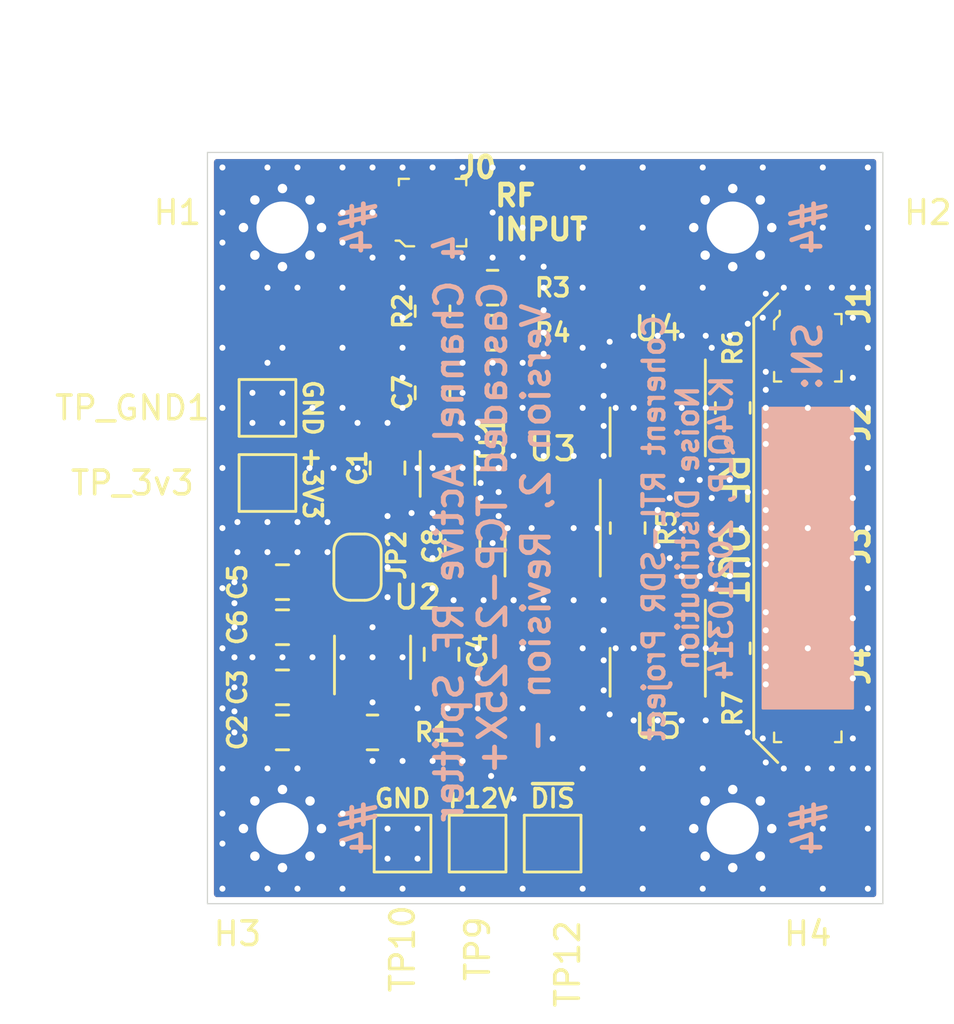
<source format=kicad_pcb>
(kicad_pcb (version 20171130) (host pcbnew 5.1.9-73d0e3b20d~88~ubuntu20.04.1)

  (general
    (thickness 1.6)
    (drawings 27)
    (tracks 368)
    (zones 0)
    (modules 35)
    (nets 18)
  )

  (page USLetter)
  (title_block
    (title "4 Channel Active RF Splitter, V2")
    (date 2021-03-20)
    (rev -)
    (company "Amateur Radio / Phased Arrays")
    (comment 1 "Coherent RTL-SDR Projects")
    (comment 2 creativecommons.org/licenses/by/4.0/)
    (comment 3 "License: CC BY 4.0")
    (comment 4 "Author: Zach Leffke, KJ4QLP")
  )

  (layers
    (0 F.Cu signal)
    (31 B.Cu signal)
    (32 B.Adhes user)
    (33 F.Adhes user)
    (34 B.Paste user)
    (35 F.Paste user)
    (36 B.SilkS user)
    (37 F.SilkS user)
    (38 B.Mask user)
    (39 F.Mask user)
    (40 Dwgs.User user)
    (41 Cmts.User user)
    (42 Eco1.User user)
    (43 Eco2.User user)
    (44 Edge.Cuts user)
    (45 Margin user)
    (46 B.CrtYd user)
    (47 F.CrtYd user)
    (48 B.Fab user)
    (49 F.Fab user hide)
  )

  (setup
    (last_trace_width 0.635)
    (user_trace_width 0.254)
    (user_trace_width 0.381)
    (user_trace_width 0.508)
    (user_trace_width 0.635)
    (user_trace_width 0.762)
    (user_trace_width 1.016)
    (trace_clearance 0.1524)
    (zone_clearance 0.254)
    (zone_45_only no)
    (trace_min 0.1524)
    (via_size 0.508)
    (via_drill 0.254)
    (via_min_size 0.508)
    (via_min_drill 0.254)
    (user_via 0.508 0.254)
    (uvia_size 0.508)
    (uvia_drill 0.254)
    (uvias_allowed no)
    (uvia_min_size 0.508)
    (uvia_min_drill 0.254)
    (edge_width 0.05)
    (segment_width 0.2)
    (pcb_text_width 0.3)
    (pcb_text_size 1.5 1.5)
    (mod_edge_width 0.12)
    (mod_text_size 1 1)
    (mod_text_width 0.15)
    (pad_size 0.4 2)
    (pad_drill 0)
    (pad_to_mask_clearance 0)
    (aux_axis_origin 0 0)
    (visible_elements FFFDFF7F)
    (pcbplotparams
      (layerselection 0x010fc_ffffffff)
      (usegerberextensions false)
      (usegerberattributes true)
      (usegerberadvancedattributes true)
      (creategerberjobfile true)
      (excludeedgelayer true)
      (linewidth 0.100000)
      (plotframeref false)
      (viasonmask false)
      (mode 1)
      (useauxorigin false)
      (hpglpennumber 1)
      (hpglpenspeed 20)
      (hpglpendiameter 15.000000)
      (psnegative false)
      (psa4output false)
      (plotreference true)
      (plotvalue true)
      (plotinvisibletext false)
      (padsonsilk false)
      (subtractmaskfromsilk false)
      (outputformat 1)
      (mirror false)
      (drillshape 1)
      (scaleselection 1)
      (outputdirectory ""))
  )

  (net 0 "")
  (net 1 +3V3)
  (net 2 GND)
  (net 3 "Net-(R1-Pad2)")
  (net 4 +12V)
  (net 5 "Net-(C4-Pad1)")
  (net 6 "Net-(C5-Pad1)")
  (net 7 "Net-(J0-Pad2)")
  (net 8 "Net-(J1-Pad2)")
  (net 9 "Net-(J2-Pad2)")
  (net 10 "Net-(J3-Pad2)")
  (net 11 "Net-(C7-Pad2)")
  (net 12 "Net-(C7-Pad1)")
  (net 13 "Net-(C8-Pad2)")
  (net 14 "Net-(C8-Pad1)")
  (net 15 "Net-(J4-Pad2)")
  (net 16 "Net-(R5-Pad2)")
  (net 17 "Net-(R5-Pad1)")

  (net_class Default "This is the default net class."
    (clearance 0.1524)
    (trace_width 0.1524)
    (via_dia 0.508)
    (via_drill 0.254)
    (uvia_dia 0.508)
    (uvia_drill 0.254)
    (diff_pair_width 0.254)
    (diff_pair_gap 0.254)
    (add_net +12V)
    (add_net +3V3)
    (add_net GND)
    (add_net "Net-(C4-Pad1)")
    (add_net "Net-(C5-Pad1)")
    (add_net "Net-(C7-Pad1)")
    (add_net "Net-(C7-Pad2)")
    (add_net "Net-(C8-Pad1)")
    (add_net "Net-(C8-Pad2)")
    (add_net "Net-(J0-Pad2)")
    (add_net "Net-(J1-Pad2)")
    (add_net "Net-(J2-Pad2)")
    (add_net "Net-(J3-Pad2)")
    (add_net "Net-(J4-Pad2)")
    (add_net "Net-(R1-Pad2)")
    (add_net "Net-(R5-Pad1)")
    (add_net "Net-(R5-Pad2)")
  )

  (module Resistor_SMD:R_0805_2012Metric (layer F.Cu) (tedit 5F68FEEE) (tstamp 6057C3EC)
    (at 130.175 81.28 270)
    (descr "Resistor SMD 0805 (2012 Metric), square (rectangular) end terminal, IPC_7351 nominal, (Body size source: IPC-SM-782 page 72, https://www.pcb-3d.com/wordpress/wp-content/uploads/ipc-sm-782a_amendment_1_and_2.pdf), generated with kicad-footprint-generator")
    (tags resistor)
    (path /60652416)
    (attr smd)
    (fp_text reference R7 (at 2.54 0 90) (layer F.SilkS)
      (effects (font (size 0.762 0.762) (thickness 0.1524)))
    )
    (fp_text value 475 (at 0 1.65 90) (layer F.Fab)
      (effects (font (size 1 1) (thickness 0.15)))
    )
    (fp_line (start 1.68 0.95) (end -1.68 0.95) (layer F.CrtYd) (width 0.05))
    (fp_line (start 1.68 -0.95) (end 1.68 0.95) (layer F.CrtYd) (width 0.05))
    (fp_line (start -1.68 -0.95) (end 1.68 -0.95) (layer F.CrtYd) (width 0.05))
    (fp_line (start -1.68 0.95) (end -1.68 -0.95) (layer F.CrtYd) (width 0.05))
    (fp_line (start -0.227064 0.735) (end 0.227064 0.735) (layer F.SilkS) (width 0.12))
    (fp_line (start -0.227064 -0.735) (end 0.227064 -0.735) (layer F.SilkS) (width 0.12))
    (fp_line (start 1 0.625) (end -1 0.625) (layer F.Fab) (width 0.1))
    (fp_line (start 1 -0.625) (end 1 0.625) (layer F.Fab) (width 0.1))
    (fp_line (start -1 -0.625) (end 1 -0.625) (layer F.Fab) (width 0.1))
    (fp_line (start -1 0.625) (end -1 -0.625) (layer F.Fab) (width 0.1))
    (fp_text user %R (at 0 0 90) (layer F.Fab)
      (effects (font (size 0.5 0.5) (thickness 0.08)))
    )
    (pad 2 smd roundrect (at 0.9125 0 270) (size 1.025 1.4) (layers F.Cu F.Paste F.Mask) (roundrect_rratio 0.243902)
      (net 15 "Net-(J4-Pad2)"))
    (pad 1 smd roundrect (at -0.9125 0 270) (size 1.025 1.4) (layers F.Cu F.Paste F.Mask) (roundrect_rratio 0.243902)
      (net 10 "Net-(J3-Pad2)"))
    (model ${KISYS3DMOD}/Resistor_SMD.3dshapes/R_0805_2012Metric.wrl
      (at (xyz 0 0 0))
      (scale (xyz 1 1 1))
      (rotate (xyz 0 0 0))
    )
  )

  (module Resistor_SMD:R_0805_2012Metric (layer F.Cu) (tedit 5F68FEEE) (tstamp 6057C3DB)
    (at 130.175 71.12 270)
    (descr "Resistor SMD 0805 (2012 Metric), square (rectangular) end terminal, IPC_7351 nominal, (Body size source: IPC-SM-782 page 72, https://www.pcb-3d.com/wordpress/wp-content/uploads/ipc-sm-782a_amendment_1_and_2.pdf), generated with kicad-footprint-generator")
    (tags resistor)
    (path /60651989)
    (attr smd)
    (fp_text reference R6 (at -2.54 0 90) (layer F.SilkS)
      (effects (font (size 0.762 0.762) (thickness 0.1524)))
    )
    (fp_text value 475 (at 0 1.65 90) (layer F.Fab)
      (effects (font (size 1 1) (thickness 0.15)))
    )
    (fp_line (start 1.68 0.95) (end -1.68 0.95) (layer F.CrtYd) (width 0.05))
    (fp_line (start 1.68 -0.95) (end 1.68 0.95) (layer F.CrtYd) (width 0.05))
    (fp_line (start -1.68 -0.95) (end 1.68 -0.95) (layer F.CrtYd) (width 0.05))
    (fp_line (start -1.68 0.95) (end -1.68 -0.95) (layer F.CrtYd) (width 0.05))
    (fp_line (start -0.227064 0.735) (end 0.227064 0.735) (layer F.SilkS) (width 0.12))
    (fp_line (start -0.227064 -0.735) (end 0.227064 -0.735) (layer F.SilkS) (width 0.12))
    (fp_line (start 1 0.625) (end -1 0.625) (layer F.Fab) (width 0.1))
    (fp_line (start 1 -0.625) (end 1 0.625) (layer F.Fab) (width 0.1))
    (fp_line (start -1 -0.625) (end 1 -0.625) (layer F.Fab) (width 0.1))
    (fp_line (start -1 0.625) (end -1 -0.625) (layer F.Fab) (width 0.1))
    (fp_text user %R (at 0 0 90) (layer F.Fab)
      (effects (font (size 0.5 0.5) (thickness 0.08)))
    )
    (pad 2 smd roundrect (at 0.9125 0 270) (size 1.025 1.4) (layers F.Cu F.Paste F.Mask) (roundrect_rratio 0.243902)
      (net 9 "Net-(J2-Pad2)"))
    (pad 1 smd roundrect (at -0.9125 0 270) (size 1.025 1.4) (layers F.Cu F.Paste F.Mask) (roundrect_rratio 0.243902)
      (net 8 "Net-(J1-Pad2)"))
    (model ${KISYS3DMOD}/Resistor_SMD.3dshapes/R_0805_2012Metric.wrl
      (at (xyz 0 0 0))
      (scale (xyz 1 1 1))
      (rotate (xyz 0 0 0))
    )
  )

  (module Resistor_SMD:R_0805_2012Metric (layer F.Cu) (tedit 5F68FEEE) (tstamp 6057C3CA)
    (at 125.73 76.2 270)
    (descr "Resistor SMD 0805 (2012 Metric), square (rectangular) end terminal, IPC_7351 nominal, (Body size source: IPC-SM-782 page 72, https://www.pcb-3d.com/wordpress/wp-content/uploads/ipc-sm-782a_amendment_1_and_2.pdf), generated with kicad-footprint-generator")
    (tags resistor)
    (path /60650591)
    (attr smd)
    (fp_text reference R5 (at 0 -1.65 90) (layer F.SilkS)
      (effects (font (size 0.762 0.762) (thickness 0.1524)))
    )
    (fp_text value 475 (at 0 1.65 90) (layer F.Fab)
      (effects (font (size 1 1) (thickness 0.15)))
    )
    (fp_line (start 1.68 0.95) (end -1.68 0.95) (layer F.CrtYd) (width 0.05))
    (fp_line (start 1.68 -0.95) (end 1.68 0.95) (layer F.CrtYd) (width 0.05))
    (fp_line (start -1.68 -0.95) (end 1.68 -0.95) (layer F.CrtYd) (width 0.05))
    (fp_line (start -1.68 0.95) (end -1.68 -0.95) (layer F.CrtYd) (width 0.05))
    (fp_line (start -0.227064 0.735) (end 0.227064 0.735) (layer F.SilkS) (width 0.12))
    (fp_line (start -0.227064 -0.735) (end 0.227064 -0.735) (layer F.SilkS) (width 0.12))
    (fp_line (start 1 0.625) (end -1 0.625) (layer F.Fab) (width 0.1))
    (fp_line (start 1 -0.625) (end 1 0.625) (layer F.Fab) (width 0.1))
    (fp_line (start -1 -0.625) (end 1 -0.625) (layer F.Fab) (width 0.1))
    (fp_line (start -1 0.625) (end -1 -0.625) (layer F.Fab) (width 0.1))
    (fp_text user %R (at 0 0 90) (layer F.Fab)
      (effects (font (size 0.5 0.5) (thickness 0.08)))
    )
    (pad 2 smd roundrect (at 0.9125 0 270) (size 1.025 1.4) (layers F.Cu F.Paste F.Mask) (roundrect_rratio 0.243902)
      (net 16 "Net-(R5-Pad2)"))
    (pad 1 smd roundrect (at -0.9125 0 270) (size 1.025 1.4) (layers F.Cu F.Paste F.Mask) (roundrect_rratio 0.243902)
      (net 17 "Net-(R5-Pad1)"))
    (model ${KISYS3DMOD}/Resistor_SMD.3dshapes/R_0805_2012Metric.wrl
      (at (xyz 0 0 0))
      (scale (xyz 1 1 1))
      (rotate (xyz 0 0 0))
    )
  )

  (module RF_Mini-Circuits:Mini-Circuits_DB1627 (layer F.Cu) (tedit 5D4BDA05) (tstamp 6057AA19)
    (at 127 81.28)
    (descr "Mini-Circuits top-hat case DB1627 (https://ww2.minicircuits.com/case_style/DB1627.pdf)")
    (tags "Mini-Circuits DB1627")
    (path /605A6187)
    (attr smd)
    (fp_text reference U5 (at 0 3.302) (layer F.SilkS)
      (effects (font (size 1 1) (thickness 0.15)))
    )
    (fp_text value TCP-2-25X (at 0 3.35) (layer F.Fab)
      (effects (font (size 1 1) (thickness 0.15)))
    )
    (fp_line (start 2.16 -2.67) (end -2.16 -2.67) (layer F.CrtYd) (width 0.05))
    (fp_line (start 2.16 2.67) (end 2.16 -2.67) (layer F.CrtYd) (width 0.05))
    (fp_line (start -2.16 2.67) (end 2.16 2.67) (layer F.CrtYd) (width 0.05))
    (fp_line (start -2.16 -2.67) (end -2.16 2.67) (layer F.CrtYd) (width 0.05))
    (fp_line (start -1.905 -1.0775) (end -0.9525 -2.03) (layer F.Fab) (width 0.1))
    (fp_line (start -1.905 2.03) (end -1.905 -1.0775) (layer F.Fab) (width 0.1))
    (fp_line (start 1.905 2.03) (end -1.905 2.03) (layer F.Fab) (width 0.1))
    (fp_line (start 1.905 -2.03) (end 1.905 2.03) (layer F.Fab) (width 0.1))
    (fp_line (start -0.9525 -2.03) (end 1.905 -2.03) (layer F.Fab) (width 0.1))
    (fp_line (start 2.015 -2.03) (end 2.015 2.03) (layer F.SilkS) (width 0.12))
    (fp_line (start -2.015 0) (end -2.015 2.03) (layer F.SilkS) (width 0.12))
    (fp_text user %R (at 0 0) (layer F.Fab)
      (effects (font (size 0.95 0.95) (thickness 0.14)))
    )
    (pad 6 smd rect (at -1.27 1.59) (size 0.76 1.65) (layers F.Cu F.Paste F.Mask)
      (net 16 "Net-(R5-Pad2)"))
    (pad 5 smd rect (at 0 1.59) (size 0.76 1.65) (layers F.Cu F.Paste F.Mask)
      (net 16 "Net-(R5-Pad2)"))
    (pad 4 smd rect (at 1.27 1.59) (size 0.76 1.65) (layers F.Cu F.Paste F.Mask)
      (net 15 "Net-(J4-Pad2)"))
    (pad 3 smd rect (at 1.27 -1.59) (size 0.76 1.65) (layers F.Cu F.Paste F.Mask)
      (net 10 "Net-(J3-Pad2)"))
    (pad 2 smd rect (at 0 -1.59) (size 0.76 1.65) (layers F.Cu F.Paste F.Mask)
      (net 16 "Net-(R5-Pad2)"))
    (pad 1 smd rect (at -1.27 -1.59) (size 0.76 1.65) (layers F.Cu F.Paste F.Mask)
      (net 2 GND))
    (model ${KISYS3DMOD}/RF_Mini-Circuits.3dshapes/Mini-Circuits_DB1627.wrl
      (at (xyz 0 0 0))
      (scale (xyz 1 1 1))
      (rotate (xyz 0 0 0))
    )
  )

  (module RF_Mini-Circuits:Mini-Circuits_DB1627 (layer F.Cu) (tedit 5D4BDA05) (tstamp 6057AA03)
    (at 127 71.12)
    (descr "Mini-Circuits top-hat case DB1627 (https://ww2.minicircuits.com/case_style/DB1627.pdf)")
    (tags "Mini-Circuits DB1627")
    (path /605A52F0)
    (attr smd)
    (fp_text reference U4 (at 0 -3.35) (layer F.SilkS)
      (effects (font (size 1 1) (thickness 0.15)))
    )
    (fp_text value TCP-2-25X (at 0 3.35) (layer F.Fab)
      (effects (font (size 1 1) (thickness 0.15)))
    )
    (fp_line (start 2.16 -2.67) (end -2.16 -2.67) (layer F.CrtYd) (width 0.05))
    (fp_line (start 2.16 2.67) (end 2.16 -2.67) (layer F.CrtYd) (width 0.05))
    (fp_line (start -2.16 2.67) (end 2.16 2.67) (layer F.CrtYd) (width 0.05))
    (fp_line (start -2.16 -2.67) (end -2.16 2.67) (layer F.CrtYd) (width 0.05))
    (fp_line (start -1.905 -1.0775) (end -0.9525 -2.03) (layer F.Fab) (width 0.1))
    (fp_line (start -1.905 2.03) (end -1.905 -1.0775) (layer F.Fab) (width 0.1))
    (fp_line (start 1.905 2.03) (end -1.905 2.03) (layer F.Fab) (width 0.1))
    (fp_line (start 1.905 -2.03) (end 1.905 2.03) (layer F.Fab) (width 0.1))
    (fp_line (start -0.9525 -2.03) (end 1.905 -2.03) (layer F.Fab) (width 0.1))
    (fp_line (start 2.015 -2.03) (end 2.015 2.03) (layer F.SilkS) (width 0.12))
    (fp_line (start -2.015 0) (end -2.015 2.03) (layer F.SilkS) (width 0.12))
    (fp_text user %R (at 0 0) (layer F.Fab)
      (effects (font (size 0.95 0.95) (thickness 0.14)))
    )
    (pad 6 smd rect (at -1.27 1.59) (size 0.76 1.65) (layers F.Cu F.Paste F.Mask)
      (net 17 "Net-(R5-Pad1)"))
    (pad 5 smd rect (at 0 1.59) (size 0.76 1.65) (layers F.Cu F.Paste F.Mask)
      (net 17 "Net-(R5-Pad1)"))
    (pad 4 smd rect (at 1.27 1.59) (size 0.76 1.65) (layers F.Cu F.Paste F.Mask)
      (net 9 "Net-(J2-Pad2)"))
    (pad 3 smd rect (at 1.27 -1.59) (size 0.76 1.65) (layers F.Cu F.Paste F.Mask)
      (net 8 "Net-(J1-Pad2)"))
    (pad 2 smd rect (at 0 -1.59) (size 0.76 1.65) (layers F.Cu F.Paste F.Mask)
      (net 17 "Net-(R5-Pad1)"))
    (pad 1 smd rect (at -1.27 -1.59) (size 0.76 1.65) (layers F.Cu F.Paste F.Mask)
      (net 2 GND))
    (model ${KISYS3DMOD}/RF_Mini-Circuits.3dshapes/Mini-Circuits_DB1627.wrl
      (at (xyz 0 0 0))
      (scale (xyz 1 1 1))
      (rotate (xyz 0 0 0))
    )
  )

  (module RF_Mini-Circuits:Mini-Circuits_DB1627 (layer F.Cu) (tedit 5D4BDA05) (tstamp 6057A9ED)
    (at 122.555 76.2)
    (descr "Mini-Circuits top-hat case DB1627 (https://ww2.minicircuits.com/case_style/DB1627.pdf)")
    (tags "Mini-Circuits DB1627")
    (path /60580DF3)
    (attr smd)
    (fp_text reference U3 (at 0 -3.35) (layer F.SilkS)
      (effects (font (size 1 1) (thickness 0.15)))
    )
    (fp_text value TCP-2-25X (at 0 3.35) (layer F.Fab)
      (effects (font (size 1 1) (thickness 0.15)))
    )
    (fp_line (start 2.16 -2.67) (end -2.16 -2.67) (layer F.CrtYd) (width 0.05))
    (fp_line (start 2.16 2.67) (end 2.16 -2.67) (layer F.CrtYd) (width 0.05))
    (fp_line (start -2.16 2.67) (end 2.16 2.67) (layer F.CrtYd) (width 0.05))
    (fp_line (start -2.16 -2.67) (end -2.16 2.67) (layer F.CrtYd) (width 0.05))
    (fp_line (start -1.905 -1.0775) (end -0.9525 -2.03) (layer F.Fab) (width 0.1))
    (fp_line (start -1.905 2.03) (end -1.905 -1.0775) (layer F.Fab) (width 0.1))
    (fp_line (start 1.905 2.03) (end -1.905 2.03) (layer F.Fab) (width 0.1))
    (fp_line (start 1.905 -2.03) (end 1.905 2.03) (layer F.Fab) (width 0.1))
    (fp_line (start -0.9525 -2.03) (end 1.905 -2.03) (layer F.Fab) (width 0.1))
    (fp_line (start 2.015 -2.03) (end 2.015 2.03) (layer F.SilkS) (width 0.12))
    (fp_line (start -2.015 0) (end -2.015 2.03) (layer F.SilkS) (width 0.12))
    (fp_text user %R (at 0 0) (layer F.Fab)
      (effects (font (size 0.95 0.95) (thickness 0.14)))
    )
    (pad 6 smd rect (at -1.27 1.59) (size 0.76 1.65) (layers F.Cu F.Paste F.Mask)
      (net 14 "Net-(C8-Pad1)"))
    (pad 5 smd rect (at 0 1.59) (size 0.76 1.65) (layers F.Cu F.Paste F.Mask)
      (net 14 "Net-(C8-Pad1)"))
    (pad 4 smd rect (at 1.27 1.59) (size 0.76 1.65) (layers F.Cu F.Paste F.Mask)
      (net 16 "Net-(R5-Pad2)"))
    (pad 3 smd rect (at 1.27 -1.59) (size 0.76 1.65) (layers F.Cu F.Paste F.Mask)
      (net 17 "Net-(R5-Pad1)"))
    (pad 2 smd rect (at 0 -1.59) (size 0.76 1.65) (layers F.Cu F.Paste F.Mask)
      (net 14 "Net-(C8-Pad1)"))
    (pad 1 smd rect (at -1.27 -1.59) (size 0.76 1.65) (layers F.Cu F.Paste F.Mask)
      (net 2 GND))
    (model ${KISYS3DMOD}/RF_Mini-Circuits.3dshapes/Mini-Circuits_DB1627.wrl
      (at (xyz 0 0 0))
      (scale (xyz 1 1 1))
      (rotate (xyz 0 0 0))
    )
  )

  (module digikey-footprints:Molex_734120114_UMC_RF_CONN_Vertical (layer F.Cu) (tedit 5D2892B1) (tstamp 604EE331)
    (at 133.35 78.74 270)
    (path /604EA397)
    (attr smd)
    (fp_text reference J3 (at -1.778 -2.159 90) (layer F.SilkS)
      (effects (font (size 0.889 0.889) (thickness 0.2032)))
    )
    (fp_text value OUT3 (at 0.2 3.175 90) (layer F.Fab)
      (effects (font (size 1 1) (thickness 0.15)))
    )
    (fp_line (start -1.3 -1.3) (end 1.3 -1.3) (layer F.Fab) (width 0.1))
    (fp_line (start 1.3 -1.3) (end 1.3 1.3) (layer F.Fab) (width 0.1))
    (fp_line (start 1.3 1.3) (end -1.09728 1.3) (layer F.Fab) (width 0.1))
    (fp_line (start -1.3 -1.3) (end -1.3 1.09982) (layer F.Fab) (width 0.1))
    (fp_line (start 1.425 -1.425) (end 1.425 -1.15) (layer F.SilkS) (width 0.1))
    (fp_line (start 0.975 -1.425) (end 1.425 -1.425) (layer F.SilkS) (width 0.1))
    (fp_line (start -1.425 -1.425) (end -1.425 -1.15) (layer F.SilkS) (width 0.1))
    (fp_line (start -1 -1.425) (end -1.425 -1.425) (layer F.SilkS) (width 0.1))
    (fp_line (start 1.425 1.425) (end 1.025 1.425) (layer F.SilkS) (width 0.1))
    (fp_line (start 1.425 1.125) (end 1.425 1.425) (layer F.SilkS) (width 0.1))
    (fp_line (start -2.25 -2.25) (end 2.25 -2.25) (layer F.CrtYd) (width 0.05))
    (fp_line (start 2.25 -2.25) (end 2.25 2.25) (layer F.CrtYd) (width 0.05))
    (fp_line (start 2.25 2.25) (end -2.25 2.25) (layer F.CrtYd) (width 0.05))
    (fp_line (start -2.25 2.25) (end -2.25 -2.25) (layer F.CrtYd) (width 0.05))
    (fp_line (start -1.29794 1.09982) (end -1.09728 1.30048) (layer F.Fab) (width 0.1))
    (fp_line (start -1.14554 1.425) (end -0.77978 1.425) (layer F.SilkS) (width 0.1))
    (fp_line (start -1.38524 1.1927) (end -1.16524 1.4097) (layer F.SilkS) (width 0.1))
    (fp_line (start -1.5621 1.18762) (end -1.39446 1.18762) (layer F.SilkS) (width 0.1))
    (fp_text user %R (at -0.05 -0.125 90) (layer F.Fab)
      (effects (font (size 0.5 0.5) (thickness 0.025)))
    )
    (pad 1 smd rect (at -1.5 0 270) (size 1 2.2) (layers F.Cu F.Paste F.Mask)
      (net 2 GND))
    (pad 1 smd rect (at 1.5 0 270) (size 1 2.2) (layers F.Cu F.Paste F.Mask)
      (net 2 GND))
    (pad 2 smd rect (at 0 1.5 270) (size 1 1) (layers F.Cu F.Paste F.Mask)
      (net 10 "Net-(J3-Pad2)"))
    (pad 1 smd rect (at 0 -1.5 270) (size 1 1) (layers F.Cu F.Paste F.Mask)
      (net 2 GND))
  )

  (module Package_TO_SOT_SMD:SOT-363_SC-70-6 (layer F.Cu) (tedit 5A02FF57) (tstamp 6057DD52)
    (at 118.11 73.66 90)
    (descr "SOT-363, SC-70-6")
    (tags "SOT-363 SC-70-6")
    (path /607195F2)
    (attr smd)
    (fp_text reference U1 (at 1.27 1.905 90) (layer F.SilkS)
      (effects (font (size 1 1) (thickness 0.15)))
    )
    (fp_text value BGA2815 (at 0 2 270) (layer F.Fab)
      (effects (font (size 1 1) (thickness 0.15)))
    )
    (fp_line (start -0.175 -1.1) (end -0.675 -0.6) (layer F.Fab) (width 0.1))
    (fp_line (start 0.675 1.1) (end -0.675 1.1) (layer F.Fab) (width 0.1))
    (fp_line (start 0.675 -1.1) (end 0.675 1.1) (layer F.Fab) (width 0.1))
    (fp_line (start -1.6 1.4) (end 1.6 1.4) (layer F.CrtYd) (width 0.05))
    (fp_line (start -0.675 -0.6) (end -0.675 1.1) (layer F.Fab) (width 0.1))
    (fp_line (start 0.675 -1.1) (end -0.175 -1.1) (layer F.Fab) (width 0.1))
    (fp_line (start -1.6 -1.4) (end 1.6 -1.4) (layer F.CrtYd) (width 0.05))
    (fp_line (start -1.6 -1.4) (end -1.6 1.4) (layer F.CrtYd) (width 0.05))
    (fp_line (start 1.6 1.4) (end 1.6 -1.4) (layer F.CrtYd) (width 0.05))
    (fp_line (start -0.7 1.16) (end 0.7 1.16) (layer F.SilkS) (width 0.12))
    (fp_line (start 0.7 -1.16) (end -1.2 -1.16) (layer F.SilkS) (width 0.12))
    (fp_text user %R (at 0 0) (layer F.Fab)
      (effects (font (size 0.5 0.5) (thickness 0.075)))
    )
    (pad 6 smd rect (at 0.95 -0.65 90) (size 0.65 0.4) (layers F.Cu F.Paste F.Mask)
      (net 12 "Net-(C7-Pad1)"))
    (pad 4 smd rect (at 0.95 0.65 90) (size 0.65 0.4) (layers F.Cu F.Paste F.Mask)
      (net 2 GND))
    (pad 2 smd rect (at -0.95 0 90) (size 0.65 0.4) (layers F.Cu F.Paste F.Mask)
      (net 2 GND))
    (pad 5 smd rect (at 0.95 0 90) (size 0.65 0.4) (layers F.Cu F.Paste F.Mask)
      (net 2 GND))
    (pad 3 smd rect (at -0.95 0.65 90) (size 0.65 0.4) (layers F.Cu F.Paste F.Mask)
      (net 13 "Net-(C8-Pad2)"))
    (pad 1 smd rect (at -0.95 -0.65 90) (size 0.65 0.4) (layers F.Cu F.Paste F.Mask)
      (net 1 +3V3))
    (model ${KISYS3DMOD}/Package_TO_SOT_SMD.3dshapes/SOT-363_SC-70-6.wrl
      (at (xyz 0 0 0))
      (scale (xyz 1 1 1))
      (rotate (xyz 0 0 0))
    )
  )

  (module Capacitor_SMD:C_0805_2012Metric (layer F.Cu) (tedit 5F68FEEE) (tstamp 60575B45)
    (at 118.745 76.962 90)
    (descr "Capacitor SMD 0805 (2012 Metric), square (rectangular) end terminal, IPC_7351 nominal, (Body size source: IPC-SM-782 page 76, https://www.pcb-3d.com/wordpress/wp-content/uploads/ipc-sm-782a_amendment_1_and_2.pdf, https://docs.google.com/spreadsheets/d/1BsfQQcO9C6DZCsRaXUlFlo91Tg2WpOkGARC1WS5S8t0/edit?usp=sharing), generated with kicad-footprint-generator")
    (tags capacitor)
    (path /60687FFE)
    (attr smd)
    (fp_text reference C8 (at 0 -1.27 90) (layer F.SilkS)
      (effects (font (size 0.762 0.762) (thickness 0.1524)))
    )
    (fp_text value 18pF (at 0 1.68 90) (layer F.Fab)
      (effects (font (size 1 1) (thickness 0.15)))
    )
    (fp_line (start 1.7 0.98) (end -1.7 0.98) (layer F.CrtYd) (width 0.05))
    (fp_line (start 1.7 -0.98) (end 1.7 0.98) (layer F.CrtYd) (width 0.05))
    (fp_line (start -1.7 -0.98) (end 1.7 -0.98) (layer F.CrtYd) (width 0.05))
    (fp_line (start -1.7 0.98) (end -1.7 -0.98) (layer F.CrtYd) (width 0.05))
    (fp_line (start -0.261252 0.735) (end 0.261252 0.735) (layer F.SilkS) (width 0.12))
    (fp_line (start -0.261252 -0.735) (end 0.261252 -0.735) (layer F.SilkS) (width 0.12))
    (fp_line (start 1 0.625) (end -1 0.625) (layer F.Fab) (width 0.1))
    (fp_line (start 1 -0.625) (end 1 0.625) (layer F.Fab) (width 0.1))
    (fp_line (start -1 -0.625) (end 1 -0.625) (layer F.Fab) (width 0.1))
    (fp_line (start -1 0.625) (end -1 -0.625) (layer F.Fab) (width 0.1))
    (fp_text user %R (at 0 0 90) (layer F.Fab)
      (effects (font (size 0.5 0.5) (thickness 0.08)))
    )
    (pad 2 smd roundrect (at 0.95 0 90) (size 1 1.45) (layers F.Cu F.Paste F.Mask) (roundrect_rratio 0.25)
      (net 13 "Net-(C8-Pad2)"))
    (pad 1 smd roundrect (at -0.95 0 90) (size 1 1.45) (layers F.Cu F.Paste F.Mask) (roundrect_rratio 0.25)
      (net 14 "Net-(C8-Pad1)"))
    (model ${KISYS3DMOD}/Capacitor_SMD.3dshapes/C_0805_2012Metric.wrl
      (at (xyz 0 0 0))
      (scale (xyz 1 1 1))
      (rotate (xyz 0 0 0))
    )
  )

  (module Capacitor_SMD:C_0805_2012Metric (layer F.Cu) (tedit 5F68FEEE) (tstamp 6057DAA3)
    (at 117.475 70.485 90)
    (descr "Capacitor SMD 0805 (2012 Metric), square (rectangular) end terminal, IPC_7351 nominal, (Body size source: IPC-SM-782 page 76, https://www.pcb-3d.com/wordpress/wp-content/uploads/ipc-sm-782a_amendment_1_and_2.pdf, https://docs.google.com/spreadsheets/d/1BsfQQcO9C6DZCsRaXUlFlo91Tg2WpOkGARC1WS5S8t0/edit?usp=sharing), generated with kicad-footprint-generator")
    (tags capacitor)
    (path /606D07D6)
    (attr smd)
    (fp_text reference C7 (at 0 -1.27 90) (layer F.SilkS)
      (effects (font (size 0.762 0.762) (thickness 0.1524)))
    )
    (fp_text value 18pF (at 0 1.68 90) (layer F.Fab)
      (effects (font (size 1 1) (thickness 0.15)))
    )
    (fp_line (start 1.7 0.98) (end -1.7 0.98) (layer F.CrtYd) (width 0.05))
    (fp_line (start 1.7 -0.98) (end 1.7 0.98) (layer F.CrtYd) (width 0.05))
    (fp_line (start -1.7 -0.98) (end 1.7 -0.98) (layer F.CrtYd) (width 0.05))
    (fp_line (start -1.7 0.98) (end -1.7 -0.98) (layer F.CrtYd) (width 0.05))
    (fp_line (start -0.261252 0.735) (end 0.261252 0.735) (layer F.SilkS) (width 0.12))
    (fp_line (start -0.261252 -0.735) (end 0.261252 -0.735) (layer F.SilkS) (width 0.12))
    (fp_line (start 1 0.625) (end -1 0.625) (layer F.Fab) (width 0.1))
    (fp_line (start 1 -0.625) (end 1 0.625) (layer F.Fab) (width 0.1))
    (fp_line (start -1 -0.625) (end 1 -0.625) (layer F.Fab) (width 0.1))
    (fp_line (start -1 0.625) (end -1 -0.625) (layer F.Fab) (width 0.1))
    (fp_text user %R (at 0 0 90) (layer F.Fab)
      (effects (font (size 0.5 0.5) (thickness 0.08)))
    )
    (pad 2 smd roundrect (at 0.95 0 90) (size 1 1.45) (layers F.Cu F.Paste F.Mask) (roundrect_rratio 0.25)
      (net 11 "Net-(C7-Pad2)"))
    (pad 1 smd roundrect (at -0.95 0 90) (size 1 1.45) (layers F.Cu F.Paste F.Mask) (roundrect_rratio 0.25)
      (net 12 "Net-(C7-Pad1)"))
    (model ${KISYS3DMOD}/Capacitor_SMD.3dshapes/C_0805_2012Metric.wrl
      (at (xyz 0 0 0))
      (scale (xyz 1 1 1))
      (rotate (xyz 0 0 0))
    )
  )

  (module MountingHole:MountingHole_2.2mm_M2_Pad_Via (layer F.Cu) (tedit 56DDB9C7) (tstamp 60545F68)
    (at 111.125 63.5)
    (descr "Mounting Hole 2.2mm, M2")
    (tags "mounting hole 2.2mm m2")
    (path /605D3AEF)
    (attr virtual)
    (fp_text reference H1 (at -4.445 -0.635) (layer F.SilkS)
      (effects (font (size 1 1) (thickness 0.15)))
    )
    (fp_text value MountingHole_Pad (at 0 3.2) (layer F.Fab)
      (effects (font (size 1 1) (thickness 0.15)))
    )
    (fp_circle (center 0 0) (end 2.45 0) (layer F.CrtYd) (width 0.05))
    (fp_circle (center 0 0) (end 2.2 0) (layer Cmts.User) (width 0.15))
    (fp_text user %R (at 0.3 0) (layer F.Fab)
      (effects (font (size 1 1) (thickness 0.15)))
    )
    (pad 1 thru_hole circle (at 1.166726 -1.166726) (size 0.7 0.7) (drill 0.4) (layers *.Cu *.Mask)
      (net 2 GND))
    (pad 1 thru_hole circle (at 0 -1.65) (size 0.7 0.7) (drill 0.4) (layers *.Cu *.Mask)
      (net 2 GND))
    (pad 1 thru_hole circle (at -1.166726 -1.166726) (size 0.7 0.7) (drill 0.4) (layers *.Cu *.Mask)
      (net 2 GND))
    (pad 1 thru_hole circle (at -1.65 0) (size 0.7 0.7) (drill 0.4) (layers *.Cu *.Mask)
      (net 2 GND))
    (pad 1 thru_hole circle (at -1.166726 1.166726) (size 0.7 0.7) (drill 0.4) (layers *.Cu *.Mask)
      (net 2 GND))
    (pad 1 thru_hole circle (at 0 1.65) (size 0.7 0.7) (drill 0.4) (layers *.Cu *.Mask)
      (net 2 GND))
    (pad 1 thru_hole circle (at 1.166726 1.166726) (size 0.7 0.7) (drill 0.4) (layers *.Cu *.Mask)
      (net 2 GND))
    (pad 1 thru_hole circle (at 1.65 0) (size 0.7 0.7) (drill 0.4) (layers *.Cu *.Mask)
      (net 2 GND))
    (pad 1 thru_hole circle (at 0 0) (size 4.4 4.4) (drill 2.2) (layers *.Cu *.Mask)
      (net 2 GND))
  )

  (module Resistor_SMD:R_0805_2012Metric (layer F.Cu) (tedit 5F68FEEE) (tstamp 6057E7C1)
    (at 120.015 67.945)
    (descr "Resistor SMD 0805 (2012 Metric), square (rectangular) end terminal, IPC_7351 nominal, (Body size source: IPC-SM-782 page 72, https://www.pcb-3d.com/wordpress/wp-content/uploads/ipc-sm-782a_amendment_1_and_2.pdf), generated with kicad-footprint-generator")
    (tags resistor)
    (path /6062C624)
    (attr smd)
    (fp_text reference R4 (at 2.54 0) (layer F.SilkS)
      (effects (font (size 0.762 0.762) (thickness 0.1524)))
    )
    (fp_text value 300 (at 0 1.65) (layer F.Fab)
      (effects (font (size 1 1) (thickness 0.15)))
    )
    (fp_line (start 1.68 0.95) (end -1.68 0.95) (layer F.CrtYd) (width 0.05))
    (fp_line (start 1.68 -0.95) (end 1.68 0.95) (layer F.CrtYd) (width 0.05))
    (fp_line (start -1.68 -0.95) (end 1.68 -0.95) (layer F.CrtYd) (width 0.05))
    (fp_line (start -1.68 0.95) (end -1.68 -0.95) (layer F.CrtYd) (width 0.05))
    (fp_line (start -0.227064 0.735) (end 0.227064 0.735) (layer F.SilkS) (width 0.12))
    (fp_line (start -0.227064 -0.735) (end 0.227064 -0.735) (layer F.SilkS) (width 0.12))
    (fp_line (start 1 0.625) (end -1 0.625) (layer F.Fab) (width 0.1))
    (fp_line (start 1 -0.625) (end 1 0.625) (layer F.Fab) (width 0.1))
    (fp_line (start -1 -0.625) (end 1 -0.625) (layer F.Fab) (width 0.1))
    (fp_line (start -1 0.625) (end -1 -0.625) (layer F.Fab) (width 0.1))
    (fp_text user %R (at 0 0) (layer F.Fab)
      (effects (font (size 0.5 0.5) (thickness 0.08)))
    )
    (pad 2 smd roundrect (at 0.9125 0) (size 1.025 1.4) (layers F.Cu F.Paste F.Mask) (roundrect_rratio 0.243902)
      (net 2 GND))
    (pad 1 smd roundrect (at -0.9125 0) (size 1.025 1.4) (layers F.Cu F.Paste F.Mask) (roundrect_rratio 0.243902)
      (net 11 "Net-(C7-Pad2)"))
    (model ${KISYS3DMOD}/Resistor_SMD.3dshapes/R_0805_2012Metric.wrl
      (at (xyz 0 0 0))
      (scale (xyz 1 1 1))
      (rotate (xyz 0 0 0))
    )
  )

  (module Resistor_SMD:R_0805_2012Metric (layer F.Cu) (tedit 5F68FEEE) (tstamp 6057454A)
    (at 117.475 67.0325 270)
    (descr "Resistor SMD 0805 (2012 Metric), square (rectangular) end terminal, IPC_7351 nominal, (Body size source: IPC-SM-782 page 72, https://www.pcb-3d.com/wordpress/wp-content/uploads/ipc-sm-782a_amendment_1_and_2.pdf), generated with kicad-footprint-generator")
    (tags resistor)
    (path /60629360)
    (attr smd)
    (fp_text reference R2 (at 0 1.27 90) (layer F.SilkS)
      (effects (font (size 0.762 0.762) (thickness 0.1524)))
    )
    (fp_text value 17.8 (at 0 1.65 90) (layer F.Fab)
      (effects (font (size 1 1) (thickness 0.15)))
    )
    (fp_line (start 1.68 0.95) (end -1.68 0.95) (layer F.CrtYd) (width 0.05))
    (fp_line (start 1.68 -0.95) (end 1.68 0.95) (layer F.CrtYd) (width 0.05))
    (fp_line (start -1.68 -0.95) (end 1.68 -0.95) (layer F.CrtYd) (width 0.05))
    (fp_line (start -1.68 0.95) (end -1.68 -0.95) (layer F.CrtYd) (width 0.05))
    (fp_line (start -0.227064 0.735) (end 0.227064 0.735) (layer F.SilkS) (width 0.12))
    (fp_line (start -0.227064 -0.735) (end 0.227064 -0.735) (layer F.SilkS) (width 0.12))
    (fp_line (start 1 0.625) (end -1 0.625) (layer F.Fab) (width 0.1))
    (fp_line (start 1 -0.625) (end 1 0.625) (layer F.Fab) (width 0.1))
    (fp_line (start -1 -0.625) (end 1 -0.625) (layer F.Fab) (width 0.1))
    (fp_line (start -1 0.625) (end -1 -0.625) (layer F.Fab) (width 0.1))
    (fp_text user %R (at 0 0 90) (layer F.Fab)
      (effects (font (size 0.5 0.5) (thickness 0.08)))
    )
    (pad 2 smd roundrect (at 0.9125 0 270) (size 1.025 1.4) (layers F.Cu F.Paste F.Mask) (roundrect_rratio 0.243902)
      (net 11 "Net-(C7-Pad2)"))
    (pad 1 smd roundrect (at -0.9125 0 270) (size 1.025 1.4) (layers F.Cu F.Paste F.Mask) (roundrect_rratio 0.243902)
      (net 7 "Net-(J0-Pad2)"))
    (model ${KISYS3DMOD}/Resistor_SMD.3dshapes/R_0805_2012Metric.wrl
      (at (xyz 0 0 0))
      (scale (xyz 1 1 1))
      (rotate (xyz 0 0 0))
    )
  )

  (module Resistor_SMD:R_0805_2012Metric (layer F.Cu) (tedit 5F68FEEE) (tstamp 60574539)
    (at 120.015 66.04)
    (descr "Resistor SMD 0805 (2012 Metric), square (rectangular) end terminal, IPC_7351 nominal, (Body size source: IPC-SM-782 page 72, https://www.pcb-3d.com/wordpress/wp-content/uploads/ipc-sm-782a_amendment_1_and_2.pdf), generated with kicad-footprint-generator")
    (tags resistor)
    (path /6062A147)
    (attr smd)
    (fp_text reference R3 (at 2.54 0) (layer F.SilkS)
      (effects (font (size 0.762 0.762) (thickness 0.1524)))
    )
    (fp_text value 300 (at 0 1.65) (layer F.Fab)
      (effects (font (size 1 1) (thickness 0.15)))
    )
    (fp_line (start 1.68 0.95) (end -1.68 0.95) (layer F.CrtYd) (width 0.05))
    (fp_line (start 1.68 -0.95) (end 1.68 0.95) (layer F.CrtYd) (width 0.05))
    (fp_line (start -1.68 -0.95) (end 1.68 -0.95) (layer F.CrtYd) (width 0.05))
    (fp_line (start -1.68 0.95) (end -1.68 -0.95) (layer F.CrtYd) (width 0.05))
    (fp_line (start -0.227064 0.735) (end 0.227064 0.735) (layer F.SilkS) (width 0.12))
    (fp_line (start -0.227064 -0.735) (end 0.227064 -0.735) (layer F.SilkS) (width 0.12))
    (fp_line (start 1 0.625) (end -1 0.625) (layer F.Fab) (width 0.1))
    (fp_line (start 1 -0.625) (end 1 0.625) (layer F.Fab) (width 0.1))
    (fp_line (start -1 -0.625) (end 1 -0.625) (layer F.Fab) (width 0.1))
    (fp_line (start -1 0.625) (end -1 -0.625) (layer F.Fab) (width 0.1))
    (fp_text user %R (at 0 0) (layer F.Fab)
      (effects (font (size 0.5 0.5) (thickness 0.08)))
    )
    (pad 2 smd roundrect (at 0.9125 0) (size 1.025 1.4) (layers F.Cu F.Paste F.Mask) (roundrect_rratio 0.243902)
      (net 2 GND))
    (pad 1 smd roundrect (at -0.9125 0) (size 1.025 1.4) (layers F.Cu F.Paste F.Mask) (roundrect_rratio 0.243902)
      (net 7 "Net-(J0-Pad2)"))
    (model ${KISYS3DMOD}/Resistor_SMD.3dshapes/R_0805_2012Metric.wrl
      (at (xyz 0 0 0))
      (scale (xyz 1 1 1))
      (rotate (xyz 0 0 0))
    )
  )

  (module Package_TO_SOT_SMD:SOT-23-5 (layer F.Cu) (tedit 5A02FF57) (tstamp 6052ED0F)
    (at 114.935 81.661 90)
    (descr "5-pin SOT23 package")
    (tags SOT-23-5)
    (path /60537682)
    (attr smd)
    (fp_text reference U2 (at 2.54 1.905 180) (layer F.SilkS)
      (effects (font (size 1 1) (thickness 0.15)))
    )
    (fp_text value LP2985-3.3 (at 0 2.9 90) (layer F.Fab)
      (effects (font (size 1 1) (thickness 0.15)))
    )
    (fp_line (start 0.9 -1.55) (end 0.9 1.55) (layer F.Fab) (width 0.1))
    (fp_line (start 0.9 1.55) (end -0.9 1.55) (layer F.Fab) (width 0.1))
    (fp_line (start -0.9 -0.9) (end -0.9 1.55) (layer F.Fab) (width 0.1))
    (fp_line (start 0.9 -1.55) (end -0.25 -1.55) (layer F.Fab) (width 0.1))
    (fp_line (start -0.9 -0.9) (end -0.25 -1.55) (layer F.Fab) (width 0.1))
    (fp_line (start -1.9 1.8) (end -1.9 -1.8) (layer F.CrtYd) (width 0.05))
    (fp_line (start 1.9 1.8) (end -1.9 1.8) (layer F.CrtYd) (width 0.05))
    (fp_line (start 1.9 -1.8) (end 1.9 1.8) (layer F.CrtYd) (width 0.05))
    (fp_line (start -1.9 -1.8) (end 1.9 -1.8) (layer F.CrtYd) (width 0.05))
    (fp_line (start 0.9 -1.61) (end -1.55 -1.61) (layer F.SilkS) (width 0.12))
    (fp_line (start -0.9 1.61) (end 0.9 1.61) (layer F.SilkS) (width 0.12))
    (fp_text user %R (at 0 0) (layer F.Fab)
      (effects (font (size 0.5 0.5) (thickness 0.075)))
    )
    (pad 5 smd rect (at 1.1 -0.95 90) (size 1.06 0.65) (layers F.Cu F.Paste F.Mask)
      (net 6 "Net-(C5-Pad1)"))
    (pad 4 smd rect (at 1.1 0.95 90) (size 1.06 0.65) (layers F.Cu F.Paste F.Mask)
      (net 5 "Net-(C4-Pad1)"))
    (pad 3 smd rect (at -1.1 0.95 90) (size 1.06 0.65) (layers F.Cu F.Paste F.Mask)
      (net 3 "Net-(R1-Pad2)"))
    (pad 2 smd rect (at -1.1 0 90) (size 1.06 0.65) (layers F.Cu F.Paste F.Mask)
      (net 2 GND))
    (pad 1 smd rect (at -1.1 -0.95 90) (size 1.06 0.65) (layers F.Cu F.Paste F.Mask)
      (net 4 +12V))
    (model ${KISYS3DMOD}/Package_TO_SOT_SMD.3dshapes/SOT-23-5.wrl
      (at (xyz 0 0 0))
      (scale (xyz 1 1 1))
      (rotate (xyz 0 0 0))
    )
  )

  (module Jumper:SolderJumper-2_P1.3mm_Open_RoundedPad1.0x1.5mm (layer F.Cu) (tedit 5B391E66) (tstamp 6057E0DE)
    (at 114.3 77.851 90)
    (descr "SMD Solder Jumper, 1x1.5mm, rounded Pads, 0.3mm gap, open")
    (tags "solder jumper open")
    (path /607555FF)
    (attr virtual)
    (fp_text reference JP2 (at 0.508 1.651 270) (layer F.SilkS)
      (effects (font (size 0.762 0.762) (thickness 0.1524)))
    )
    (fp_text value VREG (at 0 1.9 90) (layer F.Fab)
      (effects (font (size 1 1) (thickness 0.15)))
    )
    (fp_line (start 1.65 1.25) (end -1.65 1.25) (layer F.CrtYd) (width 0.05))
    (fp_line (start 1.65 1.25) (end 1.65 -1.25) (layer F.CrtYd) (width 0.05))
    (fp_line (start -1.65 -1.25) (end -1.65 1.25) (layer F.CrtYd) (width 0.05))
    (fp_line (start -1.65 -1.25) (end 1.65 -1.25) (layer F.CrtYd) (width 0.05))
    (fp_line (start -0.7 -1) (end 0.7 -1) (layer F.SilkS) (width 0.12))
    (fp_line (start 1.4 -0.3) (end 1.4 0.3) (layer F.SilkS) (width 0.12))
    (fp_line (start 0.7 1) (end -0.7 1) (layer F.SilkS) (width 0.12))
    (fp_line (start -1.4 0.3) (end -1.4 -0.3) (layer F.SilkS) (width 0.12))
    (fp_arc (start -0.7 -0.3) (end -0.7 -1) (angle -90) (layer F.SilkS) (width 0.12))
    (fp_arc (start -0.7 0.3) (end -1.4 0.3) (angle -90) (layer F.SilkS) (width 0.12))
    (fp_arc (start 0.7 0.3) (end 0.7 1) (angle -90) (layer F.SilkS) (width 0.12))
    (fp_arc (start 0.7 -0.3) (end 1.4 -0.3) (angle -90) (layer F.SilkS) (width 0.12))
    (pad 2 smd custom (at 0.65 0 90) (size 1 0.5) (layers F.Cu F.Mask)
      (net 1 +3V3) (zone_connect 2)
      (options (clearance outline) (anchor rect))
      (primitives
        (gr_circle (center 0 0.25) (end 0.5 0.25) (width 0))
        (gr_circle (center 0 -0.25) (end 0.5 -0.25) (width 0))
        (gr_poly (pts
           (xy 0 -0.75) (xy -0.5 -0.75) (xy -0.5 0.75) (xy 0 0.75)) (width 0))
      ))
    (pad 1 smd custom (at -0.65 0 90) (size 1 0.5) (layers F.Cu F.Mask)
      (net 6 "Net-(C5-Pad1)") (zone_connect 2)
      (options (clearance outline) (anchor rect))
      (primitives
        (gr_circle (center 0 0.25) (end 0.5 0.25) (width 0))
        (gr_circle (center 0 -0.25) (end 0.5 -0.25) (width 0))
        (gr_poly (pts
           (xy 0 -0.75) (xy 0.5 -0.75) (xy 0.5 0.75) (xy 0 0.75)) (width 0))
      ))
  )

  (module TestPoint:TestPoint_Pad_2.0x2.0mm (layer F.Cu) (tedit 5A0F774F) (tstamp 604FB9A2)
    (at 122.555 89.535)
    (descr "SMD rectangular pad as test Point, square 2.0mm side length")
    (tags "test point SMD pad rectangle square")
    (path /607C7AA9)
    (attr virtual)
    (fp_text reference TP12 (at 0.635 5.08 -90) (layer F.SilkS)
      (effects (font (size 1 1) (thickness 0.15)))
    )
    (fp_text value TestPoint (at 0 2.05) (layer F.Fab)
      (effects (font (size 1 1) (thickness 0.15)))
    )
    (fp_line (start 1.5 1.5) (end -1.5 1.5) (layer F.CrtYd) (width 0.05))
    (fp_line (start 1.5 1.5) (end 1.5 -1.5) (layer F.CrtYd) (width 0.05))
    (fp_line (start -1.5 -1.5) (end -1.5 1.5) (layer F.CrtYd) (width 0.05))
    (fp_line (start -1.5 -1.5) (end 1.5 -1.5) (layer F.CrtYd) (width 0.05))
    (fp_line (start -1.2 1.2) (end -1.2 -1.2) (layer F.SilkS) (width 0.12))
    (fp_line (start 1.2 1.2) (end -1.2 1.2) (layer F.SilkS) (width 0.12))
    (fp_line (start 1.2 -1.2) (end 1.2 1.2) (layer F.SilkS) (width 0.12))
    (fp_line (start -1.2 -1.2) (end 1.2 -1.2) (layer F.SilkS) (width 0.12))
    (fp_text user %R (at 0 -2) (layer F.Fab)
      (effects (font (size 1 1) (thickness 0.15)))
    )
    (pad 1 smd rect (at 0 0) (size 2 2) (layers F.Cu F.Mask)
      (net 3 "Net-(R1-Pad2)"))
  )

  (module TestPoint:TestPoint_Pad_2.0x2.0mm (layer F.Cu) (tedit 5A0F774F) (tstamp 604F92F0)
    (at 116.205 89.535)
    (descr "SMD rectangular pad as test Point, square 2.0mm side length")
    (tags "test point SMD pad rectangle square")
    (path /607509CC)
    (attr virtual)
    (fp_text reference TP10 (at 0 4.445 -90) (layer F.SilkS)
      (effects (font (size 1 1) (thickness 0.15)))
    )
    (fp_text value TestPoint (at 0 2.05) (layer F.Fab)
      (effects (font (size 1 1) (thickness 0.15)))
    )
    (fp_line (start 1.5 1.5) (end -1.5 1.5) (layer F.CrtYd) (width 0.05))
    (fp_line (start 1.5 1.5) (end 1.5 -1.5) (layer F.CrtYd) (width 0.05))
    (fp_line (start -1.5 -1.5) (end -1.5 1.5) (layer F.CrtYd) (width 0.05))
    (fp_line (start -1.5 -1.5) (end 1.5 -1.5) (layer F.CrtYd) (width 0.05))
    (fp_line (start -1.2 1.2) (end -1.2 -1.2) (layer F.SilkS) (width 0.12))
    (fp_line (start 1.2 1.2) (end -1.2 1.2) (layer F.SilkS) (width 0.12))
    (fp_line (start 1.2 -1.2) (end 1.2 1.2) (layer F.SilkS) (width 0.12))
    (fp_line (start -1.2 -1.2) (end 1.2 -1.2) (layer F.SilkS) (width 0.12))
    (fp_text user %R (at 0 -2) (layer F.Fab)
      (effects (font (size 1 1) (thickness 0.15)))
    )
    (pad 1 smd rect (at 0 0) (size 2 2) (layers F.Cu F.Mask)
      (net 2 GND))
  )

  (module TestPoint:TestPoint_Pad_2.0x2.0mm (layer F.Cu) (tedit 5A0F774F) (tstamp 604F92E2)
    (at 119.38 89.535)
    (descr "SMD rectangular pad as test Point, square 2.0mm side length")
    (tags "test point SMD pad rectangle square")
    (path /6074B38A)
    (attr virtual)
    (fp_text reference TP9 (at 0 4.445 -90) (layer F.SilkS)
      (effects (font (size 1 1) (thickness 0.15)))
    )
    (fp_text value TestPoint (at 0 2.05) (layer F.Fab)
      (effects (font (size 1 1) (thickness 0.15)))
    )
    (fp_line (start 1.5 1.5) (end -1.5 1.5) (layer F.CrtYd) (width 0.05))
    (fp_line (start 1.5 1.5) (end 1.5 -1.5) (layer F.CrtYd) (width 0.05))
    (fp_line (start -1.5 -1.5) (end -1.5 1.5) (layer F.CrtYd) (width 0.05))
    (fp_line (start -1.5 -1.5) (end 1.5 -1.5) (layer F.CrtYd) (width 0.05))
    (fp_line (start -1.2 1.2) (end -1.2 -1.2) (layer F.SilkS) (width 0.12))
    (fp_line (start 1.2 1.2) (end -1.2 1.2) (layer F.SilkS) (width 0.12))
    (fp_line (start 1.2 -1.2) (end 1.2 1.2) (layer F.SilkS) (width 0.12))
    (fp_line (start -1.2 -1.2) (end 1.2 -1.2) (layer F.SilkS) (width 0.12))
    (fp_text user %R (at 0 -2) (layer F.Fab)
      (effects (font (size 1 1) (thickness 0.15)))
    )
    (pad 1 smd rect (at 0 0) (size 2 2) (layers F.Cu F.Mask)
      (net 4 +12V))
  )

  (module Resistor_SMD:R_0805_2012Metric (layer F.Cu) (tedit 5F68FEEE) (tstamp 6057E140)
    (at 114.935 84.836)
    (descr "Resistor SMD 0805 (2012 Metric), square (rectangular) end terminal, IPC_7351 nominal, (Body size source: IPC-SM-782 page 72, https://www.pcb-3d.com/wordpress/wp-content/uploads/ipc-sm-782a_amendment_1_and_2.pdf), generated with kicad-footprint-generator")
    (tags resistor)
    (path /607368DA)
    (attr smd)
    (fp_text reference R1 (at 2.54 0) (layer F.SilkS)
      (effects (font (size 0.762 0.762) (thickness 0.1524)))
    )
    (fp_text value 100k (at 0 1.65) (layer F.Fab)
      (effects (font (size 1 1) (thickness 0.15)))
    )
    (fp_line (start 1.68 0.95) (end -1.68 0.95) (layer F.CrtYd) (width 0.05))
    (fp_line (start 1.68 -0.95) (end 1.68 0.95) (layer F.CrtYd) (width 0.05))
    (fp_line (start -1.68 -0.95) (end 1.68 -0.95) (layer F.CrtYd) (width 0.05))
    (fp_line (start -1.68 0.95) (end -1.68 -0.95) (layer F.CrtYd) (width 0.05))
    (fp_line (start -0.227064 0.735) (end 0.227064 0.735) (layer F.SilkS) (width 0.12))
    (fp_line (start -0.227064 -0.735) (end 0.227064 -0.735) (layer F.SilkS) (width 0.12))
    (fp_line (start 1 0.625) (end -1 0.625) (layer F.Fab) (width 0.1))
    (fp_line (start 1 -0.625) (end 1 0.625) (layer F.Fab) (width 0.1))
    (fp_line (start -1 -0.625) (end 1 -0.625) (layer F.Fab) (width 0.1))
    (fp_line (start -1 0.625) (end -1 -0.625) (layer F.Fab) (width 0.1))
    (fp_text user %R (at 0 0) (layer F.Fab)
      (effects (font (size 0.5 0.5) (thickness 0.08)))
    )
    (pad 2 smd roundrect (at 0.9125 0) (size 1.025 1.4) (layers F.Cu F.Paste F.Mask) (roundrect_rratio 0.243902)
      (net 3 "Net-(R1-Pad2)"))
    (pad 1 smd roundrect (at -0.9125 0) (size 1.025 1.4) (layers F.Cu F.Paste F.Mask) (roundrect_rratio 0.243902)
      (net 4 +12V))
    (model ${KISYS3DMOD}/Resistor_SMD.3dshapes/R_0805_2012Metric.wrl
      (at (xyz 0 0 0))
      (scale (xyz 1 1 1))
      (rotate (xyz 0 0 0))
    )
  )

  (module Capacitor_SMD:C_0805_2012Metric (layer F.Cu) (tedit 5F68FEEE) (tstamp 6057E110)
    (at 111.125 80.391 180)
    (descr "Capacitor SMD 0805 (2012 Metric), square (rectangular) end terminal, IPC_7351 nominal, (Body size source: IPC-SM-782 page 76, https://www.pcb-3d.com/wordpress/wp-content/uploads/ipc-sm-782a_amendment_1_and_2.pdf, https://docs.google.com/spreadsheets/d/1BsfQQcO9C6DZCsRaXUlFlo91Tg2WpOkGARC1WS5S8t0/edit?usp=sharing), generated with kicad-footprint-generator")
    (tags capacitor)
    (path /60746049)
    (attr smd)
    (fp_text reference C6 (at 1.905 0 270) (layer F.SilkS)
      (effects (font (size 0.762 0.762) (thickness 0.1524)))
    )
    (fp_text value 0.1uF (at 0 1.68) (layer F.Fab)
      (effects (font (size 1 1) (thickness 0.15)))
    )
    (fp_line (start 1.7 0.98) (end -1.7 0.98) (layer F.CrtYd) (width 0.05))
    (fp_line (start 1.7 -0.98) (end 1.7 0.98) (layer F.CrtYd) (width 0.05))
    (fp_line (start -1.7 -0.98) (end 1.7 -0.98) (layer F.CrtYd) (width 0.05))
    (fp_line (start -1.7 0.98) (end -1.7 -0.98) (layer F.CrtYd) (width 0.05))
    (fp_line (start -0.261252 0.735) (end 0.261252 0.735) (layer F.SilkS) (width 0.12))
    (fp_line (start -0.261252 -0.735) (end 0.261252 -0.735) (layer F.SilkS) (width 0.12))
    (fp_line (start 1 0.625) (end -1 0.625) (layer F.Fab) (width 0.1))
    (fp_line (start 1 -0.625) (end 1 0.625) (layer F.Fab) (width 0.1))
    (fp_line (start -1 -0.625) (end 1 -0.625) (layer F.Fab) (width 0.1))
    (fp_line (start -1 0.625) (end -1 -0.625) (layer F.Fab) (width 0.1))
    (fp_text user %R (at 0 0) (layer F.Fab)
      (effects (font (size 0.5 0.5) (thickness 0.08)))
    )
    (pad 2 smd roundrect (at 0.95 0 180) (size 1 1.45) (layers F.Cu F.Paste F.Mask) (roundrect_rratio 0.25)
      (net 2 GND))
    (pad 1 smd roundrect (at -0.95 0 180) (size 1 1.45) (layers F.Cu F.Paste F.Mask) (roundrect_rratio 0.25)
      (net 6 "Net-(C5-Pad1)"))
    (model ${KISYS3DMOD}/Capacitor_SMD.3dshapes/C_0805_2012Metric.wrl
      (at (xyz 0 0 0))
      (scale (xyz 1 1 1))
      (rotate (xyz 0 0 0))
    )
  )

  (module Capacitor_SMD:C_0805_2012Metric (layer F.Cu) (tedit 5F68FEEE) (tstamp 6057E0AD)
    (at 111.125 78.486 180)
    (descr "Capacitor SMD 0805 (2012 Metric), square (rectangular) end terminal, IPC_7351 nominal, (Body size source: IPC-SM-782 page 76, https://www.pcb-3d.com/wordpress/wp-content/uploads/ipc-sm-782a_amendment_1_and_2.pdf, https://docs.google.com/spreadsheets/d/1BsfQQcO9C6DZCsRaXUlFlo91Tg2WpOkGARC1WS5S8t0/edit?usp=sharing), generated with kicad-footprint-generator")
    (tags capacitor)
    (path /6074593D)
    (attr smd)
    (fp_text reference C5 (at 1.905 0 90) (layer F.SilkS)
      (effects (font (size 0.762 0.762) (thickness 0.1524)))
    )
    (fp_text value 10uF (at 0 1.68) (layer F.Fab)
      (effects (font (size 1 1) (thickness 0.15)))
    )
    (fp_line (start 1.7 0.98) (end -1.7 0.98) (layer F.CrtYd) (width 0.05))
    (fp_line (start 1.7 -0.98) (end 1.7 0.98) (layer F.CrtYd) (width 0.05))
    (fp_line (start -1.7 -0.98) (end 1.7 -0.98) (layer F.CrtYd) (width 0.05))
    (fp_line (start -1.7 0.98) (end -1.7 -0.98) (layer F.CrtYd) (width 0.05))
    (fp_line (start -0.261252 0.735) (end 0.261252 0.735) (layer F.SilkS) (width 0.12))
    (fp_line (start -0.261252 -0.735) (end 0.261252 -0.735) (layer F.SilkS) (width 0.12))
    (fp_line (start 1 0.625) (end -1 0.625) (layer F.Fab) (width 0.1))
    (fp_line (start 1 -0.625) (end 1 0.625) (layer F.Fab) (width 0.1))
    (fp_line (start -1 -0.625) (end 1 -0.625) (layer F.Fab) (width 0.1))
    (fp_line (start -1 0.625) (end -1 -0.625) (layer F.Fab) (width 0.1))
    (fp_text user %R (at 0 0) (layer F.Fab)
      (effects (font (size 0.5 0.5) (thickness 0.08)))
    )
    (pad 2 smd roundrect (at 0.95 0 180) (size 1 1.45) (layers F.Cu F.Paste F.Mask) (roundrect_rratio 0.25)
      (net 2 GND))
    (pad 1 smd roundrect (at -0.95 0 180) (size 1 1.45) (layers F.Cu F.Paste F.Mask) (roundrect_rratio 0.25)
      (net 6 "Net-(C5-Pad1)"))
    (model ${KISYS3DMOD}/Capacitor_SMD.3dshapes/C_0805_2012Metric.wrl
      (at (xyz 0 0 0))
      (scale (xyz 1 1 1))
      (rotate (xyz 0 0 0))
    )
  )

  (module Capacitor_SMD:C_0805_2012Metric (layer F.Cu) (tedit 5F68FEEE) (tstamp 604F8FF9)
    (at 117.856 81.534 270)
    (descr "Capacitor SMD 0805 (2012 Metric), square (rectangular) end terminal, IPC_7351 nominal, (Body size source: IPC-SM-782 page 76, https://www.pcb-3d.com/wordpress/wp-content/uploads/ipc-sm-782a_amendment_1_and_2.pdf, https://docs.google.com/spreadsheets/d/1BsfQQcO9C6DZCsRaXUlFlo91Tg2WpOkGARC1WS5S8t0/edit?usp=sharing), generated with kicad-footprint-generator")
    (tags capacitor)
    (path /60745109)
    (attr smd)
    (fp_text reference C4 (at -0.127 -1.524 90) (layer F.SilkS)
      (effects (font (size 0.762 0.762) (thickness 0.1524)))
    )
    (fp_text value 0.1uF (at 0 1.68 90) (layer F.Fab)
      (effects (font (size 1 1) (thickness 0.15)))
    )
    (fp_line (start 1.7 0.98) (end -1.7 0.98) (layer F.CrtYd) (width 0.05))
    (fp_line (start 1.7 -0.98) (end 1.7 0.98) (layer F.CrtYd) (width 0.05))
    (fp_line (start -1.7 -0.98) (end 1.7 -0.98) (layer F.CrtYd) (width 0.05))
    (fp_line (start -1.7 0.98) (end -1.7 -0.98) (layer F.CrtYd) (width 0.05))
    (fp_line (start -0.261252 0.735) (end 0.261252 0.735) (layer F.SilkS) (width 0.12))
    (fp_line (start -0.261252 -0.735) (end 0.261252 -0.735) (layer F.SilkS) (width 0.12))
    (fp_line (start 1 0.625) (end -1 0.625) (layer F.Fab) (width 0.1))
    (fp_line (start 1 -0.625) (end 1 0.625) (layer F.Fab) (width 0.1))
    (fp_line (start -1 -0.625) (end 1 -0.625) (layer F.Fab) (width 0.1))
    (fp_line (start -1 0.625) (end -1 -0.625) (layer F.Fab) (width 0.1))
    (fp_text user %R (at 0 0 90) (layer F.Fab)
      (effects (font (size 0.5 0.5) (thickness 0.08)))
    )
    (pad 2 smd roundrect (at 0.95 0 270) (size 1 1.45) (layers F.Cu F.Paste F.Mask) (roundrect_rratio 0.25)
      (net 2 GND))
    (pad 1 smd roundrect (at -0.95 0 270) (size 1 1.45) (layers F.Cu F.Paste F.Mask) (roundrect_rratio 0.25)
      (net 5 "Net-(C4-Pad1)"))
    (model ${KISYS3DMOD}/Capacitor_SMD.3dshapes/C_0805_2012Metric.wrl
      (at (xyz 0 0 0))
      (scale (xyz 1 1 1))
      (rotate (xyz 0 0 0))
    )
  )

  (module Capacitor_SMD:C_0805_2012Metric (layer F.Cu) (tedit 5F68FEEE) (tstamp 6057E07D)
    (at 111.125 82.931 180)
    (descr "Capacitor SMD 0805 (2012 Metric), square (rectangular) end terminal, IPC_7351 nominal, (Body size source: IPC-SM-782 page 76, https://www.pcb-3d.com/wordpress/wp-content/uploads/ipc-sm-782a_amendment_1_and_2.pdf, https://docs.google.com/spreadsheets/d/1BsfQQcO9C6DZCsRaXUlFlo91Tg2WpOkGARC1WS5S8t0/edit?usp=sharing), generated with kicad-footprint-generator")
    (tags capacitor)
    (path /60736EE7)
    (attr smd)
    (fp_text reference C3 (at 1.905 0 90) (layer F.SilkS)
      (effects (font (size 0.762 0.762) (thickness 0.1524)))
    )
    (fp_text value 0.1uF (at 0 1.68) (layer F.Fab)
      (effects (font (size 1 1) (thickness 0.15)))
    )
    (fp_line (start 1.7 0.98) (end -1.7 0.98) (layer F.CrtYd) (width 0.05))
    (fp_line (start 1.7 -0.98) (end 1.7 0.98) (layer F.CrtYd) (width 0.05))
    (fp_line (start -1.7 -0.98) (end 1.7 -0.98) (layer F.CrtYd) (width 0.05))
    (fp_line (start -1.7 0.98) (end -1.7 -0.98) (layer F.CrtYd) (width 0.05))
    (fp_line (start -0.261252 0.735) (end 0.261252 0.735) (layer F.SilkS) (width 0.12))
    (fp_line (start -0.261252 -0.735) (end 0.261252 -0.735) (layer F.SilkS) (width 0.12))
    (fp_line (start 1 0.625) (end -1 0.625) (layer F.Fab) (width 0.1))
    (fp_line (start 1 -0.625) (end 1 0.625) (layer F.Fab) (width 0.1))
    (fp_line (start -1 -0.625) (end 1 -0.625) (layer F.Fab) (width 0.1))
    (fp_line (start -1 0.625) (end -1 -0.625) (layer F.Fab) (width 0.1))
    (fp_text user %R (at 0 0) (layer F.Fab)
      (effects (font (size 0.5 0.5) (thickness 0.08)))
    )
    (pad 2 smd roundrect (at 0.95 0 180) (size 1 1.45) (layers F.Cu F.Paste F.Mask) (roundrect_rratio 0.25)
      (net 2 GND))
    (pad 1 smd roundrect (at -0.95 0 180) (size 1 1.45) (layers F.Cu F.Paste F.Mask) (roundrect_rratio 0.25)
      (net 4 +12V))
    (model ${KISYS3DMOD}/Capacitor_SMD.3dshapes/C_0805_2012Metric.wrl
      (at (xyz 0 0 0))
      (scale (xyz 1 1 1))
      (rotate (xyz 0 0 0))
    )
  )

  (module Capacitor_SMD:C_0805_2012Metric (layer F.Cu) (tedit 5F68FEEE) (tstamp 6057E04A)
    (at 111.125 84.836 180)
    (descr "Capacitor SMD 0805 (2012 Metric), square (rectangular) end terminal, IPC_7351 nominal, (Body size source: IPC-SM-782 page 76, https://www.pcb-3d.com/wordpress/wp-content/uploads/ipc-sm-782a_amendment_1_and_2.pdf, https://docs.google.com/spreadsheets/d/1BsfQQcO9C6DZCsRaXUlFlo91Tg2WpOkGARC1WS5S8t0/edit?usp=sharing), generated with kicad-footprint-generator")
    (tags capacitor)
    (path /6073794A)
    (attr smd)
    (fp_text reference C2 (at 1.905 0 90) (layer F.SilkS)
      (effects (font (size 0.762 0.762) (thickness 0.1524)))
    )
    (fp_text value 1uF (at 0 1.68) (layer F.Fab)
      (effects (font (size 1 1) (thickness 0.15)))
    )
    (fp_line (start 1.7 0.98) (end -1.7 0.98) (layer F.CrtYd) (width 0.05))
    (fp_line (start 1.7 -0.98) (end 1.7 0.98) (layer F.CrtYd) (width 0.05))
    (fp_line (start -1.7 -0.98) (end 1.7 -0.98) (layer F.CrtYd) (width 0.05))
    (fp_line (start -1.7 0.98) (end -1.7 -0.98) (layer F.CrtYd) (width 0.05))
    (fp_line (start -0.261252 0.735) (end 0.261252 0.735) (layer F.SilkS) (width 0.12))
    (fp_line (start -0.261252 -0.735) (end 0.261252 -0.735) (layer F.SilkS) (width 0.12))
    (fp_line (start 1 0.625) (end -1 0.625) (layer F.Fab) (width 0.1))
    (fp_line (start 1 -0.625) (end 1 0.625) (layer F.Fab) (width 0.1))
    (fp_line (start -1 -0.625) (end 1 -0.625) (layer F.Fab) (width 0.1))
    (fp_line (start -1 0.625) (end -1 -0.625) (layer F.Fab) (width 0.1))
    (fp_text user %R (at 0 0) (layer F.Fab)
      (effects (font (size 0.5 0.5) (thickness 0.08)))
    )
    (pad 2 smd roundrect (at 0.95 0 180) (size 1 1.45) (layers F.Cu F.Paste F.Mask) (roundrect_rratio 0.25)
      (net 2 GND))
    (pad 1 smd roundrect (at -0.95 0 180) (size 1 1.45) (layers F.Cu F.Paste F.Mask) (roundrect_rratio 0.25)
      (net 4 +12V))
    (model ${KISYS3DMOD}/Capacitor_SMD.3dshapes/C_0805_2012Metric.wrl
      (at (xyz 0 0 0))
      (scale (xyz 1 1 1))
      (rotate (xyz 0 0 0))
    )
  )

  (module MountingHole:MountingHole_2.2mm_M2_Pad_Via (layer F.Cu) (tedit 56DDB9C7) (tstamp 604F82CB)
    (at 130.175 88.9)
    (descr "Mounting Hole 2.2mm, M2")
    (tags "mounting hole 2.2mm m2")
    (path /606810EE)
    (attr virtual)
    (fp_text reference H4 (at 3.175 4.445) (layer F.SilkS)
      (effects (font (size 1 1) (thickness 0.15)))
    )
    (fp_text value MountingHole_Pad (at 0 3.2) (layer F.Fab)
      (effects (font (size 1 1) (thickness 0.15)))
    )
    (fp_circle (center 0 0) (end 2.45 0) (layer F.CrtYd) (width 0.05))
    (fp_circle (center 0 0) (end 2.2 0) (layer Cmts.User) (width 0.15))
    (fp_text user %R (at 0.3 0) (layer F.Fab)
      (effects (font (size 1 1) (thickness 0.15)))
    )
    (pad 1 thru_hole circle (at 1.166726 -1.166726) (size 0.7 0.7) (drill 0.4) (layers *.Cu *.Mask)
      (net 2 GND))
    (pad 1 thru_hole circle (at 0 -1.65) (size 0.7 0.7) (drill 0.4) (layers *.Cu *.Mask)
      (net 2 GND))
    (pad 1 thru_hole circle (at -1.166726 -1.166726) (size 0.7 0.7) (drill 0.4) (layers *.Cu *.Mask)
      (net 2 GND))
    (pad 1 thru_hole circle (at -1.65 0) (size 0.7 0.7) (drill 0.4) (layers *.Cu *.Mask)
      (net 2 GND))
    (pad 1 thru_hole circle (at -1.166726 1.166726) (size 0.7 0.7) (drill 0.4) (layers *.Cu *.Mask)
      (net 2 GND))
    (pad 1 thru_hole circle (at 0 1.65) (size 0.7 0.7) (drill 0.4) (layers *.Cu *.Mask)
      (net 2 GND))
    (pad 1 thru_hole circle (at 1.166726 1.166726) (size 0.7 0.7) (drill 0.4) (layers *.Cu *.Mask)
      (net 2 GND))
    (pad 1 thru_hole circle (at 1.65 0) (size 0.7 0.7) (drill 0.4) (layers *.Cu *.Mask)
      (net 2 GND))
    (pad 1 thru_hole circle (at 0 0) (size 4.4 4.4) (drill 2.2) (layers *.Cu *.Mask)
      (net 2 GND))
  )

  (module MountingHole:MountingHole_2.2mm_M2_Pad_Via (layer F.Cu) (tedit 56DDB9C7) (tstamp 604F82BB)
    (at 111.125 88.9)
    (descr "Mounting Hole 2.2mm, M2")
    (tags "mounting hole 2.2mm m2")
    (path /6067FEEA)
    (attr virtual)
    (fp_text reference H3 (at -1.905 4.445) (layer F.SilkS)
      (effects (font (size 1 1) (thickness 0.15)))
    )
    (fp_text value MountingHole_Pad (at 0 3.2) (layer F.Fab)
      (effects (font (size 1 1) (thickness 0.15)))
    )
    (fp_circle (center 0 0) (end 2.45 0) (layer F.CrtYd) (width 0.05))
    (fp_circle (center 0 0) (end 2.2 0) (layer Cmts.User) (width 0.15))
    (fp_text user %R (at 0.3 0) (layer F.Fab)
      (effects (font (size 1 1) (thickness 0.15)))
    )
    (pad 1 thru_hole circle (at 1.166726 -1.166726) (size 0.7 0.7) (drill 0.4) (layers *.Cu *.Mask)
      (net 2 GND))
    (pad 1 thru_hole circle (at 0 -1.65) (size 0.7 0.7) (drill 0.4) (layers *.Cu *.Mask)
      (net 2 GND))
    (pad 1 thru_hole circle (at -1.166726 -1.166726) (size 0.7 0.7) (drill 0.4) (layers *.Cu *.Mask)
      (net 2 GND))
    (pad 1 thru_hole circle (at -1.65 0) (size 0.7 0.7) (drill 0.4) (layers *.Cu *.Mask)
      (net 2 GND))
    (pad 1 thru_hole circle (at -1.166726 1.166726) (size 0.7 0.7) (drill 0.4) (layers *.Cu *.Mask)
      (net 2 GND))
    (pad 1 thru_hole circle (at 0 1.65) (size 0.7 0.7) (drill 0.4) (layers *.Cu *.Mask)
      (net 2 GND))
    (pad 1 thru_hole circle (at 1.166726 1.166726) (size 0.7 0.7) (drill 0.4) (layers *.Cu *.Mask)
      (net 2 GND))
    (pad 1 thru_hole circle (at 1.65 0) (size 0.7 0.7) (drill 0.4) (layers *.Cu *.Mask)
      (net 2 GND))
    (pad 1 thru_hole circle (at 0 0) (size 4.4 4.4) (drill 2.2) (layers *.Cu *.Mask)
      (net 2 GND))
  )

  (module TestPoint:TestPoint_Pad_2.0x2.0mm (layer F.Cu) (tedit 5A0F774F) (tstamp 604EE923)
    (at 110.49 71.12 270)
    (descr "SMD rectangular pad as test Point, square 2.0mm side length")
    (tags "test point SMD pad rectangle square")
    (path /60576219)
    (attr virtual)
    (fp_text reference TP_GND1 (at 0 5.715) (layer F.SilkS)
      (effects (font (size 1 1) (thickness 0.15)))
    )
    (fp_text value TestPoint (at 0 2.05 90) (layer F.Fab)
      (effects (font (size 1 1) (thickness 0.15)))
    )
    (fp_line (start -1.2 -1.2) (end 1.2 -1.2) (layer F.SilkS) (width 0.12))
    (fp_line (start 1.2 -1.2) (end 1.2 1.2) (layer F.SilkS) (width 0.12))
    (fp_line (start 1.2 1.2) (end -1.2 1.2) (layer F.SilkS) (width 0.12))
    (fp_line (start -1.2 1.2) (end -1.2 -1.2) (layer F.SilkS) (width 0.12))
    (fp_line (start -1.5 -1.5) (end 1.5 -1.5) (layer F.CrtYd) (width 0.05))
    (fp_line (start -1.5 -1.5) (end -1.5 1.5) (layer F.CrtYd) (width 0.05))
    (fp_line (start 1.5 1.5) (end 1.5 -1.5) (layer F.CrtYd) (width 0.05))
    (fp_line (start 1.5 1.5) (end -1.5 1.5) (layer F.CrtYd) (width 0.05))
    (fp_text user %R (at 0 -2 90) (layer F.Fab)
      (effects (font (size 1 1) (thickness 0.15)))
    )
    (pad 1 smd rect (at 0 0 270) (size 2 2) (layers F.Cu F.Mask)
      (net 2 GND))
  )

  (module TestPoint:TestPoint_Pad_2.0x2.0mm (layer F.Cu) (tedit 5A0F774F) (tstamp 604EE915)
    (at 110.49 74.295)
    (descr "SMD rectangular pad as test Point, square 2.0mm side length")
    (tags "test point SMD pad rectangle square")
    (path /60556D1E)
    (attr virtual)
    (fp_text reference TP_3v3 (at -5.715 0 180) (layer F.SilkS)
      (effects (font (size 1 1) (thickness 0.15)))
    )
    (fp_text value TestPoint (at 0 2.05) (layer F.Fab)
      (effects (font (size 1 1) (thickness 0.15)))
    )
    (fp_line (start 1.5 1.5) (end -1.5 1.5) (layer F.CrtYd) (width 0.05))
    (fp_line (start 1.5 1.5) (end 1.5 -1.5) (layer F.CrtYd) (width 0.05))
    (fp_line (start -1.5 -1.5) (end -1.5 1.5) (layer F.CrtYd) (width 0.05))
    (fp_line (start -1.5 -1.5) (end 1.5 -1.5) (layer F.CrtYd) (width 0.05))
    (fp_line (start -1.2 1.2) (end -1.2 -1.2) (layer F.SilkS) (width 0.12))
    (fp_line (start 1.2 1.2) (end -1.2 1.2) (layer F.SilkS) (width 0.12))
    (fp_line (start 1.2 -1.2) (end 1.2 1.2) (layer F.SilkS) (width 0.12))
    (fp_line (start -1.2 -1.2) (end 1.2 -1.2) (layer F.SilkS) (width 0.12))
    (fp_text user %R (at 0 -2) (layer F.Fab)
      (effects (font (size 1 1) (thickness 0.15)))
    )
    (pad 1 smd rect (at 0 0) (size 2 2) (layers F.Cu F.Mask)
      (net 1 +3V3))
  )

  (module MountingHole:MountingHole_2.2mm_M2_Pad_Via (layer F.Cu) (tedit 56DDB9C7) (tstamp 60546107)
    (at 130.175 63.5)
    (descr "Mounting Hole 2.2mm, M2")
    (tags "mounting hole 2.2mm m2")
    (path /60620102)
    (attr virtual)
    (fp_text reference H2 (at 8.255 -0.635) (layer F.SilkS)
      (effects (font (size 1 1) (thickness 0.15)))
    )
    (fp_text value MountingHole_Pad (at 0 3.2) (layer F.Fab)
      (effects (font (size 1 1) (thickness 0.15)))
    )
    (fp_circle (center 0 0) (end 2.45 0) (layer F.CrtYd) (width 0.05))
    (fp_circle (center 0 0) (end 2.2 0) (layer Cmts.User) (width 0.15))
    (fp_text user %R (at 0.3 0) (layer F.Fab)
      (effects (font (size 1 1) (thickness 0.15)))
    )
    (pad 1 thru_hole circle (at 1.166726 -1.166726) (size 0.7 0.7) (drill 0.4) (layers *.Cu *.Mask)
      (net 2 GND))
    (pad 1 thru_hole circle (at 0 -1.65) (size 0.7 0.7) (drill 0.4) (layers *.Cu *.Mask)
      (net 2 GND))
    (pad 1 thru_hole circle (at -1.166726 -1.166726) (size 0.7 0.7) (drill 0.4) (layers *.Cu *.Mask)
      (net 2 GND))
    (pad 1 thru_hole circle (at -1.65 0) (size 0.7 0.7) (drill 0.4) (layers *.Cu *.Mask)
      (net 2 GND))
    (pad 1 thru_hole circle (at -1.166726 1.166726) (size 0.7 0.7) (drill 0.4) (layers *.Cu *.Mask)
      (net 2 GND))
    (pad 1 thru_hole circle (at 0 1.65) (size 0.7 0.7) (drill 0.4) (layers *.Cu *.Mask)
      (net 2 GND))
    (pad 1 thru_hole circle (at 1.166726 1.166726) (size 0.7 0.7) (drill 0.4) (layers *.Cu *.Mask)
      (net 2 GND))
    (pad 1 thru_hole circle (at 1.65 0) (size 0.7 0.7) (drill 0.4) (layers *.Cu *.Mask)
      (net 2 GND))
    (pad 1 thru_hole circle (at 0 0) (size 4.4 4.4) (drill 2.2) (layers *.Cu *.Mask)
      (net 2 GND))
  )

  (module digikey-footprints:Molex_734120114_UMC_RF_CONN_Vertical (layer F.Cu) (tedit 5D2892B1) (tstamp 604F5D74)
    (at 117.475 62.865)
    (path /604EBAC3)
    (attr smd)
    (fp_text reference J0 (at 1.905 -1.905 180) (layer F.SilkS)
      (effects (font (size 0.889 0.889) (thickness 0.2032)))
    )
    (fp_text value RF_IN (at 0.2 3.175) (layer F.Fab)
      (effects (font (size 1 1) (thickness 0.15)))
    )
    (fp_line (start -1.3 -1.3) (end 1.3 -1.3) (layer F.Fab) (width 0.1))
    (fp_line (start 1.3 -1.3) (end 1.3 1.3) (layer F.Fab) (width 0.1))
    (fp_line (start 1.3 1.3) (end -1.09728 1.3) (layer F.Fab) (width 0.1))
    (fp_line (start -1.3 -1.3) (end -1.3 1.09982) (layer F.Fab) (width 0.1))
    (fp_line (start 1.425 -1.425) (end 1.425 -1.15) (layer F.SilkS) (width 0.1))
    (fp_line (start 0.975 -1.425) (end 1.425 -1.425) (layer F.SilkS) (width 0.1))
    (fp_line (start -1.425 -1.425) (end -1.425 -1.15) (layer F.SilkS) (width 0.1))
    (fp_line (start -1 -1.425) (end -1.425 -1.425) (layer F.SilkS) (width 0.1))
    (fp_line (start 1.425 1.425) (end 1.025 1.425) (layer F.SilkS) (width 0.1))
    (fp_line (start 1.425 1.125) (end 1.425 1.425) (layer F.SilkS) (width 0.1))
    (fp_line (start -2.25 -2.25) (end 2.25 -2.25) (layer F.CrtYd) (width 0.05))
    (fp_line (start 2.25 -2.25) (end 2.25 2.25) (layer F.CrtYd) (width 0.05))
    (fp_line (start 2.25 2.25) (end -2.25 2.25) (layer F.CrtYd) (width 0.05))
    (fp_line (start -2.25 2.25) (end -2.25 -2.25) (layer F.CrtYd) (width 0.05))
    (fp_line (start -1.29794 1.09982) (end -1.09728 1.30048) (layer F.Fab) (width 0.1))
    (fp_line (start -1.14554 1.425) (end -0.77978 1.425) (layer F.SilkS) (width 0.1))
    (fp_line (start -1.38524 1.1927) (end -1.16524 1.4097) (layer F.SilkS) (width 0.1))
    (fp_line (start -1.5621 1.18762) (end -1.39446 1.18762) (layer F.SilkS) (width 0.1))
    (fp_text user %R (at -0.05 -0.125) (layer F.Fab)
      (effects (font (size 0.5 0.5) (thickness 0.025)))
    )
    (pad 1 smd rect (at -1.5 0) (size 1 2.2) (layers F.Cu F.Paste F.Mask)
      (net 2 GND))
    (pad 1 smd rect (at 1.5 0) (size 1 2.2) (layers F.Cu F.Paste F.Mask)
      (net 2 GND))
    (pad 2 smd rect (at 0 1.5) (size 1 1) (layers F.Cu F.Paste F.Mask)
      (net 7 "Net-(J0-Pad2)"))
    (pad 1 smd rect (at 0 -1.5) (size 1 1) (layers F.Cu F.Paste F.Mask)
      (net 2 GND))
  )

  (module digikey-footprints:Molex_734120114_UMC_RF_CONN_Vertical (layer F.Cu) (tedit 5D2892B1) (tstamp 604EF059)
    (at 133.35 83.82 270)
    (path /604EA742)
    (attr smd)
    (fp_text reference J4 (at -1.778 -2.159 90) (layer F.SilkS)
      (effects (font (size 0.889 0.889) (thickness 0.2032)))
    )
    (fp_text value OUT4 (at 0.2 3.175 90) (layer F.Fab)
      (effects (font (size 1 1) (thickness 0.15)))
    )
    (fp_line (start -1.3 -1.3) (end 1.3 -1.3) (layer F.Fab) (width 0.1))
    (fp_line (start 1.3 -1.3) (end 1.3 1.3) (layer F.Fab) (width 0.1))
    (fp_line (start 1.3 1.3) (end -1.09728 1.3) (layer F.Fab) (width 0.1))
    (fp_line (start -1.3 -1.3) (end -1.3 1.09982) (layer F.Fab) (width 0.1))
    (fp_line (start 1.425 -1.425) (end 1.425 -1.15) (layer F.SilkS) (width 0.1))
    (fp_line (start 0.975 -1.425) (end 1.425 -1.425) (layer F.SilkS) (width 0.1))
    (fp_line (start -1.425 -1.425) (end -1.425 -1.15) (layer F.SilkS) (width 0.1))
    (fp_line (start -1 -1.425) (end -1.425 -1.425) (layer F.SilkS) (width 0.1))
    (fp_line (start 1.425 1.425) (end 1.025 1.425) (layer F.SilkS) (width 0.1))
    (fp_line (start 1.425 1.125) (end 1.425 1.425) (layer F.SilkS) (width 0.1))
    (fp_line (start -2.25 -2.25) (end 2.25 -2.25) (layer F.CrtYd) (width 0.05))
    (fp_line (start 2.25 -2.25) (end 2.25 2.25) (layer F.CrtYd) (width 0.05))
    (fp_line (start 2.25 2.25) (end -2.25 2.25) (layer F.CrtYd) (width 0.05))
    (fp_line (start -2.25 2.25) (end -2.25 -2.25) (layer F.CrtYd) (width 0.05))
    (fp_line (start -1.29794 1.09982) (end -1.09728 1.30048) (layer F.Fab) (width 0.1))
    (fp_line (start -1.14554 1.425) (end -0.77978 1.425) (layer F.SilkS) (width 0.1))
    (fp_line (start -1.38524 1.1927) (end -1.16524 1.4097) (layer F.SilkS) (width 0.1))
    (fp_line (start -1.5621 1.18762) (end -1.39446 1.18762) (layer F.SilkS) (width 0.1))
    (fp_text user %R (at -0.05 -0.125 90) (layer F.Fab)
      (effects (font (size 0.5 0.5) (thickness 0.025)))
    )
    (pad 1 smd rect (at -1.5 0 270) (size 1 2.2) (layers F.Cu F.Paste F.Mask)
      (net 2 GND))
    (pad 1 smd rect (at 1.5 0 270) (size 1 2.2) (layers F.Cu F.Paste F.Mask)
      (net 2 GND))
    (pad 2 smd rect (at 0 1.5 270) (size 1 1) (layers F.Cu F.Paste F.Mask)
      (net 15 "Net-(J4-Pad2)"))
    (pad 1 smd rect (at 0 -1.5 270) (size 1 1) (layers F.Cu F.Paste F.Mask)
      (net 2 GND))
  )

  (module digikey-footprints:Molex_734120114_UMC_RF_CONN_Vertical (layer F.Cu) (tedit 5D2892B1) (tstamp 604EE316)
    (at 133.35 73.66 270)
    (path /604E9D52)
    (attr smd)
    (fp_text reference J2 (at -1.905 -2.159 90) (layer F.SilkS)
      (effects (font (size 0.889 0.889) (thickness 0.2032)))
    )
    (fp_text value OUT2 (at 0.2 3.175 90) (layer F.Fab)
      (effects (font (size 1 1) (thickness 0.15)))
    )
    (fp_line (start -1.3 -1.3) (end 1.3 -1.3) (layer F.Fab) (width 0.1))
    (fp_line (start 1.3 -1.3) (end 1.3 1.3) (layer F.Fab) (width 0.1))
    (fp_line (start 1.3 1.3) (end -1.09728 1.3) (layer F.Fab) (width 0.1))
    (fp_line (start -1.3 -1.3) (end -1.3 1.09982) (layer F.Fab) (width 0.1))
    (fp_line (start 1.425 -1.425) (end 1.425 -1.15) (layer F.SilkS) (width 0.1))
    (fp_line (start 0.975 -1.425) (end 1.425 -1.425) (layer F.SilkS) (width 0.1))
    (fp_line (start -1.425 -1.425) (end -1.425 -1.15) (layer F.SilkS) (width 0.1))
    (fp_line (start -1 -1.425) (end -1.425 -1.425) (layer F.SilkS) (width 0.1))
    (fp_line (start 1.425 1.425) (end 1.025 1.425) (layer F.SilkS) (width 0.1))
    (fp_line (start 1.425 1.125) (end 1.425 1.425) (layer F.SilkS) (width 0.1))
    (fp_line (start -2.25 -2.25) (end 2.25 -2.25) (layer F.CrtYd) (width 0.05))
    (fp_line (start 2.25 -2.25) (end 2.25 2.25) (layer F.CrtYd) (width 0.05))
    (fp_line (start 2.25 2.25) (end -2.25 2.25) (layer F.CrtYd) (width 0.05))
    (fp_line (start -2.25 2.25) (end -2.25 -2.25) (layer F.CrtYd) (width 0.05))
    (fp_line (start -1.29794 1.09982) (end -1.09728 1.30048) (layer F.Fab) (width 0.1))
    (fp_line (start -1.14554 1.425) (end -0.77978 1.425) (layer F.SilkS) (width 0.1))
    (fp_line (start -1.38524 1.1927) (end -1.16524 1.4097) (layer F.SilkS) (width 0.1))
    (fp_line (start -1.5621 1.18762) (end -1.39446 1.18762) (layer F.SilkS) (width 0.1))
    (fp_text user %R (at -0.05 -0.125 90) (layer F.Fab)
      (effects (font (size 0.5 0.5) (thickness 0.025)))
    )
    (pad 1 smd rect (at -1.5 0 270) (size 1 2.2) (layers F.Cu F.Paste F.Mask)
      (net 2 GND))
    (pad 1 smd rect (at 1.5 0 270) (size 1 2.2) (layers F.Cu F.Paste F.Mask)
      (net 2 GND))
    (pad 2 smd rect (at 0 1.5 270) (size 1 1) (layers F.Cu F.Paste F.Mask)
      (net 9 "Net-(J2-Pad2)"))
    (pad 1 smd rect (at 0 -1.5 270) (size 1 1) (layers F.Cu F.Paste F.Mask)
      (net 2 GND))
  )

  (module digikey-footprints:Molex_734120114_UMC_RF_CONN_Vertical (layer F.Cu) (tedit 5D2892B1) (tstamp 604EE2FB)
    (at 133.35 68.58 270)
    (path /604E95DA)
    (attr smd)
    (fp_text reference J1 (at -1.778 -2.159 90) (layer F.SilkS)
      (effects (font (size 0.889 0.889) (thickness 0.2032)))
    )
    (fp_text value OUT1 (at 0.2 3.175 90) (layer F.Fab)
      (effects (font (size 1 1) (thickness 0.15)))
    )
    (fp_line (start -1.3 -1.3) (end 1.3 -1.3) (layer F.Fab) (width 0.1))
    (fp_line (start 1.3 -1.3) (end 1.3 1.3) (layer F.Fab) (width 0.1))
    (fp_line (start 1.3 1.3) (end -1.09728 1.3) (layer F.Fab) (width 0.1))
    (fp_line (start -1.3 -1.3) (end -1.3 1.09982) (layer F.Fab) (width 0.1))
    (fp_line (start 1.425 -1.425) (end 1.425 -1.15) (layer F.SilkS) (width 0.1))
    (fp_line (start 0.975 -1.425) (end 1.425 -1.425) (layer F.SilkS) (width 0.1))
    (fp_line (start -1.425 -1.425) (end -1.425 -1.15) (layer F.SilkS) (width 0.1))
    (fp_line (start -1 -1.425) (end -1.425 -1.425) (layer F.SilkS) (width 0.1))
    (fp_line (start 1.425 1.425) (end 1.025 1.425) (layer F.SilkS) (width 0.1))
    (fp_line (start 1.425 1.125) (end 1.425 1.425) (layer F.SilkS) (width 0.1))
    (fp_line (start -2.25 -2.25) (end 2.25 -2.25) (layer F.CrtYd) (width 0.05))
    (fp_line (start 2.25 -2.25) (end 2.25 2.25) (layer F.CrtYd) (width 0.05))
    (fp_line (start 2.25 2.25) (end -2.25 2.25) (layer F.CrtYd) (width 0.05))
    (fp_line (start -2.25 2.25) (end -2.25 -2.25) (layer F.CrtYd) (width 0.05))
    (fp_line (start -1.29794 1.09982) (end -1.09728 1.30048) (layer F.Fab) (width 0.1))
    (fp_line (start -1.14554 1.425) (end -0.77978 1.425) (layer F.SilkS) (width 0.1))
    (fp_line (start -1.38524 1.1927) (end -1.16524 1.4097) (layer F.SilkS) (width 0.1))
    (fp_line (start -1.5621 1.18762) (end -1.39446 1.18762) (layer F.SilkS) (width 0.1))
    (fp_text user %R (at -0.05 -0.125 90) (layer F.Fab)
      (effects (font (size 0.5 0.5) (thickness 0.025)))
    )
    (pad 1 smd rect (at -1.5 0 270) (size 1 2.2) (layers F.Cu F.Paste F.Mask)
      (net 2 GND))
    (pad 1 smd rect (at 1.5 0 270) (size 1 2.2) (layers F.Cu F.Paste F.Mask)
      (net 2 GND))
    (pad 2 smd rect (at 0 1.5 270) (size 1 1) (layers F.Cu F.Paste F.Mask)
      (net 8 "Net-(J1-Pad2)"))
    (pad 1 smd rect (at 0 -1.5 270) (size 1 1) (layers F.Cu F.Paste F.Mask)
      (net 2 GND))
  )

  (module Capacitor_SMD:C_0805_2012Metric (layer F.Cu) (tedit 5F68FEEE) (tstamp 604F1BBE)
    (at 115.57 73.66 270)
    (descr "Capacitor SMD 0805 (2012 Metric), square (rectangular) end terminal, IPC_7351 nominal, (Body size source: IPC-SM-782 page 76, https://www.pcb-3d.com/wordpress/wp-content/uploads/ipc-sm-782a_amendment_1_and_2.pdf, https://docs.google.com/spreadsheets/d/1BsfQQcO9C6DZCsRaXUlFlo91Tg2WpOkGARC1WS5S8t0/edit?usp=sharing), generated with kicad-footprint-generator")
    (tags capacitor)
    (path /6054C57B)
    (attr smd)
    (fp_text reference C1 (at 0 1.27 90) (layer F.SilkS)
      (effects (font (size 0.762 0.762) (thickness 0.1524)))
    )
    (fp_text value 470pF (at 0 1.68 90) (layer F.Fab)
      (effects (font (size 1 1) (thickness 0.15)))
    )
    (fp_line (start 1.7 0.98) (end -1.7 0.98) (layer F.CrtYd) (width 0.05))
    (fp_line (start 1.7 -0.98) (end 1.7 0.98) (layer F.CrtYd) (width 0.05))
    (fp_line (start -1.7 -0.98) (end 1.7 -0.98) (layer F.CrtYd) (width 0.05))
    (fp_line (start -1.7 0.98) (end -1.7 -0.98) (layer F.CrtYd) (width 0.05))
    (fp_line (start -0.261252 0.735) (end 0.261252 0.735) (layer F.SilkS) (width 0.12))
    (fp_line (start -0.261252 -0.735) (end 0.261252 -0.735) (layer F.SilkS) (width 0.12))
    (fp_line (start 1 0.625) (end -1 0.625) (layer F.Fab) (width 0.1))
    (fp_line (start 1 -0.625) (end 1 0.625) (layer F.Fab) (width 0.1))
    (fp_line (start -1 -0.625) (end 1 -0.625) (layer F.Fab) (width 0.1))
    (fp_line (start -1 0.625) (end -1 -0.625) (layer F.Fab) (width 0.1))
    (fp_text user %R (at 0 0 90) (layer F.Fab)
      (effects (font (size 0.5 0.5) (thickness 0.08)))
    )
    (pad 2 smd roundrect (at 0.95 0 270) (size 1 1.45) (layers F.Cu F.Paste F.Mask) (roundrect_rratio 0.25)
      (net 1 +3V3))
    (pad 1 smd roundrect (at -0.95 0 270) (size 1 1.45) (layers F.Cu F.Paste F.Mask) (roundrect_rratio 0.25)
      (net 2 GND))
    (model ${KISYS3DMOD}/Capacitor_SMD.3dshapes/C_0805_2012Metric.wrl
      (at (xyz 0 0 0))
      (scale (xyz 1 1 1))
      (rotate (xyz 0 0 0))
    )
  )

  (gr_line (start 131.064 85.09) (end 132.08 86.106) (layer F.SilkS) (width 0.12))
  (gr_line (start 131.064 67.31) (end 132.08 66.294) (layer F.SilkS) (width 0.12))
  (gr_line (start 131.064 67.31) (end 131.064 85.09) (layer F.SilkS) (width 0.12))
  (gr_text "Coherent RTL-SDR Project\nNoise Distribution\nKJ4QLP, 20210314" (at 128.27 76.2 90) (layer B.SilkS) (tstamp 6057B29B)
    (effects (font (size 0.889 0.889) (thickness 0.1778)) (justify mirror))
  )
  (gr_text "4 Channel Active RF Splitter\nCascaded TCP-2-25X+\nVersion 2, Revision -" (at 120.015 76.2 90) (layer B.SilkS) (tstamp 6057B6D3)
    (effects (font (size 1.143 1.143) (thickness 0.2032)) (justify mirror))
  )
  (gr_text ~DIS (at 122.555 87.63) (layer F.SilkS) (tstamp 6057874A)
    (effects (font (size 0.762 0.762) (thickness 0.1524)))
  )
  (dimension 19.05 (width 0.15) (layer Dwgs.User) (tstamp 6057A850)
    (gr_text "0.7500 in" (at 120.65 58.39) (layer Dwgs.User) (tstamp 6057A850)
      (effects (font (size 1 1) (thickness 0.15)))
    )
    (feature1 (pts (xy 111.125 64.135) (xy 111.125 59.103579)))
    (feature2 (pts (xy 130.175 64.135) (xy 130.175 59.103579)))
    (crossbar (pts (xy 130.175 59.69) (xy 111.125 59.69)))
    (arrow1a (pts (xy 111.125 59.69) (xy 112.251504 59.103579)))
    (arrow1b (pts (xy 111.125 59.69) (xy 112.251504 60.276421)))
    (arrow2a (pts (xy 130.175 59.69) (xy 129.048496 59.103579)))
    (arrow2b (pts (xy 130.175 59.69) (xy 129.048496 60.276421)))
  )
  (gr_text "RF OUT" (at 130.175 76.2 -90) (layer F.SilkS) (tstamp 6055A702)
    (effects (font (size 1.143 1.143) (thickness 0.2032)))
  )
  (dimension 28.575 (width 0.15) (layer Dwgs.User)
    (gr_text "1.1250 in" (at 122.2375 54.58) (layer Dwgs.User)
      (effects (font (size 1 1) (thickness 0.15)))
    )
    (feature1 (pts (xy 107.95 60.325) (xy 107.95 55.293579)))
    (feature2 (pts (xy 136.525 60.325) (xy 136.525 55.293579)))
    (crossbar (pts (xy 136.525 55.88) (xy 107.95 55.88)))
    (arrow1a (pts (xy 107.95 55.88) (xy 109.076504 55.293579)))
    (arrow1b (pts (xy 107.95 55.88) (xy 109.076504 56.466421)))
    (arrow2a (pts (xy 136.525 55.88) (xy 135.398496 55.293579)))
    (arrow2b (pts (xy 136.525 55.88) (xy 135.398496 56.466421)))
  )
  (dimension 31.75 (width 0.15) (layer Dwgs.User)
    (gr_text "1.2500 in" (at 102.84 76.2 270) (layer Dwgs.User)
      (effects (font (size 1 1) (thickness 0.15)))
    )
    (feature1 (pts (xy 107.95 92.075) (xy 103.553579 92.075)))
    (feature2 (pts (xy 107.95 60.325) (xy 103.553579 60.325)))
    (crossbar (pts (xy 104.14 60.325) (xy 104.14 92.075)))
    (arrow1a (pts (xy 104.14 92.075) (xy 103.553579 90.948496)))
    (arrow1b (pts (xy 104.14 92.075) (xy 104.726421 90.948496)))
    (arrow2a (pts (xy 104.14 60.325) (xy 103.553579 61.451504)))
    (arrow2b (pts (xy 104.14 60.325) (xy 104.726421 61.451504)))
  )
  (dimension 19.05 (width 0.15) (layer Dwgs.User)
    (gr_text "0.7500 in" (at 120.65 97.82) (layer Dwgs.User)
      (effects (font (size 1 1) (thickness 0.15)))
    )
    (feature1 (pts (xy 130.175 88.9) (xy 130.175 97.106421)))
    (feature2 (pts (xy 111.125 88.9) (xy 111.125 97.106421)))
    (crossbar (pts (xy 111.125 96.52) (xy 130.175 96.52)))
    (arrow1a (pts (xy 130.175 96.52) (xy 129.048496 97.106421)))
    (arrow1b (pts (xy 130.175 96.52) (xy 129.048496 95.933579)))
    (arrow2a (pts (xy 111.125 96.52) (xy 112.251504 97.106421)))
    (arrow2b (pts (xy 111.125 96.52) (xy 112.251504 95.933579)))
  )
  (dimension 25.4 (width 0.15) (layer Dwgs.User)
    (gr_text "1.0000 in" (at 105.38 76.2 270) (layer Dwgs.User)
      (effects (font (size 1 1) (thickness 0.15)))
    )
    (feature1 (pts (xy 111.125 88.9) (xy 106.093579 88.9)))
    (feature2 (pts (xy 111.125 63.5) (xy 106.093579 63.5)))
    (crossbar (pts (xy 106.68 63.5) (xy 106.68 88.9)))
    (arrow1a (pts (xy 106.68 88.9) (xy 106.093579 87.773496)))
    (arrow1b (pts (xy 106.68 88.9) (xy 107.266421 87.773496)))
    (arrow2a (pts (xy 106.68 63.5) (xy 106.093579 64.626504)))
    (arrow2b (pts (xy 106.68 63.5) (xy 107.266421 64.626504)))
  )
  (gr_text "#4" (at 114.3 63.5 90) (layer B.SilkS) (tstamp 604FE0CA)
    (effects (font (size 1.143 1.143) (thickness 0.2032)) (justify mirror))
  )
  (gr_text "#4" (at 133.35 88.9 90) (layer B.SilkS) (tstamp 604FE0C8)
    (effects (font (size 1.143 1.143) (thickness 0.2032)) (justify mirror))
  )
  (gr_text "#4" (at 114.3 88.9 90) (layer B.SilkS) (tstamp 604FE0C4)
    (effects (font (size 1.143 1.143) (thickness 0.2032)) (justify mirror))
  )
  (gr_text "#4" (at 133.35 63.5 90) (layer B.SilkS) (tstamp 604FE0C2)
    (effects (font (size 1.143 1.143) (thickness 0.2032)) (justify mirror))
  )
  (gr_text SN: (at 133.35 70.485 90) (layer B.SilkS) (tstamp 604FDEA3)
    (effects (font (size 1.143 1.143) (thickness 0.2032)) (justify right mirror))
  )
  (gr_poly (pts (xy 131.445 71.12) (xy 135.255 71.12) (xy 135.255 83.82) (xy 131.445 83.82)) (layer B.SilkS) (width 0.1))
  (gr_text "RF \nINPUT" (at 120.015 62.865) (layer F.SilkS) (tstamp 604FDB70)
    (effects (font (size 0.889 0.889) (thickness 0.2032)) (justify left))
  )
  (gr_text GND (at 112.395 71.12 270) (layer F.SilkS) (tstamp 604FA397)
    (effects (font (size 0.762 0.762) (thickness 0.1524)))
  )
  (gr_text +3V3 (at 112.395 74.295 270) (layer F.SilkS) (tstamp 604FA366)
    (effects (font (size 0.762 0.762) (thickness 0.1524)))
  )
  (gr_text GND (at 116.205 87.63) (layer F.SilkS) (tstamp 604FA2CD)
    (effects (font (size 0.762 0.762) (thickness 0.1524)))
  )
  (gr_text +12V (at 119.38 87.63) (layer F.SilkS)
    (effects (font (size 0.762 0.762) (thickness 0.1524)))
  )
  (gr_line (start 107.95 92.075) (end 107.95 60.325) (layer Edge.Cuts) (width 0.05) (tstamp 604EEAA2))
  (gr_line (start 136.525 92.075) (end 107.95 92.075) (layer Edge.Cuts) (width 0.05) (tstamp 604EF08E))
  (gr_line (start 136.525 60.325) (end 136.525 92.075) (layer Edge.Cuts) (width 0.05) (tstamp 604EF091))
  (gr_line (start 107.95 60.325) (end 136.525 60.325) (layer Edge.Cuts) (width 0.05))

  (segment (start 110.805 74.61) (end 110.49 74.295) (width 0.762) (layer F.Cu) (net 1))
  (segment (start 114.3 74.93) (end 113.98 74.61) (width 0.762) (layer F.Cu) (net 1))
  (segment (start 113.98 74.61) (end 110.805 74.61) (width 0.762) (layer F.Cu) (net 1))
  (segment (start 115.57 74.61) (end 113.98 74.61) (width 0.762) (layer F.Cu) (net 1))
  (segment (start 117.46 74.61) (end 115.57 74.61) (width 0.381) (layer F.Cu) (net 1))
  (segment (start 114.3 77.201) (end 114.3 74.93) (width 0.762) (layer F.Cu) (net 1))
  (via (at 128.905 86.36) (size 0.508) (drill 0.254) (layers F.Cu B.Cu) (net 2) (tstamp 60531FB0))
  (via (at 111.125 70.485) (size 0.508) (drill 0.254) (layers F.Cu B.Cu) (net 2) (tstamp 6053283E))
  (via (at 111.125 71.755) (size 0.508) (drill 0.254) (layers F.Cu B.Cu) (net 2) (tstamp 60532840))
  (via (at 109.855 71.755) (size 0.508) (drill 0.254) (layers F.Cu B.Cu) (net 2) (tstamp 60532842))
  (via (at 109.855 70.485) (size 0.508) (drill 0.254) (layers F.Cu B.Cu) (net 2) (tstamp 60532844))
  (via (at 135.89 91.44) (size 0.508) (drill 0.254) (layers F.Cu B.Cu) (net 2) (tstamp 60545E18))
  (via (at 135.89 88.9) (size 0.508) (drill 0.254) (layers F.Cu B.Cu) (net 2) (tstamp 60545E1A))
  (via (at 113.665 91.44) (size 0.508) (drill 0.254) (layers F.Cu B.Cu) (net 2) (tstamp 60545ECD))
  (via (at 115.57 88.9) (size 0.508) (drill 0.254) (layers F.Cu B.Cu) (net 2) (tstamp 60548D87))
  (via (at 116.84 88.9) (size 0.508) (drill 0.254) (layers F.Cu B.Cu) (net 2) (tstamp 60548D88))
  (via (at 115.57 90.17) (size 0.508) (drill 0.254) (layers F.Cu B.Cu) (net 2) (tstamp 60548D89))
  (via (at 111.76 91.44) (size 0.508) (drill 0.254) (layers F.Cu B.Cu) (net 2) (tstamp 60548D8A))
  (via (at 108.585 91.44) (size 0.508) (drill 0.254) (layers F.Cu B.Cu) (net 2) (tstamp 60548D8B))
  (via (at 116.84 90.17) (size 0.508) (drill 0.254) (layers F.Cu B.Cu) (net 2) (tstamp 60548DF4))
  (via (at 119.9515 86.6775) (size 0.508) (drill 0.254) (layers F.Cu B.Cu) (net 2) (tstamp 6057F315))
  (via (at 120.904 87.63) (size 0.508) (drill 0.254) (layers F.Cu B.Cu) (net 2) (tstamp 6057F317))
  (via (at 118.11 73.66) (size 0.508) (drill 0.254) (layers F.Cu B.Cu) (net 2) (tstamp 6057F4E0))
  (via (at 116.84 73.66) (size 0.508) (drill 0.254) (layers F.Cu B.Cu) (net 2) (tstamp 6057F4E2))
  (via (at 119.38 73.66) (size 0.508) (drill 0.254) (layers F.Cu B.Cu) (net 2) (tstamp 6057F4E4))
  (via (at 118.745 71.755) (size 0.508) (drill 0.254) (layers F.Cu B.Cu) (net 2) (tstamp 6057F4E6))
  (via (at 118.745 70.485) (size 0.508) (drill 0.254) (layers F.Cu B.Cu) (net 2) (tstamp 6057F4E8))
  (via (at 118.745 69.215) (size 0.508) (drill 0.254) (layers F.Cu B.Cu) (net 2) (tstamp 6057F4EA))
  (via (at 120.015 69.215) (size 0.508) (drill 0.254) (layers F.Cu B.Cu) (net 2) (tstamp 6057F4EC))
  (via (at 121.285 69.215) (size 0.508) (drill 0.254) (layers F.Cu B.Cu) (net 2) (tstamp 6057F4EE))
  (via (at 118.745 64.77) (size 0.508) (drill 0.254) (layers F.Cu B.Cu) (net 2) (tstamp 6057F4F5))
  (via (at 120.015 64.77) (size 0.508) (drill 0.254) (layers F.Cu B.Cu) (net 2) (tstamp 6057F4F7))
  (via (at 121.285 64.77) (size 0.508) (drill 0.254) (layers F.Cu B.Cu) (net 2) (tstamp 6057F4F9))
  (via (at 116.205 64.77) (size 0.508) (drill 0.254) (layers F.Cu B.Cu) (net 2) (tstamp 6057F508))
  (via (at 114.935 64.77) (size 0.508) (drill 0.254) (layers F.Cu B.Cu) (net 2) (tstamp 6057F50A))
  (via (at 114.935 62.865) (size 0.508) (drill 0.254) (layers F.Cu B.Cu) (net 2) (tstamp 6057F50C))
  (via (at 120.015 62.865) (size 0.508) (drill 0.254) (layers F.Cu B.Cu) (net 2) (tstamp 6057F50E))
  (via (at 116.205 66.04) (size 0.508) (drill 0.254) (layers F.Cu B.Cu) (net 2) (tstamp 6057F535))
  (via (at 116.205 67.31) (size 0.508) (drill 0.254) (layers F.Cu B.Cu) (net 2) (tstamp 6057F537))
  (via (at 116.205 68.58) (size 0.508) (drill 0.254) (layers F.Cu B.Cu) (net 2) (tstamp 6057F539))
  (via (at 116.205 71.12) (size 0.508) (drill 0.254) (layers F.Cu B.Cu) (net 2) (tstamp 6057F53B))
  (via (at 116.205 69.85) (size 0.508) (drill 0.254) (layers F.Cu B.Cu) (net 2) (tstamp 6057F53D))
  (via (at 115.57 71.755) (size 0.508) (drill 0.254) (layers F.Cu B.Cu) (net 2) (tstamp 6057F541))
  (via (at 114.3 71.755) (size 0.508) (drill 0.254) (layers F.Cu B.Cu) (net 2) (tstamp 6057F543))
  (via (at 114.3 73.66) (size 0.508) (drill 0.254) (layers F.Cu B.Cu) (net 2) (tstamp 6057F545))
  (via (at 112.268 73.66) (size 0.508) (drill 0.254) (layers F.Cu B.Cu) (net 2) (tstamp 6057F547))
  (via (at 131.572 72.644) (size 0.508) (drill 0.254) (layers F.Cu B.Cu) (net 2) (tstamp 6057F58F))
  (via (at 117.475 75.565) (size 0.508) (drill 0.254) (layers F.Cu B.Cu) (net 2) (tstamp 6057F5BE))
  (via (at 115.57 75.692) (size 0.508) (drill 0.254) (layers F.Cu B.Cu) (net 2) (tstamp 6057F5C0))
  (via (at 115.57 76.581) (size 0.508) (drill 0.254) (layers F.Cu B.Cu) (net 2) (tstamp 6057E18B))
  (via (at 115.57 77.851) (size 0.508) (drill 0.254) (layers F.Cu B.Cu) (net 2) (tstamp 6057E188))
  (via (at 115.57 79.121) (size 0.508) (drill 0.254) (layers F.Cu B.Cu) (net 2) (tstamp 6057E185))
  (via (at 131.572 71.12) (size 0.508) (drill 0.254) (layers F.Cu B.Cu) (net 2) (tstamp 6057CD5B))
  (via (at 131.572 69.596) (size 0.508) (drill 0.254) (layers F.Cu B.Cu) (net 2) (tstamp 6057FC0A))
  (via (at 131.572 82.804) (size 0.508) (drill 0.254) (layers F.Cu B.Cu) (net 2) (tstamp 6057FC12))
  (via (at 131.572 81.28) (size 0.508) (drill 0.254) (layers F.Cu B.Cu) (net 2) (tstamp 6057FC14))
  (via (at 131.572 79.756) (size 0.508) (drill 0.254) (layers F.Cu B.Cu) (net 2) (tstamp 6057FC16))
  (via (at 131.445 67.31) (size 0.508) (drill 0.254) (layers F.Cu B.Cu) (net 2) (tstamp 6057CD2F))
  (via (at 131.445 85.09) (size 0.508) (drill 0.254) (layers F.Cu B.Cu) (net 2) (tstamp 6057FC4C))
  (via (at 131.572 86.106) (size 0.508) (drill 0.254) (layers F.Cu B.Cu) (net 2) (tstamp 6057FC58))
  (via (at 133.35 86.36) (size 0.508) (drill 0.254) (layers F.Cu B.Cu) (net 2) (tstamp 6057FC5A))
  (via (at 135.255 86.36) (size 0.508) (drill 0.254) (layers F.Cu B.Cu) (net 2) (tstamp 6057FC5C))
  (via (at 135.255 85.09) (size 0.508) (drill 0.254) (layers F.Cu B.Cu) (net 2) (tstamp 6057FC5E))
  (via (at 135.255 82.55) (size 0.508) (drill 0.254) (layers F.Cu B.Cu) (net 2) (tstamp 6057FC60))
  (via (at 135.255 80.01) (size 0.508) (drill 0.254) (layers F.Cu B.Cu) (net 2) (tstamp 6057FC62))
  (via (at 135.255 77.47) (size 0.508) (drill 0.254) (layers F.Cu B.Cu) (net 2) (tstamp 6057FC64))
  (via (at 135.255 74.93) (size 0.508) (drill 0.254) (layers F.Cu B.Cu) (net 2) (tstamp 6057FC66))
  (via (at 135.255 72.39) (size 0.508) (drill 0.254) (layers F.Cu B.Cu) (net 2) (tstamp 6057FC68))
  (via (at 135.255 76.2) (size 0.508) (drill 0.254) (layers F.Cu B.Cu) (net 2) (tstamp 6057FC6A))
  (via (at 135.255 81.28) (size 0.508) (drill 0.254) (layers F.Cu B.Cu) (net 2) (tstamp 6057FC6C))
  (via (at 133.35 81.28) (size 0.508) (drill 0.254) (layers F.Cu B.Cu) (net 2) (tstamp 6057FC6E))
  (via (at 133.35 76.2) (size 0.508) (drill 0.254) (layers F.Cu B.Cu) (net 2) (tstamp 6057FC70))
  (via (at 133.35 71.12) (size 0.508) (drill 0.254) (layers F.Cu B.Cu) (net 2) (tstamp 6057FC72))
  (via (at 135.255 71.12) (size 0.508) (drill 0.254) (layers F.Cu B.Cu) (net 2) (tstamp 6057FC74))
  (via (at 135.255 69.85) (size 0.508) (drill 0.254) (layers F.Cu B.Cu) (net 2) (tstamp 6057FC76))
  (via (at 135.255 67.31) (size 0.508) (drill 0.254) (layers F.Cu B.Cu) (net 2) (tstamp 6057FC78))
  (via (at 133.35 66.04) (size 0.508) (drill 0.254) (layers F.Cu B.Cu) (net 2) (tstamp 6057FC7A))
  (via (at 135.255 66.04) (size 0.508) (drill 0.254) (layers F.Cu B.Cu) (net 2) (tstamp 6057FC7C))
  (via (at 131.572 66.294) (size 0.508) (drill 0.254) (layers F.Cu B.Cu) (net 2) (tstamp 6057FC7E))
  (via (at 119.38 71.755) (size 0.508) (drill 0.254) (layers F.Cu B.Cu) (net 2) (tstamp 6057FFE9))
  (via (at 119.38 73.025) (size 0.508) (drill 0.254) (layers F.Cu B.Cu) (net 2) (tstamp 6057FFEB))
  (via (at 119.38 72.39) (size 0.508) (drill 0.254) (layers F.Cu B.Cu) (net 2) (tstamp 6057FFED))
  (via (at 118.745 73.66) (size 0.508) (drill 0.254) (layers F.Cu B.Cu) (net 2) (tstamp 6057FFEF))
  (via (at 117.475 73.66) (size 0.508) (drill 0.254) (layers F.Cu B.Cu) (net 2) (tstamp 6057FFF1))
  (via (at 119.507 74.295) (size 0.508) (drill 0.254) (layers F.Cu B.Cu) (net 2) (tstamp 60580009))
  (via (at 108.585 71.12) (size 0.508) (drill 0.254) (layers F.Cu B.Cu) (net 2) (tstamp 605795B1))
  (via (at 108.585 66.04) (size 0.508) (drill 0.254) (layers F.Cu B.Cu) (net 2) (tstamp 605795B3))
  (via (at 108.585 60.96) (size 0.508) (drill 0.254) (layers F.Cu B.Cu) (net 2) (tstamp 605795B7))
  (via (at 131.445 60.96) (size 0.508) (drill 0.254) (layers F.Cu B.Cu) (net 2) (tstamp 605795C1))
  (via (at 133.985 60.96) (size 0.508) (drill 0.254) (layers F.Cu B.Cu) (net 2) (tstamp 605795C3))
  (via (at 135.89 60.96) (size 0.508) (drill 0.254) (layers F.Cu B.Cu) (net 2) (tstamp 605795C5))
  (via (at 108.585 68.58) (size 0.508) (drill 0.254) (layers F.Cu B.Cu) (net 2) (tstamp 605795CB))
  (via (at 108.585 73.66) (size 0.508) (drill 0.254) (layers F.Cu B.Cu) (net 2) (tstamp 605795D6))
  (via (at 108.585 76.2) (size 0.508) (drill 0.254) (layers F.Cu B.Cu) (net 2) (tstamp 605795D8))
  (via (at 108.585 78.74) (size 0.508) (drill 0.254) (layers F.Cu B.Cu) (net 2) (tstamp 605795DA))
  (via (at 108.585 81.28) (size 0.508) (drill 0.254) (layers F.Cu B.Cu) (net 2) (tstamp 605795DC))
  (via (at 108.585 83.82) (size 0.508) (drill 0.254) (layers F.Cu B.Cu) (net 2) (tstamp 605795DE))
  (via (at 108.585 86.36) (size 0.508) (drill 0.254) (layers F.Cu B.Cu) (net 2) (tstamp 605795E0))
  (via (at 108.585 88.265) (size 0.508) (drill 0.254) (layers F.Cu B.Cu) (net 2) (tstamp 605795E2))
  (via (at 116.205 91.44) (size 0.508) (drill 0.254) (layers F.Cu B.Cu) (net 2) (tstamp 60579605))
  (via (at 118.745 91.44) (size 0.508) (drill 0.254) (layers F.Cu B.Cu) (net 2) (tstamp 6057960F))
  (via (at 121.285 91.44) (size 0.508) (drill 0.254) (layers F.Cu B.Cu) (net 2) (tstamp 60579611))
  (via (at 123.825 91.44) (size 0.508) (drill 0.254) (layers F.Cu B.Cu) (net 2) (tstamp 60579613))
  (via (at 126.365 91.44) (size 0.508) (drill 0.254) (layers F.Cu B.Cu) (net 2) (tstamp 60579615))
  (via (at 128.905 91.44) (size 0.508) (drill 0.254) (layers F.Cu B.Cu) (net 2) (tstamp 60579617))
  (via (at 131.445 91.44) (size 0.508) (drill 0.254) (layers F.Cu B.Cu) (net 2) (tstamp 60579619))
  (via (at 133.985 91.44) (size 0.508) (drill 0.254) (layers F.Cu B.Cu) (net 2) (tstamp 6057961B))
  (via (at 135.89 86.36) (size 0.508) (drill 0.254) (layers F.Cu B.Cu) (net 2) (tstamp 6057961F))
  (via (at 135.89 83.82) (size 0.508) (drill 0.254) (layers F.Cu B.Cu) (net 2) (tstamp 60579621))
  (via (at 135.89 81.28) (size 0.508) (drill 0.254) (layers F.Cu B.Cu) (net 2) (tstamp 60579623))
  (via (at 135.89 78.74) (size 0.508) (drill 0.254) (layers F.Cu B.Cu) (net 2) (tstamp 60579625))
  (via (at 135.89 76.2) (size 0.508) (drill 0.254) (layers F.Cu B.Cu) (net 2) (tstamp 60579627))
  (via (at 135.89 73.66) (size 0.508) (drill 0.254) (layers F.Cu B.Cu) (net 2) (tstamp 60579629))
  (via (at 135.89 71.12) (size 0.508) (drill 0.254) (layers F.Cu B.Cu) (net 2) (tstamp 6057962B))
  (via (at 135.89 68.58) (size 0.508) (drill 0.254) (layers F.Cu B.Cu) (net 2) (tstamp 6057962D))
  (via (at 135.89 66.04) (size 0.508) (drill 0.254) (layers F.Cu B.Cu) (net 2) (tstamp 6057962F))
  (via (at 135.89 63.5) (size 0.508) (drill 0.254) (layers F.Cu B.Cu) (net 2) (tstamp 60579631))
  (via (at 133.985 63.5) (size 0.508) (drill 0.254) (layers F.Cu B.Cu) (net 2) (tstamp 60579633))
  (via (at 126.365 66.04) (size 0.508) (drill 0.254) (layers F.Cu B.Cu) (net 2) (tstamp 60579635))
  (via (at 128.905 60.96) (size 0.508) (drill 0.254) (layers F.Cu B.Cu) (net 2) (tstamp 6057963C))
  (via (at 126.365 60.96) (size 0.508) (drill 0.254) (layers F.Cu B.Cu) (net 2) (tstamp 6057963E))
  (via (at 126.365 60.96) (size 0.508) (drill 0.254) (layers F.Cu B.Cu) (net 2) (tstamp 60579640))
  (via (at 110.49 60.96) (size 0.508) (drill 0.254) (layers F.Cu B.Cu) (net 2) (tstamp 605796B5))
  (via (at 113.665 60.96) (size 0.508) (drill 0.254) (layers F.Cu B.Cu) (net 2) (tstamp 605796B7))
  (via (at 116.205 60.96) (size 0.508) (drill 0.254) (layers F.Cu B.Cu) (net 2) (tstamp 605796B9))
  (via (at 118.745 60.96) (size 0.508) (drill 0.254) (layers F.Cu B.Cu) (net 2) (tstamp 605796BB))
  (via (at 121.285 60.96) (size 0.508) (drill 0.254) (layers F.Cu B.Cu) (net 2) (tstamp 605796BD))
  (via (at 123.825 60.96) (size 0.508) (drill 0.254) (layers F.Cu B.Cu) (net 2) (tstamp 605796BF))
  (via (at 117.475 60.96) (size 0.508) (drill 0.254) (layers F.Cu B.Cu) (net 2) (tstamp 605796C1))
  (via (at 114.935 60.96) (size 0.508) (drill 0.254) (layers F.Cu B.Cu) (net 2) (tstamp 605796C3))
  (via (at 120.015 60.96) (size 0.508) (drill 0.254) (layers F.Cu B.Cu) (net 2) (tstamp 605796C5))
  (via (at 123.825 63.5) (size 0.508) (drill 0.254) (layers F.Cu B.Cu) (net 2) (tstamp 605796C7))
  (via (at 126.365 63.5) (size 0.508) (drill 0.254) (layers F.Cu B.Cu) (net 2) (tstamp 605796C9))
  (via (at 128.905 66.04) (size 0.508) (drill 0.254) (layers F.Cu B.Cu) (net 2) (tstamp 605796CD))
  (via (at 123.825 66.04) (size 0.508) (drill 0.254) (layers F.Cu B.Cu) (net 2) (tstamp 605796CF))
  (via (at 113.665 64.135) (size 0.508) (drill 0.254) (layers F.Cu B.Cu) (net 2) (tstamp 605796DB))
  (via (at 113.665 66.04) (size 0.508) (drill 0.254) (layers F.Cu B.Cu) (net 2) (tstamp 605796DD))
  (via (at 113.665 68.58) (size 0.508) (drill 0.254) (layers F.Cu B.Cu) (net 2) (tstamp 605796DF))
  (via (at 111.125 68.58) (size 0.508) (drill 0.254) (layers F.Cu B.Cu) (net 2) (tstamp 605796E1))
  (via (at 113.03 77.216) (size 0.508) (drill 0.254) (layers F.Cu B.Cu) (net 2) (tstamp 605796E5))
  (via (at 126.365 88.9) (size 0.508) (drill 0.254) (layers F.Cu B.Cu) (net 2) (tstamp 605796E7))
  (via (at 126.365 86.36) (size 0.508) (drill 0.254) (layers F.Cu B.Cu) (net 2) (tstamp 605796E9))
  (via (at 123.825 86.36) (size 0.508) (drill 0.254) (layers F.Cu B.Cu) (net 2) (tstamp 605796EF))
  (via (at 133.985 88.9) (size 0.508) (drill 0.254) (layers F.Cu B.Cu) (net 2) (tstamp 605796FD))
  (via (at 111.76 60.96) (size 0.508) (drill 0.254) (layers F.Cu B.Cu) (net 2) (tstamp 6057B12B))
  (via (at 113.665 62.865) (size 0.508) (drill 0.254) (layers F.Cu B.Cu) (net 2) (tstamp 6057B148))
  (via (at 111.76 66.04) (size 0.508) (drill 0.254) (layers F.Cu B.Cu) (net 2) (tstamp 605796E3))
  (via (at 110.49 66.04) (size 0.508) (drill 0.254) (layers F.Cu B.Cu) (net 2) (tstamp 60548D85))
  (via (at 108.585 64.135) (size 0.508) (drill 0.254) (layers F.Cu B.Cu) (net 2) (tstamp 605795B5))
  (via (at 108.585 62.865) (size 0.508) (drill 0.254) (layers F.Cu B.Cu) (net 2) (tstamp 6057B143))
  (via (at 108.585 89.535) (size 0.508) (drill 0.254) (layers F.Cu B.Cu) (net 2) (tstamp 6057B179))
  (via (at 110.49 91.44) (size 0.508) (drill 0.254) (layers F.Cu B.Cu) (net 2) (tstamp 6057B17B))
  (via (at 113.665 89.535) (size 0.508) (drill 0.254) (layers F.Cu B.Cu) (net 2) (tstamp 6057B180))
  (via (at 113.665 88.265) (size 0.508) (drill 0.254) (layers F.Cu B.Cu) (net 2) (tstamp 6057B182))
  (via (at 111.76 86.36) (size 0.508) (drill 0.254) (layers F.Cu B.Cu) (net 2) (tstamp 6057B184))
  (via (at 111.76 86.36) (size 0.508) (drill 0.254) (layers F.Cu B.Cu) (net 2) (tstamp 6057B186))
  (via (at 109.093 84.836) (size 0.508) (drill 0.254) (layers F.Cu B.Cu) (net 2) (tstamp 6057B189))
  (via (at 109.093 82.931) (size 0.508) (drill 0.254) (layers F.Cu B.Cu) (net 2) (tstamp 6057B18B))
  (via (at 109.093 80.391) (size 0.508) (drill 0.254) (layers F.Cu B.Cu) (net 2) (tstamp 6057B18D))
  (via (at 109.093 78.486) (size 0.508) (drill 0.254) (layers F.Cu B.Cu) (net 2) (tstamp 6057E25B))
  (via (at 118.11 83.82) (size 0.508) (drill 0.254) (layers F.Cu B.Cu) (net 2) (tstamp 6057B191))
  (via (at 114.935 81.661) (size 0.508) (drill 0.254) (layers F.Cu B.Cu) (net 2) (tstamp 6057E1A6))
  (via (at 116.205 81.661) (size 0.508) (drill 0.254) (layers F.Cu B.Cu) (net 2) (tstamp 6057E1A3))
  (via (at 113.665 81.661) (size 0.508) (drill 0.254) (layers F.Cu B.Cu) (net 2) (tstamp 6057E17C))
  (via (at 112.395 81.661) (size 0.508) (drill 0.254) (layers F.Cu B.Cu) (net 2) (tstamp 6057E179))
  (via (at 111.125 81.661) (size 0.508) (drill 0.254) (layers F.Cu B.Cu) (net 2) (tstamp 6057E176))
  (via (at 114.935 80.391) (size 0.508) (drill 0.254) (layers F.Cu B.Cu) (net 2) (tstamp 6057E173))
  (via (at 114.935 83.566) (size 0.508) (drill 0.254) (layers F.Cu B.Cu) (net 2) (tstamp 6057E170))
  (via (at 121.666 76.2) (size 0.508) (drill 0.254) (layers F.Cu B.Cu) (net 2) (tstamp 6057AF49))
  (via (at 119.634 79.248) (size 0.508) (drill 0.254) (layers F.Cu B.Cu) (net 2) (tstamp 6057AF74))
  (via (at 120.904 79.248) (size 0.508) (drill 0.254) (layers F.Cu B.Cu) (net 2) (tstamp 6057AF76))
  (via (at 120.904 79.248) (size 0.508) (drill 0.254) (layers F.Cu B.Cu) (net 2) (tstamp 6057AF78))
  (via (at 122.174 79.248) (size 0.508) (drill 0.254) (layers F.Cu B.Cu) (net 2) (tstamp 6057AF7A))
  (via (at 123.444 79.248) (size 0.508) (drill 0.254) (layers F.Cu B.Cu) (net 2) (tstamp 6057AF7C))
  (via (at 124.714 79.248) (size 0.508) (drill 0.254) (layers F.Cu B.Cu) (net 2) (tstamp 6057AF7E))
  (via (at 125.984 81.28) (size 0.508) (drill 0.254) (layers F.Cu B.Cu) (net 2) (tstamp 6057AF84))
  (via (at 128.016 81.28) (size 0.508) (drill 0.254) (layers F.Cu B.Cu) (net 2) (tstamp 6057AF86))
  (via (at 118.364 79.248) (size 0.508) (drill 0.254) (layers F.Cu B.Cu) (net 2) (tstamp 6057AF93))
  (via (at 120.65 76.2) (size 0.508) (drill 0.254) (layers F.Cu B.Cu) (net 2) (tstamp 6057AF9B))
  (via (at 123.444 76.2) (size 0.508) (drill 0.254) (layers F.Cu B.Cu) (net 2) (tstamp 6057AFB3))
  (via (at 124.46 76.2) (size 0.508) (drill 0.254) (layers F.Cu B.Cu) (net 2) (tstamp 6057AFB5))
  (via (at 128.016 78.232) (size 0.508) (drill 0.254) (layers F.Cu B.Cu) (net 2) (tstamp 6057AFBF))
  (via (at 128.778 78.232) (size 0.508) (drill 0.254) (layers F.Cu B.Cu) (net 2) (tstamp 6057AFC1))
  (via (at 128.778 74.168) (size 0.508) (drill 0.254) (layers F.Cu B.Cu) (net 2) (tstamp 6057AFC3))
  (via (at 128.016 74.168) (size 0.508) (drill 0.254) (layers F.Cu B.Cu) (net 2) (tstamp 6057AFC5))
  (via (at 127.508 74.93) (size 0.508) (drill 0.254) (layers F.Cu B.Cu) (net 2) (tstamp 6057AFC7))
  (via (at 127.508 77.47) (size 0.508) (drill 0.254) (layers F.Cu B.Cu) (net 2) (tstamp 6057AFD0))
  (via (at 127 76.962) (size 0.508) (drill 0.254) (layers F.Cu B.Cu) (net 2) (tstamp 6057AFD4))
  (via (at 125.984 84.328) (size 0.508) (drill 0.254) (layers F.Cu B.Cu) (net 2) (tstamp 6057AFDF))
  (via (at 124.714 80.518) (size 0.508) (drill 0.254) (layers F.Cu B.Cu) (net 2) (tstamp 6057AFF2))
  (via (at 124.714 81.788) (size 0.508) (drill 0.254) (layers F.Cu B.Cu) (net 2) (tstamp 6057AFF4))
  (via (at 124.714 83.058) (size 0.508) (drill 0.254) (layers F.Cu B.Cu) (net 2) (tstamp 6057AFF6))
  (via (at 124.968 84.074) (size 0.508) (drill 0.254) (layers F.Cu B.Cu) (net 2) (tstamp 6057AFF8))
  (via (at 127 84.328) (size 0.508) (drill 0.254) (layers F.Cu B.Cu) (net 2) (tstamp 6057B000))
  (via (at 128.016 84.328) (size 0.508) (drill 0.254) (layers F.Cu B.Cu) (net 2) (tstamp 6057B002))
  (via (at 123.444 73.152) (size 0.508) (drill 0.254) (layers F.Cu B.Cu) (net 2) (tstamp 6057B004))
  (via (at 122.174 73.152) (size 0.508) (drill 0.254) (layers F.Cu B.Cu) (net 2) (tstamp 6057B006))
  (via (at 120.904 73.152) (size 0.508) (drill 0.254) (layers F.Cu B.Cu) (net 2) (tstamp 6057B008))
  (via (at 124.714 73.152) (size 0.508) (drill 0.254) (layers F.Cu B.Cu) (net 2) (tstamp 6057B00A))
  (via (at 124.714 71.882) (size 0.508) (drill 0.254) (layers F.Cu B.Cu) (net 2) (tstamp 6057B00C))
  (via (at 124.714 70.612) (size 0.508) (drill 0.254) (layers F.Cu B.Cu) (net 2) (tstamp 6057B00E))
  (via (at 124.714 69.342) (size 0.508) (drill 0.254) (layers F.Cu B.Cu) (net 2) (tstamp 6057B010))
  (via (at 124.968 68.326) (size 0.508) (drill 0.254) (layers F.Cu B.Cu) (net 2) (tstamp 6057B012))
  (via (at 125.984 68.072) (size 0.508) (drill 0.254) (layers F.Cu B.Cu) (net 2) (tstamp 6057B014))
  (via (at 127 68.072) (size 0.508) (drill 0.254) (layers F.Cu B.Cu) (net 2) (tstamp 6057B016))
  (via (at 128.016 68.072) (size 0.508) (drill 0.254) (layers F.Cu B.Cu) (net 2) (tstamp 6057B018))
  (via (at 129.032 68.072) (size 0.508) (drill 0.254) (layers F.Cu B.Cu) (net 2) (tstamp 6057B01A))
  (via (at 129.032 84.328) (size 0.508) (drill 0.254) (layers F.Cu B.Cu) (net 2) (tstamp 6057B01C))
  (via (at 128.016 71.12) (size 0.508) (drill 0.254) (layers F.Cu B.Cu) (net 2) (tstamp 6057B067))
  (via (at 129.032 71.12) (size 0.508) (drill 0.254) (layers F.Cu B.Cu) (net 2) (tstamp 6057B069))
  (via (at 127 75.438) (size 0.508) (drill 0.254) (layers F.Cu B.Cu) (net 2) (tstamp 6057B07C))
  (via (at 131.572 74.676) (size 0.508) (drill 0.254) (layers F.Cu B.Cu) (net 2) (tstamp 6057B09D))
  (via (at 131.572 77.724) (size 0.508) (drill 0.254) (layers F.Cu B.Cu) (net 2) (tstamp 6057B09F))
  (via (at 131.572 76.2) (size 0.508) (drill 0.254) (layers F.Cu B.Cu) (net 2) (tstamp 6057B0A1))
  (via (at 128.016 76.2) (size 0.508) (drill 0.254) (layers F.Cu B.Cu) (net 2) (tstamp 6057B333))
  (via (at 127 76.2) (size 0.508) (drill 0.254) (layers F.Cu B.Cu) (net 2) (tstamp 6057B335))
  (via (at 129.286 77.47) (size 0.508) (drill 0.254) (layers F.Cu B.Cu) (net 2) (tstamp 6057B337))
  (via (at 129.286 74.93) (size 0.508) (drill 0.254) (layers F.Cu B.Cu) (net 2) (tstamp 6057B339))
  (via (at 130.81 67.564) (size 0.508) (drill 0.254) (layers F.Cu B.Cu) (net 2) (tstamp 6057B518))
  (via (at 130.81 84.836) (size 0.508) (drill 0.254) (layers F.Cu B.Cu) (net 2) (tstamp 6057B51A))
  (via (at 125.984 71.12) (size 0.508) (drill 0.254) (layers F.Cu B.Cu) (net 2) (tstamp 6057B532))
  (via (at 125.222 71.12) (size 0.508) (drill 0.254) (layers F.Cu B.Cu) (net 2) (tstamp 6057B534))
  (via (at 125.222 81.28) (size 0.508) (drill 0.254) (layers F.Cu B.Cu) (net 2) (tstamp 6057B536))
  (via (at 131.572 71.882) (size 0.508) (drill 0.254) (layers F.Cu B.Cu) (net 2) (tstamp 6057B58E))
  (via (at 131.572 70.358) (size 0.508) (drill 0.254) (layers F.Cu B.Cu) (net 2) (tstamp 6057B590))
  (via (at 131.572 82.042) (size 0.508) (drill 0.254) (layers F.Cu B.Cu) (net 2) (tstamp 6057B5EB))
  (via (at 131.572 80.518) (size 0.508) (drill 0.254) (layers F.Cu B.Cu) (net 2) (tstamp 6057B5ED))
  (via (at 129.032 81.28) (size 0.508) (drill 0.254) (layers F.Cu B.Cu) (net 2) (tstamp 6057B5F3))
  (via (at 129.286 68.58) (size 0.508) (drill 0.254) (layers F.Cu B.Cu) (net 2) (tstamp 6057CCEB))
  (via (at 130.048 68.072) (size 0.508) (drill 0.254) (layers F.Cu B.Cu) (net 2) (tstamp 6057CCED))
  (via (at 129.286 73.66) (size 0.508) (drill 0.254) (layers F.Cu B.Cu) (net 2) (tstamp 6057CCEF))
  (via (at 130.048 74.168) (size 0.508) (drill 0.254) (layers F.Cu B.Cu) (net 2) (tstamp 6057CCF1))
  (via (at 130.81 74.676) (size 0.508) (drill 0.254) (layers F.Cu B.Cu) (net 2) (tstamp 6057CCF3))
  (via (at 129.286 78.74) (size 0.508) (drill 0.254) (layers F.Cu B.Cu) (net 2) (tstamp 6057CD32))
  (via (at 130.048 78.232) (size 0.508) (drill 0.254) (layers F.Cu B.Cu) (net 2) (tstamp 6057CD34))
  (via (at 130.81 77.724) (size 0.508) (drill 0.254) (layers F.Cu B.Cu) (net 2) (tstamp 6057CD36))
  (via (at 130.556 76.2) (size 0.508) (drill 0.254) (layers F.Cu B.Cu) (net 2) (tstamp 6057CD3B))
  (via (at 134.366 86.36) (size 0.508) (drill 0.254) (layers F.Cu B.Cu) (net 2) (tstamp 6057CD4F))
  (via (at 132.334 86.36) (size 0.508) (drill 0.254) (layers F.Cu B.Cu) (net 2) (tstamp 6057CD51))
  (via (at 132.334 66.04) (size 0.508) (drill 0.254) (layers F.Cu B.Cu) (net 2) (tstamp 6057CD54))
  (via (at 134.366 66.04) (size 0.508) (drill 0.254) (layers F.Cu B.Cu) (net 2) (tstamp 6057CD56))
  (via (at 129.286 76.2) (size 0.508) (drill 0.254) (layers F.Cu B.Cu) (net 2) (tstamp 6057CEAD))
  (via (at 123.825 68.58) (size 0.508) (drill 0.254) (layers F.Cu B.Cu) (net 2) (tstamp 6057D0DB))
  (via (at 123.825 71.12) (size 0.508) (drill 0.254) (layers F.Cu B.Cu) (net 2) (tstamp 6057D0DD))
  (via (at 121.285 71.12) (size 0.508) (drill 0.254) (layers F.Cu B.Cu) (net 2) (tstamp 6057D0DF))
  (via (at 117.475 76.2) (size 0.508) (drill 0.254) (layers F.Cu B.Cu) (net 2) (tstamp 6057D17C))
  (via (at 117.475 77.47) (size 0.508) (drill 0.254) (layers F.Cu B.Cu) (net 2) (tstamp 6057D17E))
  (via (at 117.475 78.74) (size 0.508) (drill 0.254) (layers F.Cu B.Cu) (net 2) (tstamp 6057D180))
  (via (at 120.015 76.835) (size 0.508) (drill 0.254) (layers F.Cu B.Cu) (net 2) (tstamp 6057D182))
  (via (at 120.269 73.66) (size 0.508) (drill 0.254) (layers F.Cu B.Cu) (net 2) (tstamp 6057D184))
  (via (at 120.269 74.676) (size 0.508) (drill 0.254) (layers F.Cu B.Cu) (net 2) (tstamp 6057D188))
  (via (at 120.269 75.692) (size 0.508) (drill 0.254) (layers F.Cu B.Cu) (net 2) (tstamp 6057D18A))
  (via (at 119.507 74.93) (size 0.508) (drill 0.254) (layers F.Cu B.Cu) (net 2) (tstamp 6057D1A3))
  (via (at 116.586 75.565) (size 0.508) (drill 0.254) (layers F.Cu B.Cu) (net 2) (tstamp 6057D1A9))
  (via (at 123.825 83.82) (size 0.508) (drill 0.254) (layers F.Cu B.Cu) (net 2) (tstamp 6057D1AC))
  (via (at 123.825 81.28) (size 0.508) (drill 0.254) (layers F.Cu B.Cu) (net 2) (tstamp 6057D1AE))
  (via (at 121.285 81.28) (size 0.508) (drill 0.254) (layers F.Cu B.Cu) (net 2) (tstamp 6057D1B0))
  (via (at 121.285 83.82) (size 0.508) (drill 0.254) (layers F.Cu B.Cu) (net 2) (tstamp 6057D1B2))
  (via (at 119.38 83.82) (size 0.508) (drill 0.254) (layers F.Cu B.Cu) (net 2) (tstamp 6057D1BE))
  (via (at 116.84 83.82) (size 0.508) (drill 0.254) (layers F.Cu B.Cu) (net 2) (tstamp 6057D1C0))
  (via (at 113.665 71.12) (size 0.508) (drill 0.254) (layers F.Cu B.Cu) (net 2) (tstamp 6057D1C3))
  (via (at 112.395 71.12) (size 0.508) (drill 0.254) (layers F.Cu B.Cu) (net 2) (tstamp 6057D1C5))
  (via (at 110.49 69.215) (size 0.508) (drill 0.254) (layers F.Cu B.Cu) (net 2) (tstamp 6057D1C7))
  (via (at 131.572 75.438) (size 0.508) (drill 0.254) (layers F.Cu B.Cu) (net 2) (tstamp 6057DCC6))
  (via (at 131.572 76.962) (size 0.508) (drill 0.254) (layers F.Cu B.Cu) (net 2) (tstamp 6057DCC8))
  (via (at 110.49 86.36) (size 0.508) (drill 0.254) (layers F.Cu B.Cu) (net 2) (tstamp 6057E266))
  (via (at 109.855 81.661) (size 0.508) (drill 0.254) (layers F.Cu B.Cu) (net 2) (tstamp 6057E393))
  (via (at 109.093 81.661) (size 0.508) (drill 0.254) (layers F.Cu B.Cu) (net 2) (tstamp 6057E3A7))
  (via (at 109.093 83.947) (size 0.508) (drill 0.254) (layers F.Cu B.Cu) (net 2) (tstamp 6057E3A9))
  (via (at 109.093 79.375) (size 0.508) (drill 0.254) (layers F.Cu B.Cu) (net 2) (tstamp 6057E3AB))
  (via (at 119.38 81.28) (size 0.508) (drill 0.254) (layers F.Cu B.Cu) (net 2) (tstamp 6057E3C3))
  (via (at 119.38 82.55) (size 0.508) (drill 0.254) (layers F.Cu B.Cu) (net 2) (tstamp 6057E3C5))
  (via (at 113.03 75.946) (size 0.508) (drill 0.254) (layers F.Cu B.Cu) (net 2) (tstamp 6057E3C9))
  (segment (start 116.205 60.96) (end 118.745 60.96) (width 0.635) (layer F.Cu) (net 2))
  (segment (start 117.475 61.365) (end 117.475 60.96) (width 0.635) (layer F.Cu) (net 2))
  (via (at 122.555 85.09) (size 0.508) (drill 0.254) (layers F.Cu B.Cu) (net 2) (tstamp 6057E8D1))
  (via (at 111.76 77.216) (size 0.508) (drill 0.254) (layers F.Cu B.Cu) (net 2) (tstamp 6057E8EB))
  (via (at 110.49 77.216) (size 0.508) (drill 0.254) (layers F.Cu B.Cu) (net 2) (tstamp 6057E8ED))
  (via (at 109.22 77.216) (size 0.508) (drill 0.254) (layers F.Cu B.Cu) (net 2) (tstamp 6057E8EF))
  (via (at 109.22 75.946) (size 0.508) (drill 0.254) (layers F.Cu B.Cu) (net 2) (tstamp 6057E8F1))
  (via (at 110.49 75.946) (size 0.508) (drill 0.254) (layers F.Cu B.Cu) (net 2) (tstamp 6057E8F3))
  (via (at 111.76 75.946) (size 0.508) (drill 0.254) (layers F.Cu B.Cu) (net 2) (tstamp 6057E8F5))
  (via (at 113.284 73.66) (size 0.508) (drill 0.254) (layers F.Cu B.Cu) (net 2) (tstamp 6057E8FB))
  (via (at 121.285 63.5) (size 0.508) (drill 0.254) (layers F.Cu B.Cu) (net 2) (tstamp 6057E902))
  (via (at 122.174 68.834) (size 0.508) (drill 0.254) (layers F.Cu B.Cu) (net 2) (tstamp 6057EA05))
  (via (at 122.174 67.945) (size 0.508) (drill 0.254) (layers F.Cu B.Cu) (net 2) (tstamp 6057EA0C))
  (via (at 122.174 66.04) (size 0.508) (drill 0.254) (layers F.Cu B.Cu) (net 2) (tstamp 6057EA10))
  (via (at 122.174 66.9925) (size 0.508) (drill 0.254) (layers F.Cu B.Cu) (net 2) (tstamp 6057EA17))
  (via (at 122.174 65.151) (size 0.508) (drill 0.254) (layers F.Cu B.Cu) (net 2) (tstamp 6057EA1B))
  (via (at 114.935 86.0425) (size 0.508) (drill 0.254) (layers F.Cu B.Cu) (net 2) (tstamp 6057EB09))
  (via (at 117.475 86.0425) (size 0.508) (drill 0.254) (layers F.Cu B.Cu) (net 2) (tstamp 6057EB0D))
  (via (at 118.745 86.0425) (size 0.508) (drill 0.254) (layers F.Cu B.Cu) (net 2) (tstamp 6057EB15))
  (via (at 116.205 86.0425) (size 0.508) (drill 0.254) (layers F.Cu B.Cu) (net 2) (tstamp 6057EB17))
  (segment (start 115.8475 85.09) (end 120.015 85.09) (width 0.762) (layer F.Cu) (net 3))
  (segment (start 122.555 87.63) (end 122.555 89.535) (width 0.762) (layer F.Cu) (net 3))
  (segment (start 120.015 85.09) (end 122.555 87.63) (width 0.762) (layer F.Cu) (net 3))
  (segment (start 115.885 84.7985) (end 115.8475 84.836) (width 0.508) (layer F.Cu) (net 3) (tstamp 6057E182))
  (segment (start 115.885 82.761) (end 115.885 84.7985) (width 0.508) (layer F.Cu) (net 3) (tstamp 6057E17F))
  (segment (start 113.985 84.7985) (end 114.0225 84.836) (width 0.508) (layer F.Cu) (net 4) (tstamp 6057E191))
  (segment (start 113.985 82.761) (end 113.985 84.7985) (width 0.508) (layer F.Cu) (net 4) (tstamp 6057E18E))
  (segment (start 112.245 82.761) (end 112.075 82.931) (width 0.508) (layer F.Cu) (net 4) (tstamp 6057E16D))
  (segment (start 113.985 82.761) (end 112.245 82.761) (width 0.508) (layer F.Cu) (net 4) (tstamp 6057E16A))
  (segment (start 114.0225 84.836) (end 112.075 84.836) (width 0.508) (layer F.Cu) (net 4) (tstamp 6057E167))
  (segment (start 114.0225 85.09) (end 114.0225 86.7175) (width 0.762) (layer F.Cu) (net 4))
  (segment (start 114.0225 86.7175) (end 114.3 86.995) (width 0.762) (layer F.Cu) (net 4))
  (segment (start 114.3 86.995) (end 118.745 86.995) (width 0.762) (layer F.Cu) (net 4))
  (segment (start 119.38 87.63) (end 119.38 89.535) (width 0.762) (layer F.Cu) (net 4))
  (segment (start 118.745 86.995) (end 119.38 87.63) (width 0.762) (layer F.Cu) (net 4))
  (segment (start 117.833 80.561) (end 117.856 80.584) (width 0.508) (layer F.Cu) (net 5))
  (segment (start 115.885 80.561) (end 117.833 80.561) (width 0.508) (layer F.Cu) (net 5))
  (segment (start 113.985 80.561) (end 113.2 80.561) (width 0.508) (layer F.Cu) (net 6) (tstamp 6057E19D))
  (segment (start 113.03 80.391) (end 112.075 80.391) (width 0.508) (layer F.Cu) (net 6) (tstamp 6057E19A))
  (segment (start 113.2 80.561) (end 113.03 80.391) (width 0.508) (layer F.Cu) (net 6) (tstamp 6057E197))
  (segment (start 114.285 78.486) (end 114.3 78.501) (width 0.508) (layer F.Cu) (net 6) (tstamp 6057E194))
  (segment (start 112.075 78.486) (end 114.285 78.486) (width 0.508) (layer F.Cu) (net 6) (tstamp 6057E06B))
  (segment (start 114.3 79.253) (end 114.3 78.501) (width 0.508) (layer F.Cu) (net 6))
  (segment (start 113.985 79.568) (end 114.3 79.253) (width 0.508) (layer F.Cu) (net 6))
  (segment (start 113.985 80.561) (end 113.985 79.568) (width 0.508) (layer F.Cu) (net 6))
  (segment (start 117.475 64.365) (end 117.475 66.12) (width 0.762) (layer F.Cu) (net 7))
  (segment (start 119.0225 66.12) (end 119.1025 66.04) (width 0.762) (layer F.Cu) (net 7))
  (segment (start 117.475 66.12) (end 119.0225 66.12) (width 0.762) (layer F.Cu) (net 7))
  (segment (start 130.109 69.53) (end 130.175 69.596) (width 0.635) (layer F.Cu) (net 8))
  (segment (start 128.27 69.53) (end 130.109 69.53) (width 0.635) (layer F.Cu) (net 8))
  (segment (start 130.175 70.2075) (end 130.175 69.596) (width 0.635) (layer F.Cu) (net 8))
  (segment (start 130.175 69.469) (end 130.175 69.596) (width 0.635) (layer F.Cu) (net 8))
  (segment (start 131.064 68.58) (end 130.175 69.469) (width 0.635) (layer F.Cu) (net 8))
  (segment (start 131.85 68.58) (end 131.064 68.58) (width 0.635) (layer F.Cu) (net 8))
  (segment (start 130.114 72.71) (end 130.175 72.771) (width 0.635) (layer F.Cu) (net 9))
  (segment (start 128.27 72.71) (end 130.114 72.71) (width 0.635) (layer F.Cu) (net 9))
  (segment (start 130.175 72.771) (end 130.175 72.0325) (width 0.635) (layer F.Cu) (net 9))
  (segment (start 131.064 73.66) (end 130.175 72.771) (width 0.635) (layer F.Cu) (net 9))
  (segment (start 131.85 73.66) (end 131.064 73.66) (width 0.635) (layer F.Cu) (net 9))
  (segment (start 130.114 79.69) (end 130.175 79.629) (width 0.635) (layer F.Cu) (net 10))
  (segment (start 128.27 79.69) (end 130.114 79.69) (width 0.635) (layer F.Cu) (net 10))
  (segment (start 130.175 79.629) (end 130.175 80.3675) (width 0.635) (layer F.Cu) (net 10))
  (segment (start 131.064 78.74) (end 130.175 79.629) (width 0.635) (layer F.Cu) (net 10))
  (segment (start 131.85 78.74) (end 131.064 78.74) (width 0.635) (layer F.Cu) (net 10))
  (segment (start 117.475 67.945) (end 117.475 69.535) (width 1.016) (layer F.Cu) (net 11))
  (segment (start 117.475 67.945) (end 119.1025 67.945) (width 0.762) (layer F.Cu) (net 11))
  (segment (start 117.46 71.45) (end 117.475 71.435) (width 0.381) (layer F.Cu) (net 12))
  (segment (start 117.46 72.71) (end 117.46 71.45) (width 0.381) (layer F.Cu) (net 12))
  (segment (start 118.76 75.997) (end 118.745 76.012) (width 0.381) (layer F.Cu) (net 13))
  (segment (start 118.76 74.61) (end 118.76 75.997) (width 0.381) (layer F.Cu) (net 13))
  (segment (start 122.555 77.79) (end 122.555 74.61) (width 0.635) (layer F.Cu) (net 14))
  (segment (start 122.555 77.79) (end 121.285 77.79) (width 0.635) (layer F.Cu) (net 14))
  (segment (start 118.867 77.79) (end 118.745 77.912) (width 0.635) (layer F.Cu) (net 14))
  (segment (start 121.285 77.79) (end 118.867 77.79) (width 0.635) (layer F.Cu) (net 14))
  (segment (start 130.114 82.87) (end 130.175 82.931) (width 0.635) (layer F.Cu) (net 15))
  (segment (start 128.27 82.87) (end 130.114 82.87) (width 0.635) (layer F.Cu) (net 15))
  (segment (start 130.175 82.931) (end 130.175 82.1925) (width 0.635) (layer F.Cu) (net 15))
  (segment (start 131.064 83.82) (end 130.175 82.931) (width 0.635) (layer F.Cu) (net 15))
  (segment (start 131.85 83.82) (end 131.064 83.82) (width 0.635) (layer F.Cu) (net 15))
  (segment (start 126.685 77.79) (end 127 78.105) (width 0.635) (layer F.Cu) (net 16))
  (segment (start 127 79.69) (end 127 78.105) (width 0.635) (layer F.Cu) (net 16))
  (segment (start 127 79.69) (end 127 82.87) (width 0.635) (layer F.Cu) (net 16))
  (segment (start 125.73 82.87) (end 127 82.87) (width 0.635) (layer F.Cu) (net 16))
  (segment (start 125.73 77.724) (end 125.796 77.79) (width 0.635) (layer F.Cu) (net 16))
  (segment (start 125.796 77.79) (end 126.685 77.79) (width 0.635) (layer F.Cu) (net 16))
  (segment (start 125.73 77.1125) (end 125.73 77.724) (width 0.635) (layer F.Cu) (net 16))
  (segment (start 123.825 77.79) (end 125.796 77.79) (width 0.635) (layer F.Cu) (net 16))
  (segment (start 126.685 74.61) (end 127 74.295) (width 0.635) (layer F.Cu) (net 17))
  (segment (start 127 72.71) (end 127 74.295) (width 0.635) (layer F.Cu) (net 17))
  (segment (start 127 72.71) (end 127 69.53) (width 0.635) (layer F.Cu) (net 17))
  (segment (start 125.73 72.71) (end 127 72.71) (width 0.635) (layer F.Cu) (net 17))
  (segment (start 125.73 74.676) (end 125.664 74.61) (width 0.635) (layer F.Cu) (net 17))
  (segment (start 125.73 75.2875) (end 125.73 74.676) (width 0.635) (layer F.Cu) (net 17))
  (segment (start 125.664 74.61) (end 126.685 74.61) (width 0.635) (layer F.Cu) (net 17))
  (segment (start 123.825 74.61) (end 125.664 74.61) (width 0.635) (layer F.Cu) (net 17))

  (zone (net 2) (net_name GND) (layer F.Cu) (tstamp 0) (hatch edge 0.508)
    (connect_pads (clearance 0.254))
    (min_thickness 0.254)
    (fill yes (arc_segments 32) (thermal_gap 0.381) (thermal_bridge_width 0.381))
    (polygon
      (pts
        (xy 136.525 92.075) (xy 107.95 92.075) (xy 107.95 60.325) (xy 136.525 60.325)
      )
    )
    (filled_polygon
      (pts
        (xy 116.47435 60.765415) (xy 116.464542 60.865) (xy 116.467 61.1745) (xy 116.554912 61.262412) (xy 116.475 61.254542)
        (xy 116.1655 61.257) (xy 116.0385 61.384) (xy 116.0385 62.8015) (xy 116.0585 62.8015) (xy 116.0585 62.9285)
        (xy 116.0385 62.9285) (xy 116.0385 64.346) (xy 116.1655 64.473) (xy 116.475 64.475458) (xy 116.574585 64.46565)
        (xy 116.592157 64.46032) (xy 116.592157 64.865) (xy 116.599513 64.939689) (xy 116.621299 65.011508) (xy 116.656678 65.077696)
        (xy 116.704289 65.135711) (xy 116.713 65.14286) (xy 116.713001 65.310149) (xy 116.673411 65.33131) (xy 116.577512 65.410012)
        (xy 116.49881 65.505911) (xy 116.440329 65.615321) (xy 116.404317 65.734038) (xy 116.392157 65.857499) (xy 116.392157 66.382501)
        (xy 116.404317 66.505962) (xy 116.440329 66.624679) (xy 116.49881 66.734089) (xy 116.577512 66.829988) (xy 116.673411 66.90869)
        (xy 116.782821 66.967171) (xy 116.901538 67.003183) (xy 117.024999 67.015343) (xy 117.925001 67.015343) (xy 118.048462 67.003183)
        (xy 118.167179 66.967171) (xy 118.276589 66.90869) (xy 118.309111 66.882) (xy 118.346974 66.882) (xy 118.392512 66.937488)
        (xy 118.459545 66.9925) (xy 118.392512 67.047512) (xy 118.31381 67.143411) (xy 118.297669 67.173609) (xy 118.276589 67.15631)
        (xy 118.167179 67.097829) (xy 118.048462 67.061817) (xy 117.925001 67.049657) (xy 117.024999 67.049657) (xy 116.901538 67.061817)
        (xy 116.782821 67.097829) (xy 116.673411 67.15631) (xy 116.577512 67.235012) (xy 116.49881 67.330911) (xy 116.440329 67.440321)
        (xy 116.404317 67.559038) (xy 116.392157 67.682499) (xy 116.392157 68.207501) (xy 116.404317 68.330962) (xy 116.440329 68.449679)
        (xy 116.49881 68.559089) (xy 116.577512 68.654988) (xy 116.586 68.661954) (xy 116.586001 68.810029) (xy 116.552512 68.837512)
        (xy 116.47381 68.933411) (xy 116.415329 69.042821) (xy 116.379317 69.161538) (xy 116.367157 69.285) (xy 116.367157 69.785)
        (xy 116.379317 69.908462) (xy 116.415329 70.027179) (xy 116.47381 70.136589) (xy 116.552512 70.232488) (xy 116.648411 70.31119)
        (xy 116.757821 70.369671) (xy 116.876538 70.405683) (xy 117 70.417843) (xy 117.368822 70.417843) (xy 117.475 70.428301)
        (xy 117.581179 70.417843) (xy 117.95 70.417843) (xy 118.073462 70.405683) (xy 118.192179 70.369671) (xy 118.219626 70.355)
        (xy 124.839542 70.355) (xy 124.84935 70.454585) (xy 124.878398 70.550344) (xy 124.92557 70.638595) (xy 124.989052 70.715948)
        (xy 125.066405 70.77943) (xy 125.154656 70.826602) (xy 125.250415 70.85565) (xy 125.35 70.865458) (xy 125.5395 70.863)
        (xy 125.6665 70.736) (xy 125.6665 69.5935) (xy 124.969 69.5935) (xy 124.842 69.7205) (xy 124.839542 70.355)
        (xy 118.219626 70.355) (xy 118.301589 70.31119) (xy 118.397488 70.232488) (xy 118.47619 70.136589) (xy 118.534671 70.027179)
        (xy 118.570683 69.908462) (xy 118.582843 69.785) (xy 118.582843 69.285) (xy 118.570683 69.161538) (xy 118.534671 69.042821)
        (xy 118.47619 68.933411) (xy 118.420261 68.865261) (xy 118.488411 68.92119) (xy 118.597821 68.979671) (xy 118.716538 69.015683)
        (xy 118.839999 69.027843) (xy 119.365001 69.027843) (xy 119.488462 69.015683) (xy 119.607179 68.979671) (xy 119.716589 68.92119)
        (xy 119.812488 68.842488) (xy 119.89119 68.746589) (xy 119.910913 68.70969) (xy 119.91435 68.744585) (xy 119.943398 68.840344)
        (xy 119.99057 68.928595) (xy 120.054052 69.005948) (xy 120.131405 69.06943) (xy 120.219656 69.116602) (xy 120.315415 69.14565)
        (xy 120.415 69.155458) (xy 120.737 69.153) (xy 120.864 69.026) (xy 120.864 68.0085) (xy 120.991 68.0085)
        (xy 120.991 69.026) (xy 121.118 69.153) (xy 121.44 69.155458) (xy 121.539585 69.14565) (xy 121.635344 69.116602)
        (xy 121.723595 69.06943) (xy 121.800948 69.005948) (xy 121.86443 68.928595) (xy 121.911602 68.840344) (xy 121.94065 68.744585)
        (xy 121.944548 68.705) (xy 124.839542 68.705) (xy 124.842 69.3395) (xy 124.969 69.4665) (xy 125.6665 69.4665)
        (xy 125.6665 68.324) (xy 125.5395 68.197) (xy 125.35 68.194542) (xy 125.250415 68.20435) (xy 125.154656 68.233398)
        (xy 125.066405 68.28057) (xy 124.989052 68.344052) (xy 124.92557 68.421405) (xy 124.878398 68.509656) (xy 124.84935 68.605415)
        (xy 124.839542 68.705) (xy 121.944548 68.705) (xy 121.950458 68.645) (xy 121.948 68.1355) (xy 121.821 68.0085)
        (xy 120.991 68.0085) (xy 120.864 68.0085) (xy 120.844 68.0085) (xy 120.844 67.8815) (xy 120.864 67.8815)
        (xy 120.864 66.1035) (xy 120.991 66.1035) (xy 120.991 67.8815) (xy 121.821 67.8815) (xy 121.948 67.7545)
        (xy 121.950458 67.245) (xy 121.94065 67.145415) (xy 121.911602 67.049656) (xy 121.881051 66.9925) (xy 121.911602 66.935344)
        (xy 121.94065 66.839585) (xy 121.950458 66.74) (xy 121.949687 66.58) (xy 131.739542 66.58) (xy 131.742 66.8895)
        (xy 131.869 67.0165) (xy 133.2865 67.0165) (xy 133.2865 66.199) (xy 133.4135 66.199) (xy 133.4135 67.0165)
        (xy 134.831 67.0165) (xy 134.958 66.8895) (xy 134.960458 66.58) (xy 134.95065 66.480415) (xy 134.921602 66.384656)
        (xy 134.87443 66.296405) (xy 134.810948 66.219052) (xy 134.733595 66.15557) (xy 134.645344 66.108398) (xy 134.549585 66.07935)
        (xy 134.45 66.069542) (xy 133.5405 66.072) (xy 133.4135 66.199) (xy 133.2865 66.199) (xy 133.1595 66.072)
        (xy 132.25 66.069542) (xy 132.150415 66.07935) (xy 132.054656 66.108398) (xy 131.966405 66.15557) (xy 131.889052 66.219052)
        (xy 131.82557 66.296405) (xy 131.778398 66.384656) (xy 131.74935 66.480415) (xy 131.739542 66.58) (xy 121.949687 66.58)
        (xy 121.948 66.2305) (xy 121.821 66.1035) (xy 120.991 66.1035) (xy 120.864 66.1035) (xy 120.844 66.1035)
        (xy 120.844 65.9765) (xy 120.864 65.9765) (xy 120.864 64.959) (xy 120.991 64.959) (xy 120.991 65.9765)
        (xy 121.821 65.9765) (xy 121.948 65.8495) (xy 121.950271 65.37866) (xy 128.386143 65.37866) (xy 128.627384 65.738144)
        (xy 129.093762 65.997063) (xy 129.60169 66.160022) (xy 130.13165 66.220757) (xy 130.663276 66.176936) (xy 131.176139 66.030242)
        (xy 131.650528 65.786311) (xy 131.722616 65.738144) (xy 131.963857 65.37866) (xy 131.814712 65.229515) (xy 131.814712 65.229514)
        (xy 131.341726 64.756529) (xy 131.021799 64.436602) (xy 130.778938 64.19374) (xy 130.778937 64.19374) (xy 130.175 63.589803)
        (xy 129.571063 64.19374) (xy 129.571062 64.19374) (xy 129.328201 64.436602) (xy 129.008274 64.756529) (xy 128.535288 65.229514)
        (xy 128.535288 65.229515) (xy 128.386143 65.37866) (xy 121.950271 65.37866) (xy 121.950458 65.34) (xy 121.94065 65.240415)
        (xy 121.911602 65.144656) (xy 121.86443 65.056405) (xy 121.800948 64.979052) (xy 121.723595 64.91557) (xy 121.635344 64.868398)
        (xy 121.539585 64.83935) (xy 121.44 64.829542) (xy 121.118 64.832) (xy 120.991 64.959) (xy 120.864 64.959)
        (xy 120.737 64.832) (xy 120.415 64.829542) (xy 120.315415 64.83935) (xy 120.219656 64.868398) (xy 120.131405 64.91557)
        (xy 120.054052 64.979052) (xy 119.99057 65.056405) (xy 119.943398 65.144656) (xy 119.91435 65.240415) (xy 119.910913 65.27531)
        (xy 119.89119 65.238411) (xy 119.812488 65.142512) (xy 119.716589 65.06381) (xy 119.607179 65.005329) (xy 119.488462 64.969317)
        (xy 119.365001 64.957157) (xy 118.839999 64.957157) (xy 118.716538 64.969317) (xy 118.597821 65.005329) (xy 118.488411 65.06381)
        (xy 118.392512 65.142512) (xy 118.31381 65.238411) (xy 118.266918 65.32614) (xy 118.237 65.310149) (xy 118.237 65.14286)
        (xy 118.245711 65.135711) (xy 118.293322 65.077696) (xy 118.328701 65.011508) (xy 118.350487 64.939689) (xy 118.357843 64.865)
        (xy 118.357843 64.46032) (xy 118.375415 64.46565) (xy 118.475 64.475458) (xy 118.7845 64.473) (xy 118.9115 64.346)
        (xy 118.9115 62.9285) (xy 119.0385 62.9285) (xy 119.0385 64.346) (xy 119.1655 64.473) (xy 119.475 64.475458)
        (xy 119.574585 64.46565) (xy 119.670344 64.436602) (xy 119.758595 64.38943) (xy 119.835948 64.325948) (xy 119.89943 64.248595)
        (xy 119.946602 64.160344) (xy 119.97565 64.064585) (xy 119.985458 63.965) (xy 119.984085 63.45665) (xy 127.454243 63.45665)
        (xy 127.498064 63.988276) (xy 127.644758 64.501139) (xy 127.888689 64.975528) (xy 127.936856 65.047616) (xy 128.29634 65.288857)
        (xy 128.445485 65.139712) (xy 128.445486 65.139712) (xy 128.918471 64.666726) (xy 129.008274 64.576923) (xy 129.48126 64.103938)
        (xy 129.48126 64.103937) (xy 130.085197 63.5) (xy 130.264803 63.5) (xy 130.86874 64.103937) (xy 130.86874 64.103938)
        (xy 131.341726 64.576923) (xy 131.431529 64.666726) (xy 131.904514 65.139712) (xy 131.904515 65.139712) (xy 132.05366 65.288857)
        (xy 132.413144 65.047616) (xy 132.672063 64.581238) (xy 132.835022 64.07331) (xy 132.895757 63.54335) (xy 132.851936 63.011724)
        (xy 132.705242 62.498861) (xy 132.461311 62.024472) (xy 132.413144 61.952384) (xy 132.05366 61.711143) (xy 131.904515 61.860288)
        (xy 131.904514 61.860288) (xy 131.661803 62.103) (xy 131.341726 62.423077) (xy 130.86874 62.896062) (xy 130.86874 62.896063)
        (xy 130.264803 63.5) (xy 130.085197 63.5) (xy 129.48126 62.896063) (xy 129.48126 62.896062) (xy 129.008274 62.423077)
        (xy 128.688197 62.103) (xy 128.445486 61.860288) (xy 128.445485 61.860288) (xy 128.29634 61.711143) (xy 127.936856 61.952384)
        (xy 127.677937 62.418762) (xy 127.514978 62.92669) (xy 127.454243 63.45665) (xy 119.984085 63.45665) (xy 119.983 63.0555)
        (xy 119.856 62.9285) (xy 119.0385 62.9285) (xy 118.9115 62.9285) (xy 118.8915 62.9285) (xy 118.8915 62.8015)
        (xy 118.9115 62.8015) (xy 118.9115 61.384) (xy 119.0385 61.384) (xy 119.0385 62.8015) (xy 119.856 62.8015)
        (xy 119.983 62.6745) (xy 119.985458 61.765) (xy 119.97565 61.665415) (xy 119.962281 61.62134) (xy 128.386143 61.62134)
        (xy 128.535288 61.770485) (xy 128.535288 61.770486) (xy 129.008274 62.243471) (xy 129.098077 62.333274) (xy 129.571062 62.80626)
        (xy 129.571063 62.80626) (xy 130.175 63.410197) (xy 130.778937 62.80626) (xy 130.778938 62.80626) (xy 131.251923 62.333274)
        (xy 131.341726 62.243471) (xy 131.814712 61.770486) (xy 131.814712 61.770485) (xy 131.963857 61.62134) (xy 131.722616 61.261856)
        (xy 131.256238 61.002937) (xy 130.74831 60.839978) (xy 130.21835 60.779243) (xy 129.686724 60.823064) (xy 129.173861 60.969758)
        (xy 128.699472 61.213689) (xy 128.627384 61.261856) (xy 128.386143 61.62134) (xy 119.962281 61.62134) (xy 119.946602 61.569656)
        (xy 119.89943 61.481405) (xy 119.835948 61.404052) (xy 119.758595 61.34057) (xy 119.670344 61.293398) (xy 119.574585 61.26435)
        (xy 119.475 61.254542) (xy 119.1655 61.257) (xy 119.0385 61.384) (xy 118.9115 61.384) (xy 118.7845 61.257)
        (xy 118.475 61.254542) (xy 118.395088 61.262412) (xy 118.483 61.1745) (xy 118.485458 60.865) (xy 118.47565 60.765415)
        (xy 118.46521 60.731) (xy 136.119 60.731) (xy 136.119001 91.669) (xy 108.356 91.669) (xy 108.356 90.77866)
        (xy 109.336143 90.77866) (xy 109.577384 91.138144) (xy 110.043762 91.397063) (xy 110.55169 91.560022) (xy 111.08165 91.620757)
        (xy 111.613276 91.576936) (xy 112.126139 91.430242) (xy 112.600528 91.186311) (xy 112.672616 91.138144) (xy 112.913857 90.77866)
        (xy 112.764712 90.629515) (xy 112.764712 90.629514) (xy 112.291726 90.156529) (xy 112.0047 89.869503) (xy 111.728938 89.59374)
        (xy 111.728937 89.59374) (xy 111.125 88.989803) (xy 110.521063 89.59374) (xy 110.521062 89.59374) (xy 110.2453 89.869503)
        (xy 109.958274 90.156529) (xy 109.485288 90.629514) (xy 109.485288 90.629515) (xy 109.336143 90.77866) (xy 108.356 90.77866)
        (xy 108.356 88.85665) (xy 108.404243 88.85665) (xy 108.448064 89.388276) (xy 108.594758 89.901139) (xy 108.838689 90.375528)
        (xy 108.886856 90.447616) (xy 109.24634 90.688857) (xy 109.395485 90.539712) (xy 109.395486 90.539712) (xy 109.868471 90.066726)
        (xy 109.958274 89.976923) (xy 110.43126 89.503938) (xy 110.43126 89.503937) (xy 111.035197 88.9) (xy 111.214803 88.9)
        (xy 111.81874 89.503937) (xy 111.81874 89.503938) (xy 112.291726 89.976923) (xy 112.381529 90.066726) (xy 112.854514 90.539712)
        (xy 112.854515 90.539712) (xy 113.00366 90.688857) (xy 113.232929 90.535) (xy 114.694542 90.535) (xy 114.70435 90.634585)
        (xy 114.733398 90.730344) (xy 114.78057 90.818595) (xy 114.844052 90.895948) (xy 114.921405 90.95943) (xy 115.009656 91.006602)
        (xy 115.105415 91.03565) (xy 115.205 91.045458) (xy 116.0145 91.043) (xy 116.1415 90.916) (xy 116.1415 89.5985)
        (xy 116.2685 89.5985) (xy 116.2685 90.916) (xy 116.3955 91.043) (xy 117.205 91.045458) (xy 117.304585 91.03565)
        (xy 117.400344 91.006602) (xy 117.488595 90.95943) (xy 117.565948 90.895948) (xy 117.62943 90.818595) (xy 117.676602 90.730344)
        (xy 117.70565 90.634585) (xy 117.715458 90.535) (xy 117.713 89.7255) (xy 117.586 89.5985) (xy 116.2685 89.5985)
        (xy 116.1415 89.5985) (xy 114.824 89.5985) (xy 114.697 89.7255) (xy 114.694542 90.535) (xy 113.232929 90.535)
        (xy 113.363144 90.447616) (xy 113.622063 89.981238) (xy 113.785022 89.47331) (xy 113.845757 88.94335) (xy 113.812098 88.535)
        (xy 114.694542 88.535) (xy 114.697 89.3445) (xy 114.824 89.4715) (xy 116.1415 89.4715) (xy 116.1415 88.154)
        (xy 116.2685 88.154) (xy 116.2685 89.4715) (xy 117.586 89.4715) (xy 117.713 89.3445) (xy 117.715458 88.535)
        (xy 117.70565 88.435415) (xy 117.676602 88.339656) (xy 117.62943 88.251405) (xy 117.565948 88.174052) (xy 117.488595 88.11057)
        (xy 117.400344 88.063398) (xy 117.304585 88.03435) (xy 117.205 88.024542) (xy 116.3955 88.027) (xy 116.2685 88.154)
        (xy 116.1415 88.154) (xy 116.0145 88.027) (xy 115.205 88.024542) (xy 115.105415 88.03435) (xy 115.009656 88.063398)
        (xy 114.921405 88.11057) (xy 114.844052 88.174052) (xy 114.78057 88.251405) (xy 114.733398 88.339656) (xy 114.70435 88.435415)
        (xy 114.694542 88.535) (xy 113.812098 88.535) (xy 113.801936 88.411724) (xy 113.655242 87.898861) (xy 113.411311 87.424472)
        (xy 113.363144 87.352384) (xy 113.00366 87.111143) (xy 112.854515 87.260288) (xy 112.854514 87.260288) (xy 112.607452 87.507351)
        (xy 112.291726 87.823077) (xy 111.81874 88.296062) (xy 111.81874 88.296063) (xy 111.214803 88.9) (xy 111.035197 88.9)
        (xy 110.43126 88.296063) (xy 110.43126 88.296062) (xy 109.958274 87.823077) (xy 109.642548 87.507351) (xy 109.395486 87.260288)
        (xy 109.395485 87.260288) (xy 109.24634 87.111143) (xy 108.886856 87.352384) (xy 108.627937 87.818762) (xy 108.464978 88.32669)
        (xy 108.404243 88.85665) (xy 108.356 88.85665) (xy 108.356 87.02134) (xy 109.336143 87.02134) (xy 109.485288 87.170485)
        (xy 109.485288 87.170486) (xy 109.958274 87.643471) (xy 110.048077 87.733274) (xy 110.521062 88.20626) (xy 110.521063 88.20626)
        (xy 111.125 88.810197) (xy 111.728937 88.20626) (xy 111.728938 88.20626) (xy 112.201923 87.733274) (xy 112.291726 87.643471)
        (xy 112.764712 87.170486) (xy 112.764712 87.170485) (xy 112.913857 87.02134) (xy 112.672616 86.661856) (xy 112.206238 86.402937)
        (xy 111.69831 86.239978) (xy 111.16835 86.179243) (xy 110.636724 86.223064) (xy 110.123861 86.369758) (xy 109.649472 86.613689)
        (xy 109.577384 86.661856) (xy 109.336143 87.02134) (xy 108.356 87.02134) (xy 108.356 85.561) (xy 109.164542 85.561)
        (xy 109.17435 85.660585) (xy 109.203398 85.756344) (xy 109.25057 85.844595) (xy 109.314052 85.921948) (xy 109.391405 85.98543)
        (xy 109.479656 86.032602) (xy 109.575415 86.06165) (xy 109.675 86.071458) (xy 109.9845 86.069) (xy 110.1115 85.942)
        (xy 110.1115 84.8995) (xy 110.2385 84.8995) (xy 110.2385 85.942) (xy 110.3655 86.069) (xy 110.675 86.071458)
        (xy 110.774585 86.06165) (xy 110.870344 86.032602) (xy 110.958595 85.98543) (xy 111.035948 85.921948) (xy 111.09943 85.844595)
        (xy 111.146602 85.756344) (xy 111.17565 85.660585) (xy 111.185458 85.561) (xy 111.183 85.0265) (xy 111.056 84.8995)
        (xy 110.2385 84.8995) (xy 110.1115 84.8995) (xy 109.294 84.8995) (xy 109.167 85.0265) (xy 109.164542 85.561)
        (xy 108.356 85.561) (xy 108.356 83.656) (xy 109.164542 83.656) (xy 109.17435 83.755585) (xy 109.203398 83.851344)
        (xy 109.220586 83.8835) (xy 109.203398 83.915656) (xy 109.17435 84.011415) (xy 109.164542 84.111) (xy 109.167 84.6455)
        (xy 109.294 84.7725) (xy 110.1115 84.7725) (xy 110.1115 82.9945) (xy 110.2385 82.9945) (xy 110.2385 84.7725)
        (xy 111.056 84.7725) (xy 111.183 84.6455) (xy 111.185458 84.111) (xy 111.17565 84.011415) (xy 111.146602 83.915656)
        (xy 111.129414 83.8835) (xy 111.146602 83.851344) (xy 111.17565 83.755585) (xy 111.185458 83.656) (xy 111.183 83.1215)
        (xy 111.056 82.9945) (xy 110.2385 82.9945) (xy 110.1115 82.9945) (xy 109.294 82.9945) (xy 109.167 83.1215)
        (xy 109.164542 83.656) (xy 108.356 83.656) (xy 108.356 82.206) (xy 109.164542 82.206) (xy 109.167 82.7405)
        (xy 109.294 82.8675) (xy 110.1115 82.8675) (xy 110.1115 81.825) (xy 110.2385 81.825) (xy 110.2385 82.8675)
        (xy 111.056 82.8675) (xy 111.183 82.7405) (xy 111.184308 82.456) (xy 111.192157 82.456) (xy 111.192157 83.406)
        (xy 111.204317 83.529462) (xy 111.240329 83.648179) (xy 111.29881 83.757589) (xy 111.377512 83.853488) (xy 111.414082 83.8835)
        (xy 111.377512 83.913512) (xy 111.29881 84.009411) (xy 111.240329 84.118821) (xy 111.204317 84.237538) (xy 111.192157 84.361)
        (xy 111.192157 85.311) (xy 111.204317 85.434462) (xy 111.240329 85.553179) (xy 111.29881 85.662589) (xy 111.377512 85.758488)
        (xy 111.473411 85.83719) (xy 111.582821 85.895671) (xy 111.701538 85.931683) (xy 111.825 85.943843) (xy 112.325 85.943843)
        (xy 112.448462 85.931683) (xy 112.567179 85.895671) (xy 112.676589 85.83719) (xy 112.772488 85.758488) (xy 112.85119 85.662589)
        (xy 112.909671 85.553179) (xy 112.934599 85.471) (xy 113.157984 85.471) (xy 113.175329 85.528179) (xy 113.23381 85.637589)
        (xy 113.2605 85.670111) (xy 113.260501 86.680067) (xy 113.256814 86.7175) (xy 113.271527 86.866878) (xy 113.315099 87.010515)
        (xy 113.385855 87.142892) (xy 113.449386 87.220304) (xy 113.481079 87.258922) (xy 113.510149 87.282779) (xy 113.734716 87.507346)
        (xy 113.758578 87.536422) (xy 113.874608 87.631645) (xy 114.006985 87.702402) (xy 114.150622 87.745974) (xy 114.262574 87.757)
        (xy 114.262576 87.757) (xy 114.299999 87.760686) (xy 114.337422 87.757) (xy 118.42937 87.757) (xy 118.618 87.94563)
        (xy 118.618 88.152157) (xy 118.38 88.152157) (xy 118.305311 88.159513) (xy 118.233492 88.181299) (xy 118.167304 88.216678)
        (xy 118.109289 88.264289) (xy 118.061678 88.322304) (xy 118.026299 88.388492) (xy 118.004513 88.460311) (xy 117.997157 88.535)
        (xy 117.997157 90.535) (xy 118.004513 90.609689) (xy 118.026299 90.681508) (xy 118.061678 90.747696) (xy 118.109289 90.805711)
        (xy 118.167304 90.853322) (xy 118.233492 90.888701) (xy 118.305311 90.910487) (xy 118.38 90.917843) (xy 120.38 90.917843)
        (xy 120.454689 90.910487) (xy 120.526508 90.888701) (xy 120.592696 90.853322) (xy 120.650711 90.805711) (xy 120.698322 90.747696)
        (xy 120.733701 90.681508) (xy 120.755487 90.609689) (xy 120.762843 90.535) (xy 120.762843 88.535) (xy 120.755487 88.460311)
        (xy 120.733701 88.388492) (xy 120.698322 88.322304) (xy 120.650711 88.264289) (xy 120.592696 88.216678) (xy 120.526508 88.181299)
        (xy 120.454689 88.159513) (xy 120.38 88.152157) (xy 120.142 88.152157) (xy 120.142 87.667423) (xy 120.145686 87.63)
        (xy 120.138033 87.5523) (xy 120.130974 87.480622) (xy 120.087402 87.336985) (xy 120.046407 87.260288) (xy 120.016645 87.204607)
        (xy 119.980198 87.160197) (xy 119.921422 87.088578) (xy 119.892347 87.064717) (xy 119.310284 86.482654) (xy 119.286422 86.453578)
        (xy 119.170392 86.358355) (xy 119.038015 86.287598) (xy 118.894378 86.244026) (xy 118.782426 86.233) (xy 118.782423 86.233)
        (xy 118.745 86.229314) (xy 118.707577 86.233) (xy 114.7845 86.233) (xy 114.7845 85.670111) (xy 114.81119 85.637589)
        (xy 114.869671 85.528179) (xy 114.905683 85.409462) (xy 114.917843 85.286001) (xy 114.917843 84.385999) (xy 114.952157 84.385999)
        (xy 114.952157 85.286001) (xy 114.964317 85.409462) (xy 115.000329 85.528179) (xy 115.05881 85.637589) (xy 115.137512 85.733488)
        (xy 115.233411 85.81219) (xy 115.342821 85.870671) (xy 115.461538 85.906683) (xy 115.584999 85.918843) (xy 116.110001 85.918843)
        (xy 116.233462 85.906683) (xy 116.352179 85.870671) (xy 116.38711 85.852) (xy 119.69937 85.852) (xy 121.793 87.945631)
        (xy 121.793 88.152157) (xy 121.555 88.152157) (xy 121.480311 88.159513) (xy 121.408492 88.181299) (xy 121.342304 88.216678)
        (xy 121.284289 88.264289) (xy 121.236678 88.322304) (xy 121.201299 88.388492) (xy 121.179513 88.460311) (xy 121.172157 88.535)
        (xy 121.172157 90.535) (xy 121.179513 90.609689) (xy 121.201299 90.681508) (xy 121.236678 90.747696) (xy 121.284289 90.805711)
        (xy 121.342304 90.853322) (xy 121.408492 90.888701) (xy 121.480311 90.910487) (xy 121.555 90.917843) (xy 123.555 90.917843)
        (xy 123.629689 90.910487) (xy 123.701508 90.888701) (xy 123.767696 90.853322) (xy 123.825711 90.805711) (xy 123.84791 90.77866)
        (xy 128.386143 90.77866) (xy 128.627384 91.138144) (xy 129.093762 91.397063) (xy 129.60169 91.560022) (xy 130.13165 91.620757)
        (xy 130.663276 91.576936) (xy 131.176139 91.430242) (xy 131.650528 91.186311) (xy 131.722616 91.138144) (xy 131.963857 90.77866)
        (xy 131.814712 90.629515) (xy 131.814712 90.629514) (xy 131.341726 90.156529) (xy 131.0547 89.869503) (xy 130.778938 89.59374)
        (xy 130.778937 89.59374) (xy 130.175 88.989803) (xy 129.571063 89.59374) (xy 129.571062 89.59374) (xy 129.2953 89.869503)
        (xy 129.008274 90.156529) (xy 128.535288 90.629514) (xy 128.535288 90.629515) (xy 128.386143 90.77866) (xy 123.84791 90.77866)
        (xy 123.873322 90.747696) (xy 123.908701 90.681508) (xy 123.930487 90.609689) (xy 123.937843 90.535) (xy 123.937843 88.85665)
        (xy 127.454243 88.85665) (xy 127.498064 89.388276) (xy 127.644758 89.901139) (xy 127.888689 90.375528) (xy 127.936856 90.447616)
        (xy 128.29634 90.688857) (xy 128.445485 90.539712) (xy 128.445486 90.539712) (xy 128.918471 90.066726) (xy 129.008274 89.976923)
        (xy 129.48126 89.503938) (xy 129.48126 89.503937) (xy 130.085197 88.9) (xy 130.264803 88.9) (xy 130.86874 89.503937)
        (xy 130.86874 89.503938) (xy 131.341726 89.976923) (xy 131.431529 90.066726) (xy 131.904514 90.539712) (xy 131.904515 90.539712)
        (xy 132.05366 90.688857) (xy 132.413144 90.447616) (xy 132.672063 89.981238) (xy 132.835022 89.47331) (xy 132.895757 88.94335)
        (xy 132.851936 88.411724) (xy 132.705242 87.898861) (xy 132.461311 87.424472) (xy 132.413144 87.352384) (xy 132.05366 87.111143)
        (xy 131.904515 87.260288) (xy 131.904514 87.260288) (xy 131.657452 87.507351) (xy 131.341726 87.823077) (xy 130.86874 88.296062)
        (xy 130.86874 88.296063) (xy 130.264803 88.9) (xy 130.085197 88.9) (xy 129.48126 88.296063) (xy 129.48126 88.296062)
        (xy 129.008274 87.823077) (xy 128.692548 87.507351) (xy 128.445486 87.260288) (xy 128.445485 87.260288) (xy 128.29634 87.111143)
        (xy 127.936856 87.352384) (xy 127.677937 87.818762) (xy 127.514978 88.32669) (xy 127.454243 88.85665) (xy 123.937843 88.85665)
        (xy 123.937843 88.535) (xy 123.930487 88.460311) (xy 123.908701 88.388492) (xy 123.873322 88.322304) (xy 123.825711 88.264289)
        (xy 123.767696 88.216678) (xy 123.701508 88.181299) (xy 123.629689 88.159513) (xy 123.555 88.152157) (xy 123.317 88.152157)
        (xy 123.317 87.667422) (xy 123.320686 87.629999) (xy 123.313033 87.5523) (xy 123.305974 87.480622) (xy 123.262402 87.336985)
        (xy 123.191645 87.204608) (xy 123.096422 87.088578) (xy 123.067353 87.064722) (xy 123.023971 87.02134) (xy 128.386143 87.02134)
        (xy 128.535288 87.170485) (xy 128.535288 87.170486) (xy 129.008274 87.643471) (xy 129.098077 87.733274) (xy 129.571062 88.20626)
        (xy 129.571063 88.20626) (xy 130.175 88.810197) (xy 130.778937 88.20626) (xy 130.778938 88.20626) (xy 131.251923 87.733274)
        (xy 131.341726 87.643471) (xy 131.814712 87.170486) (xy 131.814712 87.170485) (xy 131.963857 87.02134) (xy 131.722616 86.661856)
        (xy 131.256238 86.402937) (xy 130.74831 86.239978) (xy 130.21835 86.179243) (xy 129.686724 86.223064) (xy 129.173861 86.369758)
        (xy 128.699472 86.613689) (xy 128.627384 86.661856) (xy 128.386143 87.02134) (xy 123.023971 87.02134) (xy 121.822631 85.82)
        (xy 131.739542 85.82) (xy 131.74935 85.919585) (xy 131.778398 86.015344) (xy 131.82557 86.103595) (xy 131.889052 86.180948)
        (xy 131.966405 86.24443) (xy 132.054656 86.291602) (xy 132.150415 86.32065) (xy 132.25 86.330458) (xy 133.1595 86.328)
        (xy 133.2865 86.201) (xy 133.2865 85.3835) (xy 133.4135 85.3835) (xy 133.4135 86.201) (xy 133.5405 86.328)
        (xy 134.45 86.330458) (xy 134.549585 86.32065) (xy 134.645344 86.291602) (xy 134.733595 86.24443) (xy 134.810948 86.180948)
        (xy 134.87443 86.103595) (xy 134.921602 86.015344) (xy 134.95065 85.919585) (xy 134.960458 85.82) (xy 134.958 85.5105)
        (xy 134.831 85.3835) (xy 133.4135 85.3835) (xy 133.2865 85.3835) (xy 131.869 85.3835) (xy 131.742 85.5105)
        (xy 131.739542 85.82) (xy 121.822631 85.82) (xy 120.580284 84.577654) (xy 120.556422 84.548578) (xy 120.440392 84.453355)
        (xy 120.308015 84.382598) (xy 120.164378 84.339026) (xy 120.052426 84.328) (xy 120.052423 84.328) (xy 120.015 84.324314)
        (xy 119.977577 84.328) (xy 116.737131 84.328) (xy 116.730683 84.262538) (xy 116.694671 84.143821) (xy 116.63619 84.034411)
        (xy 116.557488 83.938512) (xy 116.52 83.907747) (xy 116.52 83.513837) (xy 116.528322 83.503696) (xy 116.563701 83.437508)
        (xy 116.585487 83.365689) (xy 116.592843 83.291) (xy 116.592843 82.984) (xy 116.620542 82.984) (xy 116.63035 83.083585)
        (xy 116.659398 83.179344) (xy 116.70657 83.267595) (xy 116.770052 83.344948) (xy 116.847405 83.40843) (xy 116.935656 83.455602)
        (xy 117.031415 83.48465) (xy 117.131 83.494458) (xy 117.6655 83.492) (xy 117.7925 83.365) (xy 117.7925 82.5475)
        (xy 117.9195 82.5475) (xy 117.9195 83.365) (xy 118.0465 83.492) (xy 118.581 83.494458) (xy 118.680585 83.48465)
        (xy 118.776344 83.455602) (xy 118.864595 83.40843) (xy 118.941948 83.344948) (xy 119.00543 83.267595) (xy 119.052602 83.179344)
        (xy 119.08165 83.083585) (xy 119.091458 82.984) (xy 119.089 82.6745) (xy 118.962 82.5475) (xy 117.9195 82.5475)
        (xy 117.7925 82.5475) (xy 116.75 82.5475) (xy 116.623 82.6745) (xy 116.620542 82.984) (xy 116.592843 82.984)
        (xy 116.592843 82.231) (xy 116.585487 82.156311) (xy 116.563701 82.084492) (xy 116.528322 82.018304) (xy 116.50017 81.984)
        (xy 116.620542 81.984) (xy 116.623 82.2935) (xy 116.75 82.4205) (xy 117.7925 82.4205) (xy 117.7925 81.603)
        (xy 117.9195 81.603) (xy 117.9195 82.4205) (xy 118.962 82.4205) (xy 119.089 82.2935) (xy 119.091458 81.984)
        (xy 119.08165 81.884415) (xy 119.052602 81.788656) (xy 119.00543 81.700405) (xy 118.941948 81.623052) (xy 118.864595 81.55957)
        (xy 118.776344 81.512398) (xy 118.680585 81.48335) (xy 118.581 81.473542) (xy 118.0465 81.476) (xy 117.9195 81.603)
        (xy 117.7925 81.603) (xy 117.6655 81.476) (xy 117.131 81.473542) (xy 117.031415 81.48335) (xy 116.935656 81.512398)
        (xy 116.847405 81.55957) (xy 116.770052 81.623052) (xy 116.70657 81.700405) (xy 116.659398 81.788656) (xy 116.63035 81.884415)
        (xy 116.620542 81.984) (xy 116.50017 81.984) (xy 116.480711 81.960289) (xy 116.422696 81.912678) (xy 116.356508 81.877299)
        (xy 116.284689 81.855513) (xy 116.21 81.848157) (xy 115.594269 81.848157) (xy 115.543595 81.80657) (xy 115.455344 81.759398)
        (xy 115.359585 81.73035) (xy 115.26 81.720542) (xy 115.1255 81.723) (xy 114.9985 81.85) (xy 114.9985 82.6975)
        (xy 115.0185 82.6975) (xy 115.0185 82.8245) (xy 114.9985 82.8245) (xy 114.9985 83.672) (xy 115.1255 83.799)
        (xy 115.250001 83.801275) (xy 115.250001 83.850943) (xy 115.233411 83.85981) (xy 115.137512 83.938512) (xy 115.05881 84.034411)
        (xy 115.000329 84.143821) (xy 114.964317 84.262538) (xy 114.952157 84.385999) (xy 114.917843 84.385999) (xy 114.905683 84.262538)
        (xy 114.869671 84.143821) (xy 114.81119 84.034411) (xy 114.732488 83.938512) (xy 114.636589 83.85981) (xy 114.62 83.850943)
        (xy 114.62 83.801275) (xy 114.7445 83.799) (xy 114.8715 83.672) (xy 114.8715 82.8245) (xy 114.8515 82.8245)
        (xy 114.8515 82.6975) (xy 114.8715 82.6975) (xy 114.8715 81.85) (xy 114.7445 81.723) (xy 114.61 81.720542)
        (xy 114.510415 81.73035) (xy 114.414656 81.759398) (xy 114.326405 81.80657) (xy 114.275731 81.848157) (xy 113.66 81.848157)
        (xy 113.585311 81.855513) (xy 113.513492 81.877299) (xy 113.447304 81.912678) (xy 113.389289 81.960289) (xy 113.341678 82.018304)
        (xy 113.306299 82.084492) (xy 113.293708 82.126) (xy 112.86273 82.126) (xy 112.85119 82.104411) (xy 112.772488 82.008512)
        (xy 112.676589 81.92981) (xy 112.567179 81.871329) (xy 112.448462 81.835317) (xy 112.325 81.823157) (xy 111.825 81.823157)
        (xy 111.701538 81.835317) (xy 111.582821 81.871329) (xy 111.473411 81.92981) (xy 111.377512 82.008512) (xy 111.29881 82.104411)
        (xy 111.240329 82.213821) (xy 111.204317 82.332538) (xy 111.192157 82.456) (xy 111.184308 82.456) (xy 111.185458 82.206)
        (xy 111.17565 82.106415) (xy 111.146602 82.010656) (xy 111.09943 81.922405) (xy 111.035948 81.845052) (xy 110.958595 81.78157)
        (xy 110.870344 81.734398) (xy 110.774585 81.70535) (xy 110.675 81.695542) (xy 110.3655 81.698) (xy 110.2385 81.825)
        (xy 110.1115 81.825) (xy 109.9845 81.698) (xy 109.675 81.695542) (xy 109.575415 81.70535) (xy 109.479656 81.734398)
        (xy 109.391405 81.78157) (xy 109.314052 81.845052) (xy 109.25057 81.922405) (xy 109.203398 82.010656) (xy 109.17435 82.106415)
        (xy 109.164542 82.206) (xy 108.356 82.206) (xy 108.356 81.116) (xy 109.164542 81.116) (xy 109.17435 81.215585)
        (xy 109.203398 81.311344) (xy 109.25057 81.399595) (xy 109.314052 81.476948) (xy 109.391405 81.54043) (xy 109.479656 81.587602)
        (xy 109.575415 81.61665) (xy 109.675 81.626458) (xy 109.9845 81.624) (xy 110.1115 81.497) (xy 110.1115 80.4545)
        (xy 110.2385 80.4545) (xy 110.2385 81.497) (xy 110.3655 81.624) (xy 110.675 81.626458) (xy 110.774585 81.61665)
        (xy 110.870344 81.587602) (xy 110.958595 81.54043) (xy 111.035948 81.476948) (xy 111.09943 81.399595) (xy 111.146602 81.311344)
        (xy 111.17565 81.215585) (xy 111.185458 81.116) (xy 111.183 80.5815) (xy 111.056 80.4545) (xy 110.2385 80.4545)
        (xy 110.1115 80.4545) (xy 109.294 80.4545) (xy 109.167 80.5815) (xy 109.164542 81.116) (xy 108.356 81.116)
        (xy 108.356 79.211) (xy 109.164542 79.211) (xy 109.17435 79.310585) (xy 109.203398 79.406344) (xy 109.220586 79.4385)
        (xy 109.203398 79.470656) (xy 109.17435 79.566415) (xy 109.164542 79.666) (xy 109.167 80.2005) (xy 109.294 80.3275)
        (xy 110.1115 80.3275) (xy 110.1115 78.5495) (xy 110.2385 78.5495) (xy 110.2385 80.3275) (xy 111.056 80.3275)
        (xy 111.183 80.2005) (xy 111.185458 79.666) (xy 111.17565 79.566415) (xy 111.146602 79.470656) (xy 111.129414 79.4385)
        (xy 111.146602 79.406344) (xy 111.17565 79.310585) (xy 111.185458 79.211) (xy 111.183 78.6765) (xy 111.056 78.5495)
        (xy 110.2385 78.5495) (xy 110.1115 78.5495) (xy 109.294 78.5495) (xy 109.167 78.6765) (xy 109.164542 79.211)
        (xy 108.356 79.211) (xy 108.356 77.761) (xy 109.164542 77.761) (xy 109.167 78.2955) (xy 109.294 78.4225)
        (xy 110.1115 78.4225) (xy 110.1115 77.38) (xy 110.2385 77.38) (xy 110.2385 78.4225) (xy 111.056 78.4225)
        (xy 111.183 78.2955) (xy 111.185458 77.761) (xy 111.17565 77.661415) (xy 111.146602 77.565656) (xy 111.09943 77.477405)
        (xy 111.035948 77.400052) (xy 110.958595 77.33657) (xy 110.870344 77.289398) (xy 110.774585 77.26035) (xy 110.675 77.250542)
        (xy 110.3655 77.253) (xy 110.2385 77.38) (xy 110.1115 77.38) (xy 109.9845 77.253) (xy 109.675 77.250542)
        (xy 109.575415 77.26035) (xy 109.479656 77.289398) (xy 109.391405 77.33657) (xy 109.314052 77.400052) (xy 109.25057 77.477405)
        (xy 109.203398 77.565656) (xy 109.17435 77.661415) (xy 109.164542 77.761) (xy 108.356 77.761) (xy 108.356 73.295)
        (xy 109.107157 73.295) (xy 109.107157 75.295) (xy 109.114513 75.369689) (xy 109.136299 75.441508) (xy 109.171678 75.507696)
        (xy 109.219289 75.565711) (xy 109.277304 75.613322) (xy 109.343492 75.648701) (xy 109.415311 75.670487) (xy 109.49 75.677843)
        (xy 111.49 75.677843) (xy 111.564689 75.670487) (xy 111.636508 75.648701) (xy 111.702696 75.613322) (xy 111.760711 75.565711)
        (xy 111.808322 75.507696) (xy 111.843701 75.441508) (xy 111.864786 75.372) (xy 113.538001 75.372) (xy 113.538 76.484217)
        (xy 113.520107 76.496173) (xy 113.462092 76.543784) (xy 113.392784 76.613092) (xy 113.345173 76.671107) (xy 113.290717 76.752606)
        (xy 113.255337 76.818796) (xy 113.217828 76.909352) (xy 113.196043 76.981169) (xy 113.176921 77.077302) (xy 113.169565 77.151991)
        (xy 113.169565 77.17655) (xy 113.167157 77.201) (xy 113.167157 77.701) (xy 113.174513 77.775689) (xy 113.196299 77.847508)
        (xy 113.198166 77.851) (xy 112.934599 77.851) (xy 112.909671 77.768821) (xy 112.85119 77.659411) (xy 112.772488 77.563512)
        (xy 112.676589 77.48481) (xy 112.567179 77.426329) (xy 112.448462 77.390317) (xy 112.325 77.378157) (xy 111.825 77.378157)
        (xy 111.701538 77.390317) (xy 111.582821 77.426329) (xy 111.473411 77.48481) (xy 111.377512 77.563512) (xy 111.29881 77.659411)
        (xy 111.240329 77.768821) (xy 111.204317 77.887538) (xy 111.192157 78.011) (xy 111.192157 78.961) (xy 111.204317 79.084462)
        (xy 111.240329 79.203179) (xy 111.29881 79.312589) (xy 111.377512 79.408488) (xy 111.414082 79.4385) (xy 111.377512 79.468512)
        (xy 111.29881 79.564411) (xy 111.240329 79.673821) (xy 111.204317 79.792538) (xy 111.192157 79.916) (xy 111.192157 80.866)
        (xy 111.204317 80.989462) (xy 111.240329 81.108179) (xy 111.29881 81.217589) (xy 111.377512 81.313488) (xy 111.473411 81.39219)
        (xy 111.582821 81.450671) (xy 111.701538 81.486683) (xy 111.825 81.498843) (xy 112.325 81.498843) (xy 112.448462 81.486683)
        (xy 112.567179 81.450671) (xy 112.676589 81.39219) (xy 112.772488 81.313488) (xy 112.85119 81.217589) (xy 112.902331 81.121911)
        (xy 112.95582 81.150502) (xy 113.075518 81.186812) (xy 113.168808 81.196) (xy 113.168818 81.196) (xy 113.199999 81.199071)
        (xy 113.23118 81.196) (xy 113.293708 81.196) (xy 113.306299 81.237508) (xy 113.341678 81.303696) (xy 113.389289 81.361711)
        (xy 113.447304 81.409322) (xy 113.513492 81.444701) (xy 113.585311 81.466487) (xy 113.66 81.473843) (xy 114.31 81.473843)
        (xy 114.384689 81.466487) (xy 114.456508 81.444701) (xy 114.522696 81.409322) (xy 114.580711 81.361711) (xy 114.628322 81.303696)
        (xy 114.663701 81.237508) (xy 114.685487 81.165689) (xy 114.692843 81.091) (xy 114.692843 80.031) (xy 115.177157 80.031)
        (xy 115.177157 81.091) (xy 115.184513 81.165689) (xy 115.206299 81.237508) (xy 115.241678 81.303696) (xy 115.289289 81.361711)
        (xy 115.347304 81.409322) (xy 115.413492 81.444701) (xy 115.485311 81.466487) (xy 115.56 81.473843) (xy 116.21 81.473843)
        (xy 116.284689 81.466487) (xy 116.356508 81.444701) (xy 116.422696 81.409322) (xy 116.480711 81.361711) (xy 116.528322 81.303696)
        (xy 116.563701 81.237508) (xy 116.576292 81.196) (xy 116.863354 81.196) (xy 116.933512 81.281488) (xy 117.029411 81.36019)
        (xy 117.138821 81.418671) (xy 117.257538 81.454683) (xy 117.381 81.466843) (xy 118.331 81.466843) (xy 118.454462 81.454683)
        (xy 118.573179 81.418671) (xy 118.682589 81.36019) (xy 118.778488 81.281488) (xy 118.85719 81.185589) (xy 118.915671 81.076179)
        (xy 118.951683 80.957462) (xy 118.963843 80.834) (xy 118.963843 80.515) (xy 124.839542 80.515) (xy 124.84935 80.614585)
        (xy 124.878398 80.710344) (xy 124.92557 80.798595) (xy 124.989052 80.875948) (xy 125.066405 80.93943) (xy 125.154656 80.986602)
        (xy 125.250415 81.01565) (xy 125.35 81.025458) (xy 125.5395 81.023) (xy 125.6665 80.896) (xy 125.6665 79.7535)
        (xy 124.969 79.7535) (xy 124.842 79.8805) (xy 124.839542 80.515) (xy 118.963843 80.515) (xy 118.963843 80.334)
        (xy 118.951683 80.210538) (xy 118.915671 80.091821) (xy 118.85719 79.982411) (xy 118.778488 79.886512) (xy 118.682589 79.80781)
        (xy 118.573179 79.749329) (xy 118.454462 79.713317) (xy 118.331 79.701157) (xy 117.381 79.701157) (xy 117.257538 79.713317)
        (xy 117.138821 79.749329) (xy 117.029411 79.80781) (xy 116.933512 79.886512) (xy 116.901105 79.926) (xy 116.576292 79.926)
        (xy 116.563701 79.884492) (xy 116.528322 79.818304) (xy 116.480711 79.760289) (xy 116.422696 79.712678) (xy 116.356508 79.677299)
        (xy 116.284689 79.655513) (xy 116.21 79.648157) (xy 115.56 79.648157) (xy 115.485311 79.655513) (xy 115.413492 79.677299)
        (xy 115.347304 79.712678) (xy 115.289289 79.760289) (xy 115.241678 79.818304) (xy 115.206299 79.884492) (xy 115.184513 79.956311)
        (xy 115.177157 80.031) (xy 114.692843 80.031) (xy 114.685487 79.956311) (xy 114.663701 79.884492) (xy 114.629854 79.82117)
        (xy 114.726951 79.724073) (xy 114.751185 79.704185) (xy 114.830537 79.607494) (xy 114.889502 79.49718) (xy 114.925812 79.377482)
        (xy 114.933963 79.294723) (xy 114.998394 79.260283) (xy 115.079893 79.205827) (xy 115.137908 79.158216) (xy 115.207216 79.088908)
        (xy 115.254827 79.030893) (xy 115.309283 78.949394) (xy 115.344663 78.883204) (xy 115.382172 78.792648) (xy 115.403957 78.720831)
        (xy 115.423079 78.624698) (xy 115.430435 78.550009) (xy 115.430435 78.52545) (xy 115.432843 78.501) (xy 115.432843 78.001)
        (xy 115.425487 77.926311) (xy 115.403701 77.854492) (xy 115.401834 77.851) (xy 115.403701 77.847508) (xy 115.425487 77.775689)
        (xy 115.432843 77.701) (xy 115.432843 77.662) (xy 117.637157 77.662) (xy 117.637157 78.162) (xy 117.649317 78.285462)
        (xy 117.685329 78.404179) (xy 117.74381 78.513589) (xy 117.822512 78.609488) (xy 117.918411 78.68819) (xy 118.027821 78.746671)
        (xy 118.146538 78.782683) (xy 118.27 78.794843) (xy 119.22 78.794843) (xy 119.343462 78.782683) (xy 119.462179 78.746671)
        (xy 119.571589 78.68819) (xy 119.667488 78.609488) (xy 119.74619 78.513589) (xy 119.7596 78.4885) (xy 120.522157 78.4885)
        (xy 120.522157 78.615) (xy 120.529513 78.689689) (xy 120.551299 78.761508) (xy 120.586678 78.827696) (xy 120.634289 78.885711)
        (xy 120.692304 78.933322) (xy 120.758492 78.968701) (xy 120.830311 78.990487) (xy 120.905 78.997843) (xy 121.665 78.997843)
        (xy 121.739689 78.990487) (xy 121.811508 78.968701) (xy 121.877696 78.933322) (xy 121.92 78.898605) (xy 121.962304 78.933322)
        (xy 122.028492 78.968701) (xy 122.100311 78.990487) (xy 122.175 78.997843) (xy 122.935 78.997843) (xy 123.009689 78.990487)
        (xy 123.081508 78.968701) (xy 123.147696 78.933322) (xy 123.19 78.898605) (xy 123.232304 78.933322) (xy 123.298492 78.968701)
        (xy 123.370311 78.990487) (xy 123.445 78.997843) (xy 124.205 78.997843) (xy 124.279689 78.990487) (xy 124.351508 78.968701)
        (xy 124.417696 78.933322) (xy 124.475711 78.885711) (xy 124.523322 78.827696) (xy 124.558701 78.761508) (xy 124.580487 78.689689)
        (xy 124.587843 78.615) (xy 124.587843 78.4885) (xy 125.008002 78.4885) (xy 124.989052 78.504052) (xy 124.92557 78.581405)
        (xy 124.878398 78.669656) (xy 124.84935 78.765415) (xy 124.839542 78.865) (xy 124.842 79.4995) (xy 124.969 79.6265)
        (xy 125.6665 79.6265) (xy 125.6665 79.6065) (xy 125.7935 79.6065) (xy 125.7935 79.6265) (xy 125.8135 79.6265)
        (xy 125.8135 79.7535) (xy 125.7935 79.7535) (xy 125.7935 80.896) (xy 125.9205 81.023) (xy 126.11 81.025458)
        (xy 126.209585 81.01565) (xy 126.3015 80.987768) (xy 126.301501 81.715349) (xy 126.256508 81.691299) (xy 126.184689 81.669513)
        (xy 126.11 81.662157) (xy 125.35 81.662157) (xy 125.275311 81.669513) (xy 125.203492 81.691299) (xy 125.137304 81.726678)
        (xy 125.079289 81.774289) (xy 125.031678 81.832304) (xy 124.996299 81.898492) (xy 124.974513 81.970311) (xy 124.967157 82.045)
        (xy 124.967157 83.695) (xy 124.974513 83.769689) (xy 124.996299 83.841508) (xy 125.031678 83.907696) (xy 125.079289 83.965711)
        (xy 125.137304 84.013322) (xy 125.203492 84.048701) (xy 125.275311 84.070487) (xy 125.35 84.077843) (xy 126.11 84.077843)
        (xy 126.184689 84.070487) (xy 126.256508 84.048701) (xy 126.322696 84.013322) (xy 126.365 83.978605) (xy 126.407304 84.013322)
        (xy 126.473492 84.048701) (xy 126.545311 84.070487) (xy 126.62 84.077843) (xy 127.38 84.077843) (xy 127.454689 84.070487)
        (xy 127.526508 84.048701) (xy 127.592696 84.013322) (xy 127.635 83.978605) (xy 127.677304 84.013322) (xy 127.743492 84.048701)
        (xy 127.815311 84.070487) (xy 127.89 84.077843) (xy 128.65 84.077843) (xy 128.724689 84.070487) (xy 128.796508 84.048701)
        (xy 128.862696 84.013322) (xy 128.920711 83.965711) (xy 128.968322 83.907696) (xy 129.003701 83.841508) (xy 129.025487 83.769689)
        (xy 129.032843 83.695) (xy 129.032843 83.5685) (xy 129.824673 83.5685) (xy 130.545829 84.289657) (xy 130.567697 84.316303)
        (xy 130.594343 84.338171) (xy 130.594346 84.338174) (xy 130.674056 84.403591) (xy 130.738917 84.43826) (xy 130.795403 84.468452)
        (xy 130.92707 84.508393) (xy 131.023779 84.517918) (xy 131.031678 84.532696) (xy 131.079289 84.590711) (xy 131.137304 84.638322)
        (xy 131.203492 84.673701) (xy 131.275311 84.695487) (xy 131.35 84.702843) (xy 131.75468 84.702843) (xy 131.74935 84.720415)
        (xy 131.739542 84.82) (xy 131.742 85.1295) (xy 131.869 85.2565) (xy 133.2865 85.2565) (xy 133.2865 85.2365)
        (xy 133.4135 85.2365) (xy 133.4135 85.2565) (xy 134.831 85.2565) (xy 134.958 85.1295) (xy 134.960458 84.82)
        (xy 134.952588 84.740088) (xy 135.0405 84.828) (xy 135.35 84.830458) (xy 135.449585 84.82065) (xy 135.545344 84.791602)
        (xy 135.633595 84.74443) (xy 135.710948 84.680948) (xy 135.77443 84.603595) (xy 135.821602 84.515344) (xy 135.85065 84.419585)
        (xy 135.860458 84.32) (xy 135.858 84.0105) (xy 135.731 83.8835) (xy 134.9135 83.8835) (xy 134.9135 83.9035)
        (xy 134.7865 83.9035) (xy 134.7865 83.8835) (xy 134.7665 83.8835) (xy 134.7665 83.7565) (xy 134.7865 83.7565)
        (xy 134.7865 83.7365) (xy 134.9135 83.7365) (xy 134.9135 83.7565) (xy 135.731 83.7565) (xy 135.858 83.6295)
        (xy 135.860458 83.32) (xy 135.85065 83.220415) (xy 135.821602 83.124656) (xy 135.77443 83.036405) (xy 135.710948 82.959052)
        (xy 135.633595 82.89557) (xy 135.545344 82.848398) (xy 135.449585 82.81935) (xy 135.35 82.809542) (xy 135.0405 82.812)
        (xy 134.952588 82.899912) (xy 134.960458 82.82) (xy 134.958 82.5105) (xy 134.831 82.3835) (xy 133.4135 82.3835)
        (xy 133.4135 82.4035) (xy 133.2865 82.4035) (xy 133.2865 82.3835) (xy 131.869 82.3835) (xy 131.742 82.5105)
        (xy 131.739542 82.82) (xy 131.74935 82.919585) (xy 131.75468 82.937157) (xy 131.35 82.937157) (xy 131.275311 82.944513)
        (xy 131.203492 82.966299) (xy 131.199996 82.968168) (xy 131.100357 82.868529) (xy 131.15119 82.806589) (xy 131.209671 82.697179)
        (xy 131.245683 82.578462) (xy 131.257843 82.455001) (xy 131.257843 81.929999) (xy 131.247009 81.82) (xy 131.739542 81.82)
        (xy 131.742 82.1295) (xy 131.869 82.2565) (xy 133.2865 82.2565) (xy 133.2865 81.439) (xy 133.4135 81.439)
        (xy 133.4135 82.2565) (xy 134.831 82.2565) (xy 134.958 82.1295) (xy 134.960458 81.82) (xy 134.95065 81.720415)
        (xy 134.921602 81.624656) (xy 134.87443 81.536405) (xy 134.810948 81.459052) (xy 134.733595 81.39557) (xy 134.645344 81.348398)
        (xy 134.549585 81.31935) (xy 134.45 81.309542) (xy 133.5405 81.312) (xy 133.4135 81.439) (xy 133.2865 81.439)
        (xy 133.1595 81.312) (xy 132.25 81.309542) (xy 132.150415 81.31935) (xy 132.054656 81.348398) (xy 131.966405 81.39557)
        (xy 131.889052 81.459052) (xy 131.82557 81.536405) (xy 131.778398 81.624656) (xy 131.74935 81.720415) (xy 131.739542 81.82)
        (xy 131.247009 81.82) (xy 131.245683 81.806538) (xy 131.209671 81.687821) (xy 131.15119 81.578411) (xy 131.072488 81.482512)
        (xy 130.976589 81.40381) (xy 130.867179 81.345329) (xy 130.748462 81.309317) (xy 130.625001 81.297157) (xy 129.724999 81.297157)
        (xy 129.601538 81.309317) (xy 129.482821 81.345329) (xy 129.373411 81.40381) (xy 129.277512 81.482512) (xy 129.19881 81.578411)
        (xy 129.140329 81.687821) (xy 129.104317 81.806538) (xy 129.092157 81.929999) (xy 129.092157 82.1715) (xy 129.032843 82.1715)
        (xy 129.032843 82.045) (xy 129.025487 81.970311) (xy 129.003701 81.898492) (xy 128.968322 81.832304) (xy 128.920711 81.774289)
        (xy 128.862696 81.726678) (xy 128.796508 81.691299) (xy 128.724689 81.669513) (xy 128.65 81.662157) (xy 127.89 81.662157)
        (xy 127.815311 81.669513) (xy 127.743492 81.691299) (xy 127.6985 81.715348) (xy 127.6985 80.844652) (xy 127.743492 80.868701)
        (xy 127.815311 80.890487) (xy 127.89 80.897843) (xy 128.65 80.897843) (xy 128.724689 80.890487) (xy 128.796508 80.868701)
        (xy 128.862696 80.833322) (xy 128.920711 80.785711) (xy 128.968322 80.727696) (xy 129.003701 80.661508) (xy 129.025487 80.589689)
        (xy 129.032843 80.515) (xy 129.032843 80.3885) (xy 129.092157 80.3885) (xy 129.092157 80.630001) (xy 129.104317 80.753462)
        (xy 129.140329 80.872179) (xy 129.19881 80.981589) (xy 129.277512 81.077488) (xy 129.373411 81.15619) (xy 129.482821 81.214671)
        (xy 129.601538 81.250683) (xy 129.724999 81.262843) (xy 130.625001 81.262843) (xy 130.748462 81.250683) (xy 130.867179 81.214671)
        (xy 130.976589 81.15619) (xy 131.072488 81.077488) (xy 131.15119 80.981589) (xy 131.209671 80.872179) (xy 131.245683 80.753462)
        (xy 131.247008 80.74) (xy 131.739542 80.74) (xy 131.74935 80.839585) (xy 131.778398 80.935344) (xy 131.82557 81.023595)
        (xy 131.889052 81.100948) (xy 131.966405 81.16443) (xy 132.054656 81.211602) (xy 132.150415 81.24065) (xy 132.25 81.250458)
        (xy 133.1595 81.248) (xy 133.2865 81.121) (xy 133.2865 80.3035) (xy 133.4135 80.3035) (xy 133.4135 81.121)
        (xy 133.5405 81.248) (xy 134.45 81.250458) (xy 134.549585 81.24065) (xy 134.645344 81.211602) (xy 134.733595 81.16443)
        (xy 134.810948 81.100948) (xy 134.87443 81.023595) (xy 134.921602 80.935344) (xy 134.95065 80.839585) (xy 134.960458 80.74)
        (xy 134.958 80.4305) (xy 134.831 80.3035) (xy 133.4135 80.3035) (xy 133.2865 80.3035) (xy 131.869 80.3035)
        (xy 131.742 80.4305) (xy 131.739542 80.74) (xy 131.247008 80.74) (xy 131.257843 80.630001) (xy 131.257843 80.104999)
        (xy 131.245683 79.981538) (xy 131.209671 79.862821) (xy 131.15119 79.753411) (xy 131.100357 79.691471) (xy 131.199996 79.591832)
        (xy 131.203492 79.593701) (xy 131.275311 79.615487) (xy 131.35 79.622843) (xy 131.75468 79.622843) (xy 131.74935 79.640415)
        (xy 131.739542 79.74) (xy 131.742 80.0495) (xy 131.869 80.1765) (xy 133.2865 80.1765) (xy 133.2865 80.1565)
        (xy 133.4135 80.1565) (xy 133.4135 80.1765) (xy 134.831 80.1765) (xy 134.958 80.0495) (xy 134.960458 79.74)
        (xy 134.952588 79.660088) (xy 135.0405 79.748) (xy 135.35 79.750458) (xy 135.449585 79.74065) (xy 135.545344 79.711602)
        (xy 135.633595 79.66443) (xy 135.710948 79.600948) (xy 135.77443 79.523595) (xy 135.821602 79.435344) (xy 135.85065 79.339585)
        (xy 135.860458 79.24) (xy 135.858 78.9305) (xy 135.731 78.8035) (xy 134.9135 78.8035) (xy 134.9135 78.8235)
        (xy 134.7865 78.8235) (xy 134.7865 78.8035) (xy 134.7665 78.8035) (xy 134.7665 78.6765) (xy 134.7865 78.6765)
        (xy 134.7865 78.6565) (xy 134.9135 78.6565) (xy 134.9135 78.6765) (xy 135.731 78.6765) (xy 135.858 78.5495)
        (xy 135.860458 78.24) (xy 135.85065 78.140415) (xy 135.821602 78.044656) (xy 135.77443 77.956405) (xy 135.710948 77.879052)
        (xy 135.633595 77.81557) (xy 135.545344 77.768398) (xy 135.449585 77.73935) (xy 135.35 77.729542) (xy 135.0405 77.732)
        (xy 134.952588 77.819912) (xy 134.960458 77.74) (xy 134.958 77.4305) (xy 134.831 77.3035) (xy 133.4135 77.3035)
        (xy 133.4135 77.3235) (xy 133.2865 77.3235) (xy 133.2865 77.3035) (xy 131.869 77.3035) (xy 131.742 77.4305)
        (xy 131.739542 77.74) (xy 131.74935 77.839585) (xy 131.75468 77.857157) (xy 131.35 77.857157) (xy 131.275311 77.864513)
        (xy 131.203492 77.886299) (xy 131.137304 77.921678) (xy 131.079289 77.969289) (xy 131.031678 78.027304) (xy 131.023779 78.042082)
        (xy 130.92707 78.051607) (xy 130.795403 78.091548) (xy 130.753505 78.113943) (xy 130.674056 78.156409) (xy 130.594346 78.221826)
        (xy 130.594343 78.221829) (xy 130.567697 78.243697) (xy 130.545829 78.270343) (xy 129.824673 78.9915) (xy 129.032843 78.9915)
        (xy 129.032843 78.865) (xy 129.025487 78.790311) (xy 129.003701 78.718492) (xy 128.968322 78.652304) (xy 128.920711 78.594289)
        (xy 128.862696 78.546678) (xy 128.796508 78.511299) (xy 128.724689 78.489513) (xy 128.65 78.482157) (xy 127.89 78.482157)
        (xy 127.815311 78.489513) (xy 127.743492 78.511299) (xy 127.6985 78.535348) (xy 127.6985 78.139297) (xy 127.701878 78.104999)
        (xy 127.6985 78.070701) (xy 127.6985 78.070691) (xy 127.688393 77.96807) (xy 127.648452 77.836403) (xy 127.637317 77.81557)
        (xy 127.583591 77.715057) (xy 127.518174 77.635346) (xy 127.518171 77.635343) (xy 127.496303 77.608697) (xy 127.469656 77.586829)
        (xy 127.203173 77.320346) (xy 127.181303 77.293697) (xy 127.074943 77.206409) (xy 126.953597 77.141548) (xy 126.82193 77.101607)
        (xy 126.812843 77.100712) (xy 126.812843 76.849999) (xy 126.802009 76.74) (xy 131.739542 76.74) (xy 131.742 77.0495)
        (xy 131.869 77.1765) (xy 133.2865 77.1765) (xy 133.2865 76.359) (xy 133.4135 76.359) (xy 133.4135 77.1765)
        (xy 134.831 77.1765) (xy 134.958 77.0495) (xy 134.960458 76.74) (xy 134.95065 76.640415) (xy 134.921602 76.544656)
        (xy 134.87443 76.456405) (xy 134.810948 76.379052) (xy 134.733595 76.31557) (xy 134.645344 76.268398) (xy 134.549585 76.23935)
        (xy 134.45 76.229542) (xy 133.5405 76.232) (xy 133.4135 76.359) (xy 133.2865 76.359) (xy 133.1595 76.232)
        (xy 132.25 76.229542) (xy 132.150415 76.23935) (xy 132.054656 76.268398) (xy 131.966405 76.31557) (xy 131.889052 76.379052)
        (xy 131.82557 76.456405) (xy 131.778398 76.544656) (xy 131.74935 76.640415) (xy 131.739542 76.74) (xy 126.802009 76.74)
        (xy 126.800683 76.726538) (xy 126.764671 76.607821) (xy 126.70619 76.498411) (xy 126.627488 76.402512) (xy 126.531589 76.32381)
        (xy 126.422179 76.265329) (xy 126.303462 76.229317) (xy 126.180001 76.217157) (xy 125.279999 76.217157) (xy 125.156538 76.229317)
        (xy 125.037821 76.265329) (xy 124.928411 76.32381) (xy 124.832512 76.402512) (xy 124.75381 76.498411) (xy 124.695329 76.607821)
        (xy 124.659317 76.726538) (xy 124.647157 76.849999) (xy 124.647157 77.0915) (xy 124.587843 77.0915) (xy 124.587843 76.965)
        (xy 124.580487 76.890311) (xy 124.558701 76.818492) (xy 124.523322 76.752304) (xy 124.475711 76.694289) (xy 124.417696 76.646678)
        (xy 124.351508 76.611299) (xy 124.279689 76.589513) (xy 124.205 76.582157) (xy 123.445 76.582157) (xy 123.370311 76.589513)
        (xy 123.298492 76.611299) (xy 123.2535 76.635348) (xy 123.2535 75.764652) (xy 123.298492 75.788701) (xy 123.370311 75.810487)
        (xy 123.445 75.817843) (xy 124.205 75.817843) (xy 124.279689 75.810487) (xy 124.351508 75.788701) (xy 124.417696 75.753322)
        (xy 124.475711 75.705711) (xy 124.523322 75.647696) (xy 124.558701 75.581508) (xy 124.580487 75.509689) (xy 124.587843 75.435)
        (xy 124.587843 75.3085) (xy 124.647157 75.3085) (xy 124.647157 75.550001) (xy 124.659317 75.673462) (xy 124.695329 75.792179)
        (xy 124.75381 75.901589) (xy 124.832512 75.997488) (xy 124.928411 76.07619) (xy 125.037821 76.134671) (xy 125.156538 76.170683)
        (xy 125.279999 76.182843) (xy 126.180001 76.182843) (xy 126.303462 76.170683) (xy 126.422179 76.134671) (xy 126.531589 76.07619)
        (xy 126.627488 75.997488) (xy 126.70619 75.901589) (xy 126.764671 75.792179) (xy 126.800683 75.673462) (xy 126.802008 75.66)
        (xy 131.739542 75.66) (xy 131.74935 75.759585) (xy 131.778398 75.855344) (xy 131.82557 75.943595) (xy 131.889052 76.020948)
        (xy 131.966405 76.08443) (xy 132.054656 76.131602) (xy 132.150415 76.16065) (xy 132.25 76.170458) (xy 133.1595 76.168)
        (xy 133.2865 76.041) (xy 133.2865 75.2235) (xy 133.4135 75.2235) (xy 133.4135 76.041) (xy 133.5405 76.168)
        (xy 134.45 76.170458) (xy 134.549585 76.16065) (xy 134.645344 76.131602) (xy 134.733595 76.08443) (xy 134.810948 76.020948)
        (xy 134.87443 75.943595) (xy 134.921602 75.855344) (xy 134.95065 75.759585) (xy 134.960458 75.66) (xy 134.958 75.3505)
        (xy 134.831 75.2235) (xy 133.4135 75.2235) (xy 133.2865 75.2235) (xy 131.869 75.2235) (xy 131.742 75.3505)
        (xy 131.739542 75.66) (xy 126.802008 75.66) (xy 126.812843 75.550001) (xy 126.812843 75.299288) (xy 126.82193 75.298393)
        (xy 126.953597 75.258452) (xy 127.074943 75.193591) (xy 127.181303 75.106303) (xy 127.203175 75.079652) (xy 127.469656 74.813171)
        (xy 127.496303 74.791303) (xy 127.518171 74.764657) (xy 127.518174 74.764654) (xy 127.583591 74.684943) (xy 127.648451 74.563599)
        (xy 127.653638 74.5465) (xy 127.688393 74.43193) (xy 127.6985 74.329309) (xy 127.6985 74.329299) (xy 127.701878 74.295001)
        (xy 127.6985 74.260703) (xy 127.6985 73.864652) (xy 127.743492 73.888701) (xy 127.815311 73.910487) (xy 127.89 73.917843)
        (xy 128.65 73.917843) (xy 128.724689 73.910487) (xy 128.796508 73.888701) (xy 128.862696 73.853322) (xy 128.920711 73.805711)
        (xy 128.968322 73.747696) (xy 129.003701 73.681508) (xy 129.025487 73.609689) (xy 129.032843 73.535) (xy 129.032843 73.4085)
        (xy 129.824673 73.4085) (xy 130.545829 74.129657) (xy 130.567697 74.156303) (xy 130.594343 74.178171) (xy 130.594346 74.178174)
        (xy 130.674056 74.243591) (xy 130.738917 74.27826) (xy 130.795403 74.308452) (xy 130.92707 74.348393) (xy 131.023779 74.357918)
        (xy 131.031678 74.372696) (xy 131.079289 74.430711) (xy 131.137304 74.478322) (xy 131.203492 74.513701) (xy 131.275311 74.535487)
        (xy 131.35 74.542843) (xy 131.75468 74.542843) (xy 131.74935 74.560415) (xy 131.739542 74.66) (xy 131.742 74.9695)
        (xy 131.869 75.0965) (xy 133.2865 75.0965) (xy 133.2865 75.0765) (xy 133.4135 75.0765) (xy 133.4135 75.0965)
        (xy 134.831 75.0965) (xy 134.958 74.9695) (xy 134.960458 74.66) (xy 134.952588 74.580088) (xy 135.0405 74.668)
        (xy 135.35 74.670458) (xy 135.449585 74.66065) (xy 135.545344 74.631602) (xy 135.633595 74.58443) (xy 135.710948 74.520948)
        (xy 135.77443 74.443595) (xy 135.821602 74.355344) (xy 135.85065 74.259585) (xy 135.860458 74.16) (xy 135.858 73.8505)
        (xy 135.731 73.7235) (xy 134.9135 73.7235) (xy 134.9135 73.7435) (xy 134.7865 73.7435) (xy 134.7865 73.7235)
        (xy 134.7665 73.7235) (xy 134.7665 73.5965) (xy 134.7865 73.5965) (xy 134.7865 73.5765) (xy 134.9135 73.5765)
        (xy 134.9135 73.5965) (xy 135.731 73.5965) (xy 135.858 73.4695) (xy 135.860458 73.16) (xy 135.85065 73.060415)
        (xy 135.821602 72.964656) (xy 135.77443 72.876405) (xy 135.710948 72.799052) (xy 135.633595 72.73557) (xy 135.545344 72.688398)
        (xy 135.449585 72.65935) (xy 135.35 72.649542) (xy 135.0405 72.652) (xy 134.952588 72.739912) (xy 134.960458 72.66)
        (xy 134.958 72.3505) (xy 134.831 72.2235) (xy 133.4135 72.2235) (xy 133.4135 72.2435) (xy 133.2865 72.2435)
        (xy 133.2865 72.2235) (xy 131.869 72.2235) (xy 131.742 72.3505) (xy 131.739542 72.66) (xy 131.74935 72.759585)
        (xy 131.75468 72.777157) (xy 131.35 72.777157) (xy 131.275311 72.784513) (xy 131.203492 72.806299) (xy 131.199996 72.808168)
        (xy 131.100357 72.708529) (xy 131.15119 72.646589) (xy 131.209671 72.537179) (xy 131.245683 72.418462) (xy 131.257843 72.295001)
        (xy 131.257843 71.769999) (xy 131.247009 71.66) (xy 131.739542 71.66) (xy 131.742 71.9695) (xy 131.869 72.0965)
        (xy 133.2865 72.0965) (xy 133.2865 71.279) (xy 133.4135 71.279) (xy 133.4135 72.0965) (xy 134.831 72.0965)
        (xy 134.958 71.9695) (xy 134.960458 71.66) (xy 134.95065 71.560415) (xy 134.921602 71.464656) (xy 134.87443 71.376405)
        (xy 134.810948 71.299052) (xy 134.733595 71.23557) (xy 134.645344 71.188398) (xy 134.549585 71.15935) (xy 134.45 71.149542)
        (xy 133.5405 71.152) (xy 133.4135 71.279) (xy 133.2865 71.279) (xy 133.1595 71.152) (xy 132.25 71.149542)
        (xy 132.150415 71.15935) (xy 132.054656 71.188398) (xy 131.966405 71.23557) (xy 131.889052 71.299052) (xy 131.82557 71.376405)
        (xy 131.778398 71.464656) (xy 131.74935 71.560415) (xy 131.739542 71.66) (xy 131.247009 71.66) (xy 131.245683 71.646538)
        (xy 131.209671 71.527821) (xy 131.15119 71.418411) (xy 131.072488 71.322512) (xy 130.976589 71.24381) (xy 130.867179 71.185329)
        (xy 130.748462 71.149317) (xy 130.625001 71.137157) (xy 129.724999 71.137157) (xy 129.601538 71.149317) (xy 129.482821 71.185329)
        (xy 129.373411 71.24381) (xy 129.277512 71.322512) (xy 129.19881 71.418411) (xy 129.140329 71.527821) (xy 129.104317 71.646538)
        (xy 129.092157 71.769999) (xy 129.092157 72.0115) (xy 129.032843 72.0115) (xy 129.032843 71.885) (xy 129.025487 71.810311)
        (xy 129.003701 71.738492) (xy 128.968322 71.672304) (xy 128.920711 71.614289) (xy 128.862696 71.566678) (xy 128.796508 71.531299)
        (xy 128.724689 71.509513) (xy 128.65 71.502157) (xy 127.89 71.502157) (xy 127.815311 71.509513) (xy 127.743492 71.531299)
        (xy 127.6985 71.555348) (xy 127.6985 70.684652) (xy 127.743492 70.708701) (xy 127.815311 70.730487) (xy 127.89 70.737843)
        (xy 128.65 70.737843) (xy 128.724689 70.730487) (xy 128.796508 70.708701) (xy 128.862696 70.673322) (xy 128.920711 70.625711)
        (xy 128.968322 70.567696) (xy 129.003701 70.501508) (xy 129.025487 70.429689) (xy 129.032843 70.355) (xy 129.032843 70.2285)
        (xy 129.092157 70.2285) (xy 129.092157 70.470001) (xy 129.104317 70.593462) (xy 129.140329 70.712179) (xy 129.19881 70.821589)
        (xy 129.277512 70.917488) (xy 129.373411 70.99619) (xy 129.482821 71.054671) (xy 129.601538 71.090683) (xy 129.724999 71.102843)
        (xy 130.625001 71.102843) (xy 130.748462 71.090683) (xy 130.867179 71.054671) (xy 130.976589 70.99619) (xy 131.072488 70.917488)
        (xy 131.15119 70.821589) (xy 131.209671 70.712179) (xy 131.245683 70.593462) (xy 131.247008 70.58) (xy 131.739542 70.58)
        (xy 131.74935 70.679585) (xy 131.778398 70.775344) (xy 131.82557 70.863595) (xy 131.889052 70.940948) (xy 131.966405 71.00443)
        (xy 132.054656 71.051602) (xy 132.150415 71.08065) (xy 132.25 71.090458) (xy 133.1595 71.088) (xy 133.2865 70.961)
        (xy 133.2865 70.1435) (xy 133.4135 70.1435) (xy 133.4135 70.961) (xy 133.5405 71.088) (xy 134.45 71.090458)
        (xy 134.549585 71.08065) (xy 134.645344 71.051602) (xy 134.733595 71.00443) (xy 134.810948 70.940948) (xy 134.87443 70.863595)
        (xy 134.921602 70.775344) (xy 134.95065 70.679585) (xy 134.960458 70.58) (xy 134.958 70.2705) (xy 134.831 70.1435)
        (xy 133.4135 70.1435) (xy 133.2865 70.1435) (xy 131.869 70.1435) (xy 131.742 70.2705) (xy 131.739542 70.58)
        (xy 131.247008 70.58) (xy 131.257843 70.470001) (xy 131.257843 69.944999) (xy 131.245683 69.821538) (xy 131.209671 69.702821)
        (xy 131.15119 69.593411) (xy 131.100357 69.531471) (xy 131.199996 69.431832) (xy 131.203492 69.433701) (xy 131.275311 69.455487)
        (xy 131.35 69.462843) (xy 131.75468 69.462843) (xy 131.74935 69.480415) (xy 131.739542 69.58) (xy 131.742 69.8895)
        (xy 131.869 70.0165) (xy 133.2865 70.0165) (xy 133.2865 69.9965) (xy 133.4135 69.9965) (xy 133.4135 70.0165)
        (xy 134.831 70.0165) (xy 134.958 69.8895) (xy 134.960458 69.58) (xy 134.952588 69.500088) (xy 135.0405 69.588)
        (xy 135.35 69.590458) (xy 135.449585 69.58065) (xy 135.545344 69.551602) (xy 135.633595 69.50443) (xy 135.710948 69.440948)
        (xy 135.77443 69.363595) (xy 135.821602 69.275344) (xy 135.85065 69.179585) (xy 135.860458 69.08) (xy 135.858 68.7705)
        (xy 135.731 68.6435) (xy 134.9135 68.6435) (xy 134.9135 68.6635) (xy 134.7865 68.6635) (xy 134.7865 68.6435)
        (xy 134.7665 68.6435) (xy 134.7665 68.5165) (xy 134.7865 68.5165) (xy 134.7865 68.4965) (xy 134.9135 68.4965)
        (xy 134.9135 68.5165) (xy 135.731 68.5165) (xy 135.858 68.3895) (xy 135.860458 68.08) (xy 135.85065 67.980415)
        (xy 135.821602 67.884656) (xy 135.77443 67.796405) (xy 135.710948 67.719052) (xy 135.633595 67.65557) (xy 135.545344 67.608398)
        (xy 135.449585 67.57935) (xy 135.35 67.569542) (xy 135.0405 67.572) (xy 134.952588 67.659912) (xy 134.960458 67.58)
        (xy 134.958 67.2705) (xy 134.831 67.1435) (xy 133.4135 67.1435) (xy 133.4135 67.1635) (xy 133.2865 67.1635)
        (xy 133.2865 67.1435) (xy 131.869 67.1435) (xy 131.742 67.2705) (xy 131.739542 67.58) (xy 131.74935 67.679585)
        (xy 131.75468 67.697157) (xy 131.35 67.697157) (xy 131.275311 67.704513) (xy 131.203492 67.726299) (xy 131.137304 67.761678)
        (xy 131.079289 67.809289) (xy 131.031678 67.867304) (xy 131.023779 67.882082) (xy 130.92707 67.891607) (xy 130.795403 67.931548)
        (xy 130.740302 67.961) (xy 130.674056 67.996409) (xy 130.594346 68.061826) (xy 130.594343 68.061829) (xy 130.567697 68.083697)
        (xy 130.545829 68.110343) (xy 129.824673 68.8315) (xy 129.032843 68.8315) (xy 129.032843 68.705) (xy 129.025487 68.630311)
        (xy 129.003701 68.558492) (xy 128.968322 68.492304) (xy 128.920711 68.434289) (xy 128.862696 68.386678) (xy 128.796508 68.351299)
        (xy 128.724689 68.329513) (xy 128.65 68.322157) (xy 127.89 68.322157) (xy 127.815311 68.329513) (xy 127.743492 68.351299)
        (xy 127.677304 68.386678) (xy 127.635 68.421395) (xy 127.592696 68.386678) (xy 127.526508 68.351299) (xy 127.454689 68.329513)
        (xy 127.38 68.322157) (xy 126.62 68.322157) (xy 126.545311 68.329513) (xy 126.476217 68.350472) (xy 126.470948 68.344052)
        (xy 126.393595 68.28057) (xy 126.305344 68.233398) (xy 126.209585 68.20435) (xy 126.11 68.194542) (xy 125.9205 68.197)
        (xy 125.7935 68.324) (xy 125.7935 69.4665) (xy 125.8135 69.4665) (xy 125.8135 69.5935) (xy 125.7935 69.5935)
        (xy 125.7935 70.736) (xy 125.9205 70.863) (xy 126.11 70.865458) (xy 126.209585 70.85565) (xy 126.301501 70.827768)
        (xy 126.3015 71.555348) (xy 126.256508 71.531299) (xy 126.184689 71.509513) (xy 126.11 71.502157) (xy 125.35 71.502157)
        (xy 125.275311 71.509513) (xy 125.203492 71.531299) (xy 125.137304 71.566678) (xy 125.079289 71.614289) (xy 125.031678 71.672304)
        (xy 124.996299 71.738492) (xy 124.974513 71.810311) (xy 124.967157 71.885) (xy 124.967157 73.535) (xy 124.974513 73.609689)
        (xy 124.996299 73.681508) (xy 125.031678 73.747696) (xy 125.079289 73.805711) (xy 125.137304 73.853322) (xy 125.203492 73.888701)
        (xy 125.275311 73.910487) (xy 125.285596 73.9115) (xy 124.587843 73.9115) (xy 124.587843 73.785) (xy 124.580487 73.710311)
        (xy 124.558701 73.638492) (xy 124.523322 73.572304) (xy 124.475711 73.514289) (xy 124.417696 73.466678) (xy 124.351508 73.431299)
        (xy 124.279689 73.409513) (xy 124.205 73.402157) (xy 123.445 73.402157) (xy 123.370311 73.409513) (xy 123.298492 73.431299)
        (xy 123.232304 73.466678) (xy 123.19 73.501395) (xy 123.147696 73.466678) (xy 123.081508 73.431299) (xy 123.009689 73.409513)
        (xy 122.935 73.402157) (xy 122.175 73.402157) (xy 122.100311 73.409513) (xy 122.031217 73.430472) (xy 122.025948 73.424052)
        (xy 121.948595 73.36057) (xy 121.860344 73.313398) (xy 121.764585 73.28435) (xy 121.665 73.274542) (xy 121.4755 73.277)
        (xy 121.3485 73.404) (xy 121.3485 74.5465) (xy 121.3685 74.5465) (xy 121.3685 74.6735) (xy 121.3485 74.6735)
        (xy 121.3485 75.816) (xy 121.4755 75.943) (xy 121.665 75.945458) (xy 121.764585 75.93565) (xy 121.856501 75.907768)
        (xy 121.8565 76.635348) (xy 121.811508 76.611299) (xy 121.739689 76.589513) (xy 121.665 76.582157) (xy 120.905 76.582157)
        (xy 120.830311 76.589513) (xy 120.758492 76.611299) (xy 120.692304 76.646678) (xy 120.634289 76.694289) (xy 120.586678 76.752304)
        (xy 120.551299 76.818492) (xy 120.529513 76.890311) (xy 120.522157 76.965) (xy 120.522157 77.0915) (xy 119.488691 77.0915)
        (xy 119.462179 77.077329) (xy 119.343462 77.041317) (xy 119.22 77.029157) (xy 118.27 77.029157) (xy 118.146538 77.041317)
        (xy 118.027821 77.077329) (xy 117.918411 77.13581) (xy 117.822512 77.214512) (xy 117.74381 77.310411) (xy 117.685329 77.419821)
        (xy 117.649317 77.538538) (xy 117.637157 77.662) (xy 115.432843 77.662) (xy 115.432843 77.201) (xy 115.430435 77.17655)
        (xy 115.430435 77.151991) (xy 115.423079 77.077302) (xy 115.403957 76.981169) (xy 115.382172 76.909352) (xy 115.344663 76.818796)
        (xy 115.309283 76.752606) (xy 115.254827 76.671107) (xy 115.207216 76.613092) (xy 115.137908 76.543784) (xy 115.079893 76.496173)
        (xy 115.062 76.484217) (xy 115.062 75.489593) (xy 115.095 75.492843) (xy 116.045 75.492843) (xy 116.168462 75.480683)
        (xy 116.287179 75.444671) (xy 116.396589 75.38619) (xy 116.492488 75.307488) (xy 116.57119 75.211589) (xy 116.587273 75.1815)
        (xy 116.96942 75.1815) (xy 116.989289 75.205711) (xy 117.047304 75.253322) (xy 117.113492 75.288701) (xy 117.185311 75.310487)
        (xy 117.26 75.317843) (xy 117.575731 75.317843) (xy 117.626405 75.35943) (xy 117.714656 75.406602) (xy 117.741494 75.414743)
        (xy 117.685329 75.519821) (xy 117.649317 75.638538) (xy 117.637157 75.762) (xy 117.637157 76.262) (xy 117.649317 76.385462)
        (xy 117.685329 76.504179) (xy 117.74381 76.613589) (xy 117.822512 76.709488) (xy 117.918411 76.78819) (xy 118.027821 76.846671)
        (xy 118.146538 76.882683) (xy 118.27 76.894843) (xy 119.22 76.894843) (xy 119.343462 76.882683) (xy 119.462179 76.846671)
        (xy 119.571589 76.78819) (xy 119.667488 76.709488) (xy 119.74619 76.613589) (xy 119.804671 76.504179) (xy 119.840683 76.385462)
        (xy 119.852843 76.262) (xy 119.852843 75.762) (xy 119.840683 75.638538) (xy 119.804671 75.519821) (xy 119.759334 75.435)
        (xy 120.394542 75.435) (xy 120.40435 75.534585) (xy 120.433398 75.630344) (xy 120.48057 75.718595) (xy 120.544052 75.795948)
        (xy 120.621405 75.85943) (xy 120.709656 75.906602) (xy 120.805415 75.93565) (xy 120.905 75.945458) (xy 121.0945 75.943)
        (xy 121.2215 75.816) (xy 121.2215 74.6735) (xy 120.524 74.6735) (xy 120.397 74.8005) (xy 120.394542 75.435)
        (xy 119.759334 75.435) (xy 119.74619 75.410411) (xy 119.667488 75.314512) (xy 119.571589 75.23581) (xy 119.462179 75.177329)
        (xy 119.343462 75.141317) (xy 119.3315 75.140139) (xy 119.3315 75.022832) (xy 119.335487 75.009689) (xy 119.342843 74.935)
        (xy 119.342843 74.285) (xy 119.335487 74.210311) (xy 119.313701 74.138492) (xy 119.278322 74.072304) (xy 119.230711 74.014289)
        (xy 119.172696 73.966678) (xy 119.106508 73.931299) (xy 119.034689 73.909513) (xy 118.96 73.902157) (xy 118.644269 73.902157)
        (xy 118.593595 73.86057) (xy 118.505344 73.813398) (xy 118.411728 73.785) (xy 120.394542 73.785) (xy 120.397 74.4195)
        (xy 120.524 74.5465) (xy 121.2215 74.5465) (xy 121.2215 73.404) (xy 121.0945 73.277) (xy 120.905 73.274542)
        (xy 120.805415 73.28435) (xy 120.709656 73.313398) (xy 120.621405 73.36057) (xy 120.544052 73.424052) (xy 120.48057 73.501405)
        (xy 120.433398 73.589656) (xy 120.40435 73.685415) (xy 120.394542 73.785) (xy 118.411728 73.785) (xy 118.409585 73.78435)
        (xy 118.31 73.774542) (xy 118.3005 73.777) (xy 118.1735 73.904) (xy 118.1735 74.5465) (xy 118.177157 74.5465)
        (xy 118.177157 74.6735) (xy 118.1735 74.6735) (xy 118.1735 74.6935) (xy 118.0465 74.6935) (xy 118.0465 74.6735)
        (xy 118.042843 74.6735) (xy 118.042843 74.5465) (xy 118.0465 74.5465) (xy 118.0465 73.904) (xy 117.9195 73.777)
        (xy 117.91 73.774542) (xy 117.810415 73.78435) (xy 117.714656 73.813398) (xy 117.626405 73.86057) (xy 117.575731 73.902157)
        (xy 117.26 73.902157) (xy 117.185311 73.909513) (xy 117.113492 73.931299) (xy 117.047304 73.966678) (xy 116.989289 74.014289)
        (xy 116.96942 74.0385) (xy 116.587273 74.0385) (xy 116.57119 74.008411) (xy 116.492488 73.912512) (xy 116.396589 73.83381)
        (xy 116.287179 73.775329) (xy 116.168462 73.739317) (xy 116.045 73.727157) (xy 115.095 73.727157) (xy 114.971538 73.739317)
        (xy 114.852821 73.775329) (xy 114.743411 73.83381) (xy 114.72612 73.848) (xy 114.017423 73.848) (xy 113.98 73.844314)
        (xy 113.942577 73.848) (xy 111.872843 73.848) (xy 111.872843 73.295) (xy 111.865487 73.220311) (xy 111.86236 73.21)
        (xy 114.334542 73.21) (xy 114.34435 73.309585) (xy 114.373398 73.405344) (xy 114.42057 73.493595) (xy 114.484052 73.570948)
        (xy 114.561405 73.63443) (xy 114.649656 73.681602) (xy 114.745415 73.71065) (xy 114.845 73.720458) (xy 115.3795 73.718)
        (xy 115.5065 73.591) (xy 115.5065 72.7735) (xy 115.6335 72.7735) (xy 115.6335 73.591) (xy 115.7605 73.718)
        (xy 116.295 73.720458) (xy 116.394585 73.71065) (xy 116.490344 73.681602) (xy 116.578595 73.63443) (xy 116.655948 73.570948)
        (xy 116.71943 73.493595) (xy 116.766602 73.405344) (xy 116.79565 73.309585) (xy 116.805458 73.21) (xy 116.803 72.9005)
        (xy 116.676 72.7735) (xy 115.6335 72.7735) (xy 115.5065 72.7735) (xy 114.464 72.7735) (xy 114.337 72.9005)
        (xy 114.334542 73.21) (xy 111.86236 73.21) (xy 111.843701 73.148492) (xy 111.808322 73.082304) (xy 111.760711 73.024289)
        (xy 111.702696 72.976678) (xy 111.636508 72.941299) (xy 111.564689 72.919513) (xy 111.49 72.912157) (xy 109.49 72.912157)
        (xy 109.415311 72.919513) (xy 109.343492 72.941299) (xy 109.277304 72.976678) (xy 109.219289 73.024289) (xy 109.171678 73.082304)
        (xy 109.136299 73.148492) (xy 109.114513 73.220311) (xy 109.107157 73.295) (xy 108.356 73.295) (xy 108.356 72.12)
        (xy 108.979542 72.12) (xy 108.98935 72.219585) (xy 109.018398 72.315344) (xy 109.06557 72.403595) (xy 109.129052 72.480948)
        (xy 109.206405 72.54443) (xy 109.294656 72.591602) (xy 109.390415 72.62065) (xy 109.49 72.630458) (xy 110.2995 72.628)
        (xy 110.4265 72.501) (xy 110.4265 71.1835) (xy 110.5535 71.1835) (xy 110.5535 72.501) (xy 110.6805 72.628)
        (xy 111.49 72.630458) (xy 111.589585 72.62065) (xy 111.685344 72.591602) (xy 111.773595 72.54443) (xy 111.850948 72.480948)
        (xy 111.91443 72.403595) (xy 111.961602 72.315344) (xy 111.99065 72.219585) (xy 111.991594 72.21) (xy 114.334542 72.21)
        (xy 114.337 72.5195) (xy 114.464 72.6465) (xy 115.5065 72.6465) (xy 115.5065 71.829) (xy 115.6335 71.829)
        (xy 115.6335 72.6465) (xy 116.676 72.6465) (xy 116.803 72.5195) (xy 116.804871 72.283943) (xy 116.876538 72.305683)
        (xy 116.885645 72.30658) (xy 116.884513 72.310311) (xy 116.877157 72.385) (xy 116.877157 73.035) (xy 116.884513 73.109689)
        (xy 116.906299 73.181508) (xy 116.941678 73.247696) (xy 116.989289 73.305711) (xy 117.047304 73.353322) (xy 117.113492 73.388701)
        (xy 117.185311 73.410487) (xy 117.26 73.417843) (xy 117.575731 73.417843) (xy 117.626405 73.45943) (xy 117.714656 73.506602)
        (xy 117.810415 73.53565) (xy 117.91 73.545458) (xy 117.9195 73.543) (xy 118.0465 73.416) (xy 118.0465 73.035)
        (xy 118.049542 73.035) (xy 118.05935 73.134585) (xy 118.088398 73.230344) (xy 118.13557 73.318595) (xy 118.1735 73.364813)
        (xy 118.1735 73.416) (xy 118.3005 73.543) (xy 118.31 73.545458) (xy 118.409585 73.53565) (xy 118.435 73.52794)
        (xy 118.460415 73.53565) (xy 118.56 73.545458) (xy 118.5695 73.543) (xy 118.6965 73.416) (xy 118.6965 73.364813)
        (xy 118.73443 73.318595) (xy 118.781602 73.230344) (xy 118.81065 73.134585) (xy 118.820458 73.035) (xy 118.818 72.9005)
        (xy 118.6965 72.779) (xy 118.6965 72.7735) (xy 118.8235 72.7735) (xy 118.8235 73.416) (xy 118.9505 73.543)
        (xy 118.96 73.545458) (xy 119.059585 73.53565) (xy 119.155344 73.506602) (xy 119.243595 73.45943) (xy 119.320948 73.395948)
        (xy 119.38443 73.318595) (xy 119.431602 73.230344) (xy 119.46065 73.134585) (xy 119.470458 73.035) (xy 119.468 72.9005)
        (xy 119.341 72.7735) (xy 118.8235 72.7735) (xy 118.6965 72.7735) (xy 118.1735 72.7735) (xy 118.1735 72.779)
        (xy 118.052 72.9005) (xy 118.049542 73.035) (xy 118.0465 73.035) (xy 118.0465 72.7735) (xy 118.042843 72.7735)
        (xy 118.042843 72.6465) (xy 118.0465 72.6465) (xy 118.0465 72.6265) (xy 118.159 72.6265) (xy 118.1735 72.641)
        (xy 118.1735 72.6465) (xy 118.6965 72.6465) (xy 118.6965 72.641) (xy 118.818 72.5195) (xy 118.820458 72.385)
        (xy 118.81065 72.285415) (xy 118.781602 72.189656) (xy 118.73443 72.101405) (xy 118.6965 72.055187) (xy 118.6965 72.004)
        (xy 118.8235 72.004) (xy 118.8235 72.6465) (xy 119.341 72.6465) (xy 119.468 72.5195) (xy 119.470458 72.385)
        (xy 119.46065 72.285415) (xy 119.431602 72.189656) (xy 119.38443 72.101405) (xy 119.320948 72.024052) (xy 119.243595 71.96057)
        (xy 119.155344 71.913398) (xy 119.059585 71.88435) (xy 118.96 71.874542) (xy 118.9505 71.877) (xy 118.8235 72.004)
        (xy 118.6965 72.004) (xy 118.5695 71.877) (xy 118.56 71.874542) (xy 118.55035 71.875492) (xy 118.570683 71.808462)
        (xy 118.582843 71.685) (xy 118.582843 71.185) (xy 118.570683 71.061538) (xy 118.534671 70.942821) (xy 118.47619 70.833411)
        (xy 118.397488 70.737512) (xy 118.301589 70.65881) (xy 118.192179 70.600329) (xy 118.073462 70.564317) (xy 117.95 70.552157)
        (xy 117 70.552157) (xy 116.876538 70.564317) (xy 116.757821 70.600329) (xy 116.648411 70.65881) (xy 116.552512 70.737512)
        (xy 116.47381 70.833411) (xy 116.415329 70.942821) (xy 116.379317 71.061538) (xy 116.367157 71.185) (xy 116.367157 71.685)
        (xy 116.36931 71.706861) (xy 116.295 71.699542) (xy 115.7605 71.702) (xy 115.6335 71.829) (xy 115.5065 71.829)
        (xy 115.3795 71.702) (xy 114.845 71.699542) (xy 114.745415 71.70935) (xy 114.649656 71.738398) (xy 114.561405 71.78557)
        (xy 114.484052 71.849052) (xy 114.42057 71.926405) (xy 114.373398 72.014656) (xy 114.34435 72.110415) (xy 114.334542 72.21)
        (xy 111.991594 72.21) (xy 112.000458 72.12) (xy 111.998 71.3105) (xy 111.871 71.1835) (xy 110.5535 71.1835)
        (xy 110.4265 71.1835) (xy 109.109 71.1835) (xy 108.982 71.3105) (xy 108.979542 72.12) (xy 108.356 72.12)
        (xy 108.356 70.12) (xy 108.979542 70.12) (xy 108.982 70.9295) (xy 109.109 71.0565) (xy 110.4265 71.0565)
        (xy 110.4265 69.739) (xy 110.5535 69.739) (xy 110.5535 71.0565) (xy 111.871 71.0565) (xy 111.998 70.9295)
        (xy 112.000458 70.12) (xy 111.99065 70.020415) (xy 111.961602 69.924656) (xy 111.91443 69.836405) (xy 111.850948 69.759052)
        (xy 111.773595 69.69557) (xy 111.685344 69.648398) (xy 111.589585 69.61935) (xy 111.49 69.609542) (xy 110.6805 69.612)
        (xy 110.5535 69.739) (xy 110.4265 69.739) (xy 110.2995 69.612) (xy 109.49 69.609542) (xy 109.390415 69.61935)
        (xy 109.294656 69.648398) (xy 109.206405 69.69557) (xy 109.129052 69.759052) (xy 109.06557 69.836405) (xy 109.018398 69.924656)
        (xy 108.98935 70.020415) (xy 108.979542 70.12) (xy 108.356 70.12) (xy 108.356 65.37866) (xy 109.336143 65.37866)
        (xy 109.577384 65.738144) (xy 110.043762 65.997063) (xy 110.55169 66.160022) (xy 111.08165 66.220757) (xy 111.613276 66.176936)
        (xy 112.126139 66.030242) (xy 112.600528 65.786311) (xy 112.672616 65.738144) (xy 112.913857 65.37866) (xy 112.764712 65.229515)
        (xy 112.764712 65.229514) (xy 112.291726 64.756529) (xy 111.971799 64.436602) (xy 111.728938 64.19374) (xy 111.728937 64.19374)
        (xy 111.125 63.589803) (xy 110.521063 64.19374) (xy 110.521062 64.19374) (xy 110.278201 64.436602) (xy 109.958274 64.756529)
        (xy 109.485288 65.229514) (xy 109.485288 65.229515) (xy 109.336143 65.37866) (xy 108.356 65.37866) (xy 108.356 63.45665)
        (xy 108.404243 63.45665) (xy 108.448064 63.988276) (xy 108.594758 64.501139) (xy 108.838689 64.975528) (xy 108.886856 65.047616)
        (xy 109.24634 65.288857) (xy 109.395485 65.139712) (xy 109.395486 65.139712) (xy 109.868471 64.666726) (xy 109.958274 64.576923)
        (xy 110.43126 64.103938) (xy 110.43126 64.103937) (xy 111.035197 63.5) (xy 111.214803 63.5) (xy 111.81874 64.103937)
        (xy 111.81874 64.103938) (xy 112.291726 64.576923) (xy 112.381529 64.666726) (xy 112.854514 65.139712) (xy 112.854515 65.139712)
        (xy 113.00366 65.288857) (xy 113.363144 65.047616) (xy 113.622063 64.581238) (xy 113.785022 64.07331) (xy 113.797434 63.965)
        (xy 114.964542 63.965) (xy 114.97435 64.064585) (xy 115.003398 64.160344) (xy 115.05057 64.248595) (xy 115.114052 64.325948)
        (xy 115.191405 64.38943) (xy 115.279656 64.436602) (xy 115.375415 64.46565) (xy 115.475 64.475458) (xy 115.7845 64.473)
        (xy 115.9115 64.346) (xy 115.9115 62.9285) (xy 115.094 62.9285) (xy 114.967 63.0555) (xy 114.964542 63.965)
        (xy 113.797434 63.965) (xy 113.845757 63.54335) (xy 113.801936 63.011724) (xy 113.655242 62.498861) (xy 113.411311 62.024472)
        (xy 113.363144 61.952384) (xy 113.083915 61.765) (xy 114.964542 61.765) (xy 114.967 62.6745) (xy 115.094 62.8015)
        (xy 115.9115 62.8015) (xy 115.9115 61.384) (xy 115.7845 61.257) (xy 115.475 61.254542) (xy 115.375415 61.26435)
        (xy 115.279656 61.293398) (xy 115.191405 61.34057) (xy 115.114052 61.404052) (xy 115.05057 61.481405) (xy 115.003398 61.569656)
        (xy 114.97435 61.665415) (xy 114.964542 61.765) (xy 113.083915 61.765) (xy 113.00366 61.711143) (xy 112.854515 61.860288)
        (xy 112.854514 61.860288) (xy 112.611803 62.103) (xy 112.291726 62.423077) (xy 111.81874 62.896062) (xy 111.81874 62.896063)
        (xy 111.214803 63.5) (xy 111.035197 63.5) (xy 110.43126 62.896063) (xy 110.43126 62.896062) (xy 109.958274 62.423077)
        (xy 109.638197 62.103) (xy 109.395486 61.860288) (xy 109.395485 61.860288) (xy 109.24634 61.711143) (xy 108.886856 61.952384)
        (xy 108.627937 62.418762) (xy 108.464978 62.92669) (xy 108.404243 63.45665) (xy 108.356 63.45665) (xy 108.356 61.62134)
        (xy 109.336143 61.62134) (xy 109.485288 61.770485) (xy 109.485288 61.770486) (xy 109.958274 62.243471) (xy 110.048077 62.333274)
        (xy 110.521062 62.80626) (xy 110.521063 62.80626) (xy 111.125 63.410197) (xy 111.728937 62.80626) (xy 111.728938 62.80626)
        (xy 112.201923 62.333274) (xy 112.291726 62.243471) (xy 112.764712 61.770486) (xy 112.764712 61.770485) (xy 112.913857 61.62134)
        (xy 112.672616 61.261856) (xy 112.206238 61.002937) (xy 111.69831 60.839978) (xy 111.16835 60.779243) (xy 110.636724 60.823064)
        (xy 110.123861 60.969758) (xy 109.649472 61.213689) (xy 109.577384 61.261856) (xy 109.336143 61.62134) (xy 108.356 61.62134)
        (xy 108.356 60.731) (xy 116.48479 60.731)
      )
    )
    (filled_polygon
      (pts
        (xy 117.5385 61.3015) (xy 117.5585 61.3015) (xy 117.5585 61.4285) (xy 117.5385 61.4285) (xy 117.5385 61.4485)
        (xy 117.4115 61.4485) (xy 117.4115 61.4285) (xy 117.3915 61.4285) (xy 117.3915 61.3015) (xy 117.4115 61.3015)
        (xy 117.4115 61.2815) (xy 117.5385 61.2815)
      )
    )
  )
  (zone (net 0) (net_name "") (layer F.Cu) (tstamp 0) (hatch edge 0.508)
    (connect_pads (clearance 0.254))
    (min_thickness 0.254)
    (keepout (tracks not_allowed) (vias not_allowed) (copperpour not_allowed))
    (fill (arc_segments 32) (thermal_gap 0.381) (thermal_bridge_width 0.381))
    (polygon
      (pts
        (xy 132.715 74.295) (xy 132.715 73.025) (xy 133.985 73.025) (xy 133.985 74.295)
      )
    )
  )
  (zone (net 0) (net_name "") (layer F.Cu) (tstamp 6054728E) (hatch edge 0.508)
    (connect_pads (clearance 0.254))
    (min_thickness 0.254)
    (keepout (tracks not_allowed) (vias not_allowed) (copperpour not_allowed))
    (fill (arc_segments 32) (thermal_gap 0.381) (thermal_bridge_width 0.381))
    (polygon
      (pts
        (xy 132.715 69.215) (xy 132.715 67.945) (xy 133.985 67.945) (xy 133.985 69.215)
      )
    )
  )
  (zone (net 0) (net_name "") (layer F.Cu) (tstamp 6054728E) (hatch edge 0.508)
    (connect_pads (clearance 0.254))
    (min_thickness 0.254)
    (keepout (tracks not_allowed) (vias not_allowed) (copperpour not_allowed))
    (fill (arc_segments 32) (thermal_gap 0.381) (thermal_bridge_width 0.381))
    (polygon
      (pts
        (xy 132.715 79.375) (xy 132.715 78.105) (xy 133.985 78.105) (xy 133.985 79.375)
      )
    )
  )
  (zone (net 0) (net_name "") (layer F.Cu) (tstamp 6054728E) (hatch edge 0.508)
    (connect_pads (clearance 0.254))
    (min_thickness 0.254)
    (keepout (tracks not_allowed) (vias not_allowed) (copperpour not_allowed))
    (fill (arc_segments 32) (thermal_gap 0.381) (thermal_bridge_width 0.381))
    (polygon
      (pts
        (xy 132.715 84.455) (xy 132.715 83.185) (xy 133.985 83.185) (xy 133.985 84.455)
      )
    )
  )
  (zone (net 0) (net_name "") (layer F.Cu) (tstamp 60549850) (hatch edge 0.508)
    (connect_pads (clearance 0.254))
    (min_thickness 0.254)
    (keepout (tracks not_allowed) (vias not_allowed) (copperpour not_allowed))
    (fill (arc_segments 32) (thermal_gap 0.381) (thermal_bridge_width 0.381))
    (polygon
      (pts
        (xy 118.11 63.5) (xy 116.84 63.5) (xy 116.84 62.23) (xy 118.11 62.23)
      )
    )
  )
  (zone (net 2) (net_name GND) (layer B.Cu) (tstamp 604F4395) (hatch edge 0.508)
    (connect_pads yes (clearance 0.254))
    (min_thickness 0.254)
    (fill yes (arc_segments 32) (thermal_gap 0.381) (thermal_bridge_width 0.381))
    (polygon
      (pts
        (xy 136.525 92.075) (xy 107.95 92.075) (xy 107.95 60.325) (xy 136.525 60.325)
      )
    )
    (filled_polygon
      (pts
        (xy 136.119001 91.669) (xy 108.356 91.669) (xy 108.356 60.731) (xy 136.119 60.731)
      )
    )
  )
)

</source>
